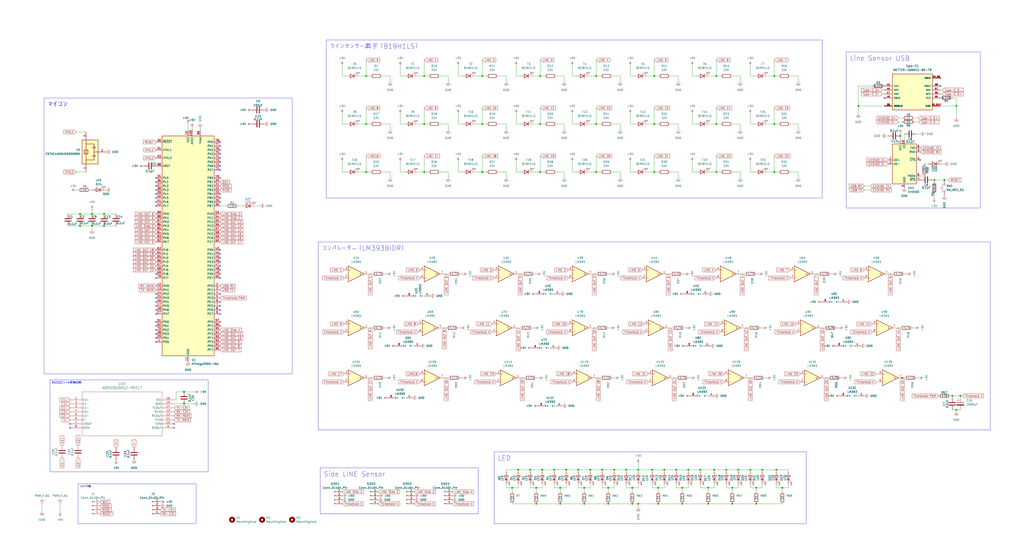
<source format=kicad_sch>
(kicad_sch (version 20250114) (generator "eeschema") (generator_version "9.0")
  (paper "User" 650 350)
  (text_box "LED" (at 313.69 287.02 0) (size 198.12 45.72) (margins 2.25 2.25 2.25 2.25) (effects (font (size 3 3)) (justify left top)))
  (text_box "コネクタ類" (at 49.53 307.34 0) (size 74.93 25.4) (margins 0.9525 0.9525 0.9525 0.9525) (effects (font (size 1.27 1.27)) (justify left top)))
  (text_box "Side LINE Sensor" (at 203.2 297.18 0) (size 100.33 29.21) (margins 2.25 2.25 2.25 2.25) (effects (font (size 3 3)) (justify left top)))
  (text_box "コンパレータ―（LM393BIDR）" (at 201.93 153.67 0) (size 426.72 119.38) (margins 2.25 2.25 2.25 2.25) (effects (font (size 3 3)) (justify left top)))
  (text_box "RS232Cレベル変換回路" (at 31.75 241.3 0) (size 100.33 58.42) (margins 0.9525 0.9525 0.9525 0.9525) (effects (font (size 1.27 1.27)) (justify left top)))
  (text_box "Line Sensor USB" (at 537.21 33.02 0) (size 85.09 99.06) (margins 2.25 2.25 2.25 2.25) (effects (font (size 3 3)) (justify left top)))
  (text_box "マイコン" (at 27.94 62.23 0) (size 157.48 175.26) (margins 2.25 2.25 2.25 2.25) (effects (font (size 3 3) (thickness 0.254) (bold yes)) (justify left top)))
  (text_box "ラインセンサー素子（B19H1LS）" (at 207.01 25.4 0) (size 314.96 100.33) (margins 2.25 2.25 2.25 2.25) (effects (font (size 3 3)) (justify left top)))
  (junction (at 480.06 320.04))
  (junction (at 50.8 135.89))
  (junction (at 454.66 78.74))
  (junction (at 491.49 48.26))
  (junction (at 433.07 320.04))
  (junction (at 66.04 135.89))
  (junction (at 571.5 86.36))
  (junction (at 342.9 78.74))
  (junction (at 50.8 143.51))
  (junction (at 453.39 298.45))
  (junction (at 325.12 309.88))
  (junction (at 464.82 309.88))
  (junction (at 415.29 78.74))
  (junction (at 397.51 298.45))
  (junction (at 336.55 298.45))
  (junction (at 386.08 320.04))
  (junction (at 389.89 298.45))
  (junction (at 593.09 114.3))
  (junction (at 491.49 109.22))
  (junction (at 607.06 260.35))
  (junction (at 269.24 48.26))
  (junction (at 604.52 251.46))
  (junction (at 609.6 251.46))
  (junction (at 480.06 309.88))
  (junction (at 306.07 109.22))
  (junction (at 355.6 320.04))
  (junction (at 116.84 256.54))
  (junction (at 405.13 298.45))
  (junction (at 405.13 320.04))
  (junction (at 367.03 298.45))
  (junction (at 370.84 320.04))
  (junction (at 58.42 143.51))
  (junction (at 351.79 298.45))
  (junction (at 370.84 309.88))
  (junction (at 421.64 298.45))
  (junction (at 461.01 298.45))
  (junction (at 544.83 67.31))
  (junction (at 374.65 298.45))
  (junction (at 415.29 109.22))
  (junction (at 444.5 298.45))
  (junction (at 496.57 309.88))
  (junction (at 342.9 48.26))
  (junction (at 269.24 109.22))
  (junction (at 232.41 78.74))
  (junction (at 468.63 298.45))
  (junction (at 386.08 309.88))
  (junction (at 359.41 298.45))
  (junction (at 464.82 320.04))
  (junction (at 401.32 309.88))
  (junction (at 382.27 298.45))
  (junction (at 572.77 240.03))
  (junction (at 116.84 248.92))
  (junction (at 449.58 309.88))
  (junction (at 483.87 298.45))
  (junction (at 417.83 320.04))
  (junction (at 415.29 48.26))
  (junction (at 344.17 298.45))
  (junction (at 378.46 48.26))
  (junction (at 328.93 298.45))
  (junction (at 414.02 298.45))
  (junction (at 340.36 309.88))
  (junction (at 429.26 298.45))
  (junction (at 491.49 78.74))
  (junction (at 417.83 309.88))
  (junction (at 454.66 109.22))
  (junction (at 306.07 78.74))
  (junction (at 454.66 48.26))
  (junction (at 342.9 109.22))
  (junction (at 449.58 320.04))
  (junction (at 340.36 320.04))
  (junction (at 401.32 320.04))
  (junction (at 232.41 48.26))
  (junction (at 58.42 135.89))
  (junction (at 599.44 114.3))
  (junction (at 355.6 309.88))
  (junction (at 433.07 309.88))
  (junction (at 66.04 143.51))
  (junction (at 378.46 109.22))
  (junction (at 476.25 298.45))
  (junction (at 269.24 78.74))
  (junction (at 492.76 298.45))
  (junction (at 607.06 67.31))
  (junction (at 378.46 78.74))
  (junction (at 306.07 48.26))
  (junction (at 232.41 109.22))
  (junction (at 436.88 298.45))
  (no_connect (at 139.7 168.91))
  (no_connect (at 99.06 199.39))
  (no_connect (at 139.7 194.31))
  (no_connect (at 99.06 128.27))
  (no_connect (at 139.7 207.01))
  (no_connect (at 99.06 217.17))
  (no_connect (at 99.06 130.81))
  (no_connect (at 99.06 176.53))
  (no_connect (at 44.45 271.78))
  (no_connect (at 139.7 100.33))
  (no_connect (at 139.7 128.27))
  (no_connect (at 139.7 196.85))
  (no_connect (at 139.7 173.99))
  (no_connect (at 139.7 191.77))
  (no_connect (at 139.7 163.83))
  (no_connect (at 139.7 105.41))
  (no_connect (at 99.06 123.19))
  (no_connect (at 139.7 176.53))
  (no_connect (at 139.7 158.75))
  (no_connect (at 99.06 118.11))
  (no_connect (at 99.06 209.55))
  (no_connect (at 99.06 189.23))
  (no_connect (at 99.06 207.01))
  (no_connect (at 139.7 125.73))
  (no_connect (at 139.7 171.45))
  (no_connect (at 139.7 186.69))
  (no_connect (at 99.06 212.09))
  (no_connect (at 99.06 204.47))
  (no_connect (at 139.7 107.95))
  (no_connect (at 139.7 90.17))
  (no_connect (at 99.06 113.03))
  (no_connect (at 139.7 166.37))
  (no_connect (at 139.7 123.19))
  (no_connect (at 139.7 113.03))
  (no_connect (at 110.49 271.78))
  (no_connect (at 99.06 115.57))
  (no_connect (at 139.7 199.39))
  (no_connect (at 561.34 62.23))
  (no_connect (at 139.7 97.79))
  (no_connect (at 596.9 54.61))
  (no_connect (at 596.9 49.53))
  (no_connect (at 99.06 125.73))
  (no_connect (at 99.06 191.77))
  (no_connect (at 139.7 102.87))
  (no_connect (at 99.06 186.69))
  (no_connect (at 139.7 204.47))
  (no_connect (at 99.06 173.99))
  (no_connect (at 139.7 161.29))
  (no_connect (at 139.7 95.25))
  (no_connect (at 44.45 269.24))
  (no_connect (at 99.06 120.65))
  (no_connect (at 99.06 194.31))
  (no_connect (at 139.7 92.71))
  (no_connect (at 99.06 196.85))
  (no_connect (at 584.2 101.6))
  (no_connect (at 110.49 269.24))
  (no_connect (at 99.06 214.63))
  (wire (pts (xy 281.94 173.99) (xy 284.48 173.99)))
  (wire (pts (xy 603.25 251.46) (xy 604.52 251.46)))
  (wire (pts (xy 386.08 309.88) (xy 386.08 312.42)))
  (wire (pts (xy 425.45 109.22) (xy 430.53 109.22)))
  (wire (pts (xy 422.91 173.99) (xy 425.45 173.99)))
  (wire (pts (xy 426.72 240.03) (xy 429.26 240.03)))
  (wire (pts (xy 116.84 256.54) (xy 123.19 256.54)))
  (wire (pts (xy 353.06 78.74) (xy 358.14 78.74)))
  (wire (pts (xy 474.98 240.03) (xy 477.52 240.03)))
  (wire (pts (xy 421.64 309.88) (xy 421.64 307.34)))
  (wire (pts (xy 245.11 240.03) (xy 243.84 240.03)))
  (wire (pts (xy 439.42 41.91) (xy 439.42 48.26)))
  (wire (pts (xy 584.2 111.76) (xy 586.74 111.76)))
  (wire (pts (xy 609.6 251.46) (xy 610.87 251.46)))
  (wire (pts (xy 316.23 78.74) (xy 321.31 78.74)))
  (wire (pts (xy 472.44 208.28) (xy 474.98 208.28)))
  (wire (pts (xy 574.04 85.09) (xy 574.04 88.9)))
  (wire (pts (xy 400.05 48.26) (xy 402.59 48.26)))
  (wire (pts (xy 370.84 309.88) (xy 370.84 312.42)))
  (wire (pts (xy 300.99 109.22) (xy 306.07 109.22)))
  (wire (pts (xy 370.84 320.04) (xy 386.08 320.04)))
  (wire (pts (xy 321.31 298.45) (xy 328.93 298.45)))
  (wire (pts (xy 562.61 86.36) (xy 563.88 86.36)))
  (wire (pts (xy 586.74 104.14) (xy 589.28 104.14)))
  (wire (pts (xy 593.09 114.3) (xy 599.44 114.3)))
  (wire (pts (xy 336.55 309.88) (xy 340.36 309.88)))
  (wire (pts (xy 279.4 48.26) (xy 284.48 48.26)))
  (wire (pts (xy 415.29 109.22) (xy 417.83 109.22)))
  (wire (pts (xy 491.49 109.22) (xy 494.03 109.22)))
  (wire (pts (xy 486.41 109.22) (xy 491.49 109.22)))
  (wire (pts (xy 599.44 114.3) (xy 601.98 114.3)))
  (wire (pts (xy 593.09 115.57) (xy 593.09 114.3)))
  (wire (pts (xy 232.41 38.1) (xy 232.41 48.26)))
  (wire (pts (xy 284.48 109.22) (xy 284.48 113.03)))
  (wire (pts (xy 604.52 62.23) (xy 607.06 62.23)))
  (wire (pts (xy 520.7 208.28) (xy 523.24 208.28)))
  (wire (pts (xy 400.05 72.39) (xy 400.05 78.74)))
  (wire (pts (xy 217.17 102.87) (xy 217.17 109.22)))
  (wire (pts (xy 386.08 320.04) (xy 401.32 320.04)))
  (wire (pts (xy 327.66 72.39) (xy 327.66 78.74)))
  (wire (pts (xy 293.37 173.99) (xy 292.1 173.99)))
  (wire (pts (xy 436.88 309.88) (xy 433.07 309.88)))
  (wire (pts (xy 321.31 309.88) (xy 325.12 309.88)))
  (wire (pts (xy 506.73 78.74) (xy 506.73 82.55)))
  (wire (pts (xy 50.8 135.89) (xy 58.42 135.89)))
  (wire (pts (xy 292.1 208.28) (xy 290.83 208.28)))
  (wire (pts (xy 506.73 109.22) (xy 506.73 113.03)))
  (wire (pts (xy 414.02 309.88) (xy 417.83 309.88)))
  (wire (pts (xy 153.67 130.81) (xy 151.13 130.81)))
  (wire (pts (xy 464.82 309.88) (xy 461.01 309.88)))
  (wire (pts (xy 337.82 109.22) (xy 342.9 109.22)))
  (wire (pts (xy 50.8 143.51) (xy 58.42 143.51)))
  (wire (pts (xy 483.87 309.88) (xy 483.87 307.34)))
  (wire (pts (xy 556.26 237.49) (xy 557.53 237.49)))
  (wire (pts (xy 344.17 309.88) (xy 344.17 307.34)))
  (wire (pts (xy 425.45 78.74) (xy 430.53 78.74)))
  (wire (pts (xy 405.13 298.45) (xy 414.02 298.45)))
  (wire (pts (xy 491.49 78.74) (xy 494.03 78.74)))
  (wire (pts (xy 454.66 109.22) (xy 457.2 109.22)))
  (wire (pts (xy 66.04 135.89) (xy 73.66 135.89)))
  (wire (pts (xy 233.68 240.03) (xy 236.22 240.03)))
  (wire (pts (xy 393.7 109.22) (xy 393.7 113.03)))
  (wire (pts (xy 414.02 298.45) (xy 414.02 299.72)))
  (wire (pts (xy 491.49 68.58) (xy 491.49 78.74)))
  (wire (pts (xy 321.31 109.22) (xy 321.31 113.03)))
  (wire (pts (xy 232.41 99.06) (xy 232.41 109.22)))
  (wire (pts (xy 400.05 102.87) (xy 400.05 109.22)))
  (wire (pts (xy 327.66 41.91) (xy 327.66 48.26)))
  (wire (pts (xy 415.29 68.58) (xy 415.29 78.74)))
  (wire (pts (xy 400.05 78.74) (xy 402.59 78.74)))
  (wire (pts (xy 110.49 256.54) (xy 116.84 256.54)))
  (wire (pts (xy 449.58 109.22) (xy 454.66 109.22)))
  (wire (pts (xy 378.46 99.06) (xy 378.46 109.22)))
  (wire (pts (xy 449.58 320.04) (xy 464.82 320.04)))
  (wire (pts (xy 492.76 298.45) (xy 492.76 299.72)))
  (wire (pts (xy 464.82 109.22) (xy 469.9 109.22)))
  (wire (pts (xy 227.33 109.22) (xy 232.41 109.22)))
  (wire (pts (xy 367.03 298.45) (xy 374.65 298.45)))
  (wire (pts (xy 532.13 208.28) (xy 530.86 208.28)))
  (wire (pts (xy 336.55 309.88) (xy 336.55 307.34)))
  (wire (pts (xy 548.64 118.11) (xy 552.45 118.11)))
  (wire (pts (xy 327.66 109.22) (xy 330.2 109.22)))
  (wire (pts (xy 401.32 309.88) (xy 405.13 309.88)))
  (wire (pts (xy 374.65 298.45) (xy 382.27 298.45)))
  (wire (pts (xy 143.51 130.81) (xy 139.7 130.81)))
  (wire (pts (xy 232.41 48.26) (xy 234.95 48.26)))
  (wire (pts (xy 340.36 309.88) (xy 340.36 312.42)))
  (wire (pts (xy 500.38 309.88) (xy 500.38 307.34)))
  (wire (pts (xy 476.25 298.45) (xy 476.25 299.72)))
  (wire (pts (xy 342.9 99.06) (xy 342.9 109.22)))
  (wire (pts (xy 351.79 298.45) (xy 359.41 298.45)))
  (wire (pts (xy 389.89 298.45) (xy 389.89 299.72)))
  (wire (pts (xy 449.58 309.88) (xy 453.39 309.88)))
  (wire (pts (xy 572.77 240.03) (xy 574.04 240.03)))
  (wire (pts (xy 461.01 298.45) (xy 468.63 298.45)))
  (wire (pts (xy 534.67 240.03) (xy 533.4 240.03)))
  (wire (pts (xy 464.82 309.88) (xy 468.63 309.88)))
  (wire (pts (xy 417.83 309.88) (xy 417.83 312.42)))
  (wire (pts (xy 596.9 57.15) (xy 598.17 57.15)))
  (wire (pts (xy 604.52 251.46) (xy 609.6 251.46)))
  (wire (pts (xy 454.66 99.06) (xy 454.66 109.22)))
  (wire (pts (xy 325.12 309.88) (xy 325.12 312.42)))
  (wire (pts (xy 374.65 309.88) (xy 374.65 307.34)))
  (wire (pts (xy 434.34 173.99) (xy 433.07 173.99)))
  (wire (pts (xy 375.92 173.99) (xy 378.46 173.99)))
  (wire (pts (xy 340.36 173.99) (xy 339.09 173.99)))
  (wire (pts (xy 233.68 173.99) (xy 236.22 173.99)))
  (wire (pts (xy 378.46 68.58) (xy 378.46 78.74)))
  (wire (pts (xy 607.06 62.23) (xy 607.06 67.31)))
  (wire (pts (xy 496.57 309.88) (xy 500.38 309.88)))
  (wire (pts (xy 436.88 309.88) (xy 436.88 307.34)))
  (wire (pts (xy 382.27 298.45) (xy 389.89 298.45)))
  (wire (pts (xy 363.22 102.87) (xy 363.22 109.22)))
  (wire (pts (xy 469.9 173.99) (xy 472.44 173.99)))
  (wire (pts (xy 321.31 78.74) (xy 321.31 82.55)))
  (wire (pts (xy 523.24 240.03) (xy 525.78 240.03)))
  (wire (pts (xy 580.39 208.28) (xy 579.12 208.28)))
  (wire (pts (xy 560.07 57.15) (xy 561.34 57.15)))
  (wire (pts (xy 382.27 309.88) (xy 386.08 309.88)))
  (wire (pts (xy 316.23 109.22) (xy 321.31 109.22)))
  (wire (pts (xy 454.66 38.1) (xy 454.66 48.26)))
  (wire (pts (xy 609.6 252.73) (xy 609.6 251.46)))
  (wire (pts (xy 607.06 261.62) (xy 607.06 260.35)))
  (wire (pts (xy 580.39 74.93) (xy 582.93 74.93)))
  (wire (pts (xy 247.65 78.74) (xy 247.65 82.55)))
  (wire (pts (xy 254 72.39) (xy 254 78.74)))
  (wire (pts (xy 306.07 48.26) (xy 308.61 48.26)))
  (wire (pts (xy 439.42 102.87) (xy 439.42 109.22)))
  (wire (pts (xy 279.4 78.74) (xy 284.48 78.74)))
  (wire (pts (xy 596.9 104.14) (xy 599.44 104.14)))
  (wire (pts (xy 476.25 72.39) (xy 476.25 78.74)))
  (wire (pts (xy 48.26 109.22) (xy 54.61 109.22)))
  (wire (pts (xy 370.84 309.88) (xy 374.65 309.88)))
  (wire (pts (xy 325.12 309.88) (xy 328.93 309.88)))
  (wire (pts (xy 378.46 38.1) (xy 378.46 48.26)))
  (wire (pts (xy 26.67 320.04) (xy 26.67 325.12)))
  (wire (pts (xy 491.49 38.1) (xy 491.49 48.26)))
  (wire (pts (xy 328.93 298.45) (xy 328.93 299.72)))
  (wire (pts (xy 341.63 240.03) (xy 340.36 240.03)))
  (wire (pts (xy 486.41 240.03) (xy 485.14 240.03)))
  (wire (pts (xy 439.42 72.39) (xy 439.42 78.74)))
  (wire (pts (xy 382.27 298.45) (xy 382.27 299.72)))
  (wire (pts (xy 336.55 298.45) (xy 336.55 299.72)))
  (wire (pts (xy 358.14 48.26) (xy 358.14 52.07)))
  (wire (pts (xy 327.66 48.26) (xy 330.2 48.26)))
  (wire (pts (xy 483.87 298.45) (xy 483.87 299.72)))
  (wire (pts (xy 568.96 208.28) (xy 571.5 208.28)))
  (wire (pts (xy 378.46 109.22) (xy 381 109.22)))
  (wire (pts (xy 217.17 109.22) (xy 219.71 109.22)))
  (wire (pts (xy 58.42 135.89) (xy 66.04 135.89)))
  (wire (pts (xy 598.17 59.69) (xy 596.9 59.69)))
  (wire (pts (xy 410.21 78.74) (xy 415.29 78.74)))
  (wire (pts (xy 58.42 143.51) (xy 58.42 146.05)))
  (wire (pts (xy 476.25 78.74) (xy 478.79 78.74)))
  (wire (pts (xy 355.6 309.88) (xy 355.6 312.42)))
  (wire (pts (xy 397.51 298.45) (xy 405.13 298.45)))
  (wire (pts (xy 483.87 298.45) (xy 492.76 298.45)))
  (wire (pts (xy 217.17 72.39) (xy 217.17 78.74)))
  (wire (pts (xy 572.77 240.03) (xy 571.5 240.03)))
  (wire (pts (xy 327.66 102.87) (xy 327.66 109.22)))
  (wire (pts (xy 405.13 294.64) (xy 405.13 298.45)))
  (wire (pts (xy 486.41 78.74) (xy 491.49 78.74)))
  (wire (pts (xy 290.83 41.91) (xy 290.83 48.26)))
  (wire (pts (xy 433.07 320.04) (xy 449.58 320.04)))
  (wire (pts (xy 393.7 78.74) (xy 393.7 82.55)))
  (wire (pts (xy 544.83 54.61) (xy 544.83 67.31)))
  (wire (pts (xy 57.15 120.65) (xy 58.42 120.65)))
  (wire (pts (xy 444.5 298.45) (xy 444.5 299.72)))
  (wire (pts (xy 429.26 298.45) (xy 429.26 299.72)))
  (wire (pts (xy 38.1 320.04) (xy 38.1 325.12)))
  (wire (pts (xy 492.76 309.88) (xy 496.57 309.88)))
  (wire (pts (xy 548.64 120.65) (xy 552.45 120.65)))
  (wire (pts (xy 609.6 260.35) (xy 607.06 260.35)))
  (wire (pts (xy 306.07 109.22) (xy 308.61 109.22)))
  (wire (pts (xy 405.13 309.88) (xy 405.13 307.34)))
  (wire (pts (xy 254 48.26) (xy 256.54 48.26)))
  (wire (pts (xy 481.33 173.99) (xy 480.06 173.99)))
  (wire (pts (xy 500.38 298.45) (xy 500.38 299.72)))
  (wire (pts (xy 556.26 242.57) (xy 557.53 242.57)))
  (wire (pts (xy 336.55 298.45) (xy 344.17 298.45)))
  (wire (pts (xy 516.89 173.99) (xy 519.43 173.99)))
  (wire (pts (xy 596.9 67.31) (xy 607.06 67.31)))
  (wire (pts (xy 367.03 298.45) (xy 367.03 299.72)))
  (wire (pts (xy 327.66 208.28) (xy 330.2 208.28)))
  (wire (pts (xy 382.27 309.88) (xy 382.27 307.34)))
  (wire (pts (xy 421.64 298.45) (xy 421.64 299.72)))
  (wire (pts (xy 306.07 99.06) (xy 306.07 109.22)))
  (wire (pts (xy 363.22 72.39) (xy 363.22 78.74)))
  (wire (pts (xy 604.52 252.73) (xy 604.52 251.46)))
  (wire (pts (xy 337.82 78.74) (xy 342.9 78.74)))
  (wire (pts (xy 227.33 78.74) (xy 232.41 78.74)))
  (wire (pts (xy 242.57 78.74) (xy 247.65 78.74)))
  (wire (pts (xy 439.42 48.26) (xy 441.96 48.26)))
  (wire (pts (xy 544.83 54.61) (xy 553.72 54.61)))
  (wire (pts (xy 501.65 109.22) (xy 506.73 109.22)))
  (wire (pts (xy 544.83 67.31) (xy 561.34 67.31)))
  (wire (pts (xy 528.32 173.99) (xy 527.05 173.99)))
  (wire (pts (xy 430.53 48.26) (xy 430.53 52.07)))
  (wire (pts (xy 506.73 48.26) (xy 506.73 52.07)))
  (wire (pts (xy 464.82 78.74) (xy 469.9 78.74)))
  (wire (pts (xy 433.07 309.88) (xy 429.26 309.88)))
  (wire (pts (xy 279.4 109.22) (xy 284.48 109.22)))
  (wire (pts (xy 321.31 309.88) (xy 321.31 307.34)))
  (wire (pts (xy 429.26 309.88) (xy 429.26 307.34)))
  (wire (pts (xy 397.51 309.88) (xy 397.51 307.34)))
  (wire (pts (xy 374.65 298.45) (xy 374.65 299.72)))
  (wire (pts (xy 405.13 298.45) (xy 405.13 299.72)))
  (wire (pts (xy 358.14 78.74) (xy 358.14 82.55)))
  (wire (pts (xy 373.38 48.26) (xy 378.46 48.26)))
  (wire (pts (xy 421.64 298.45) (xy 429.26 298.45)))
  (wire (pts (xy 342.9 68.58) (xy 342.9 78.74)))
  (wire (pts (xy 342.9 48.26) (xy 345.44 48.26)))
  (wire (pts (xy 247.65 48.26) (xy 247.65 52.07)))
  (wire (pts (xy 453.39 298.45) (xy 453.39 299.72)))
  (wire (pts (xy 227.33 48.26) (xy 232.41 48.26)))
  (wire (pts (xy 476.25 41.91) (xy 476.25 48.26)))
  (wire (pts (xy 232.41 68.58) (xy 232.41 78.74)))
  (wire (pts (xy 359.41 309.88) (xy 359.41 307.34)))
  (wire (pts (xy 400.05 41.91) (xy 400.05 48.26)))
  (wire (pts (xy 436.88 298.45) (xy 444.5 298.45)))
  (wire (pts (xy 544.83 67.31) (xy 544.83 72.39)))
  (wire (pts (xy 353.06 48.26) (xy 358.14 48.26)))
  (wire (pts (xy 363.22 41.91) (xy 363.22 48.26)))
  (wire (pts (xy 342.9 109.22) (xy 345.44 109.22)))
  (wire (pts (xy 373.38 78.74) (xy 378.46 78.74)))
  (wire (pts (xy 480.06 309.88) (xy 476.25 309.88)))
  (wire (pts (xy 269.24 109.22) (xy 271.78 109.22)))
  (wire (pts (xy 436.88 298.45) (xy 436.88 299.72)))
  (wire (pts (xy 454.66 68.58) (xy 454.66 78.74)))
  (wire (pts (xy 415.29 99.06) (xy 415.29 109.22)))
  (wire (pts (xy 491.49 99.06) (xy 491.49 109.22)))
  (wire (pts (xy 269.24 99.06) (xy 269.24 109.22)))
  (wire (pts (xy 58.42 133.35) (xy 58.42 135.89)))
  (wire (pts (xy 328.93 298.45) (xy 336.55 298.45)))
  (wire (pts (xy 284.48 78.74) (xy 284.48 82.55)))
  (wire (pts (xy 245.11 173.99) (xy 243.84 173.99)))
  (wire (pts (xy 480.06 320.04) (xy 496.57 320.04)))
  (wire (pts (xy 468.63 309.88) (xy 468.63 307.34)))
  (wire (pts (xy 378.46 48.26) (xy 381 48.26)))
  (wire (pts (xy 355.6 309.88) (xy 359.41 309.88)))
  (wire (pts (xy 233.68 208.28) (xy 236.22 208.28)))
  (wire (pts (xy 127 81.28) (xy 127 82.55)))
  (wire (pts (xy 264.16 78.74) (xy 269.24 78.74)))
  (wire (pts (xy 560.07 59.69) (xy 561.34 59.69)))
  (wire (pts (xy 397.51 309.88) (xy 401.32 309.88)))
  (wire (pts (xy 584.2 85.09) (xy 581.66 85.09)))
  (wire (pts (xy 464.82 320.04) (xy 480.06 320.04)))
  (wire (pts (xy 501.65 48.26) (xy 506.73 48.26)))
  (wire (pts (xy 43.18 135.89) (xy 50.8 135.89)))
  (wire (pts (xy 363.22 48.26) (xy 365.76 48.26)))
  (wire (pts (xy 367.03 309.88) (xy 367.03 307.34)))
  (wire (pts (xy 337.82 48.26) (xy 342.9 48.26)))
  (wire (pts (xy 414.02 309.88) (xy 414.02 307.34)))
  (wire (pts (xy 306.07 78.74) (xy 308.61 78.74)))
  (wire (pts (xy 476.25 309.88) (xy 476.25 307.34)))
  (wire (pts (xy 405.13 320.04) (xy 417.83 320.04)))
  (wire (pts (xy 476.25 298.45) (xy 483.87 298.45)))
  (wire (pts (xy 492.76 309.88) (xy 492.76 307.34)))
  (wire (pts (xy 359.41 298.45) (xy 367.03 298.45)))
  (wire (pts (xy 424.18 208.28) (xy 426.72 208.28)))
  (wire (pts (xy 417.83 320.04) (xy 433.07 320.04)))
  (wire (pts (xy 321.31 48.26) (xy 321.31 52.07)))
  (wire (pts (xy 363.22 78.74) (xy 365.76 78.74)))
  (wire (pts (xy 496.57 312.42) (xy 496.57 309.88)))
  (wire (pts (xy 563.88 173.99) (xy 566.42 173.99)))
  (wire (pts (xy 468.63 298.45) (xy 476.25 298.45)))
  (wire (pts (xy 328.93 309.88) (xy 328.93 307.34)))
  (wire (pts (xy 48.26 83.82) (xy 54.61 83.82)))
  (wire (pts (xy 269.24 38.1) (xy 269.24 48.26)))
  (wire (pts (xy 580.39 77.47) (xy 582.93 77.47)))
  (wire (pts (xy 232.41 109.22) (xy 234.95 109.22)))
  (wire (pts (xy 415.29 78.74) (xy 417.83 78.74)))
  (wire (pts (xy 242.57 48.26) (xy 247.65 48.26)))
  (wire (pts (xy 58.42 143.51) (xy 66.04 143.51)))
  (wire (pts (xy 121.92 81.28) (xy 121.92 82.55)))
  (wire (pts (xy 454.66 78.74) (xy 457.2 78.74)))
  (wire (pts (xy 461.01 298.45) (xy 461.01 299.72)))
  (wire (pts (xy 290.83 72.39) (xy 290.83 78.74)))
  (wire (pts (xy 454.66 48.26) (xy 457.2 48.26)))
  (wire (pts (xy 264.16 109.22) (xy 269.24 109.22)))
  (wire (pts (xy 410.21 48.26) (xy 415.29 48.26)))
  (wire (pts (xy 342.9 38.1) (xy 342.9 48.26)))
  (wire (pts (xy 388.62 48.26) (xy 393.7 48.26)))
  (wire (pts (xy 247.65 109.22) (xy 247.65 113.03)))
  (wire (pts (xy 400.05 109.22) (xy 402.59 109.22)))
  (wire (pts (xy 269.24 68.58) (xy 269.24 78.74)))
  (wire (pts (xy 325.12 320.04) (xy 340.36 320.04)))
  (wire (pts (xy 340.36 309.88) (xy 344.17 309.88)))
  (wire (pts (xy 378.46 78.74) (xy 381 78.74)))
  (wire (pts (xy 444.5 309.88) (xy 444.5 307.34)))
  (wire (pts (xy 387.35 208.28) (xy 386.08 208.28)))
  (wire (pts (xy 254 41.91) (xy 254 48.26)))
  (wire (pts (xy 217.17 41.91) (xy 217.17 48.26)))
  (wire (pts (xy 571.5 85.09) (xy 571.5 86.36)))
  (wire (pts (xy 161.29 130.81) (xy 165.1 130.81)))
  (wire (pts (xy 119.38 78.74) (xy 119.38 82.55)))
  (wire (pts (xy 351.79 309.88) (xy 351.79 307.34)))
  (wire (pts (xy 306.07 68.58) (xy 306.07 78.74)))
  (wire (pts (xy 464.82 309.88) (xy 464.82 312.42)))
  (wire (pts (xy 264.16 48.26) (xy 269.24 48.26)))
  (wire (pts (xy 570.23 74.93) (xy 572.77 74.93)))
  (wire (pts (xy 254 102.87) (xy 254 109.22)))
  (wire (pts (xy 328.93 173.99) (xy 331.47 173.99)))
  (wire (pts (xy 476.25 109.22) (xy 478.79 109.22)))
  (wire (pts (xy 327.66 78.74) (xy 330.2 78.74)))
  (wire (pts (xy 280.67 208.28) (xy 283.21 208.28)))
  (wire (pts (xy 367.03 309.88) (xy 370.84 309.88)))
  (wire (pts (xy 269.24 48.26) (xy 271.78 48.26)))
  (wire (pts (xy 492.76 298.45) (xy 500.38 298.45)))
  (wire (pts (xy 351.79 298.45) (xy 351.79 299.72)))
  (wire (pts (xy 430.53 78.74) (xy 430.53 82.55)))
  (wire (pts (xy 415.29 38.1) (xy 415.29 48.26)))
  (wire (pts (xy 290.83 102.87) (xy 290.83 109.22)))
  (wire (pts (xy 339.09 208.28) (xy 337.82 208.28)))
  (wire (pts (xy 290.83 48.26) (xy 293.37 48.26)))
  (wire (pts (xy 340.36 320.04) (xy 355.6 320.04)))
  (wire (pts (xy 593.09 125.73) (xy 593.09 123.19)))
  (wire (pts (xy 433.07 309.88) (xy 433.07 312.42)))
  (wire (pts (xy 444.5 298.45) (xy 453.39 298.45)))
  (wire (pts (xy 429.26 298.45) (xy 436.88 298.45)))
  (wire (pts (xy 111.76 254) (xy 110.49 254)))
  (wire (pts (xy 300.99 78.74) (xy 306.07 78.74)))
  (wire (pts (xy 401.32 320.04) (xy 405.13 320.04)))
  (wire (pts (xy 449.58 309.88) (xy 449.58 312.42)))
  (wire (pts (xy 449.58 309.88) (xy 444.5 309.88)))
  (wire (pts (xy 284.48 48.26) (xy 284.48 52.07)))
  (wire (pts (xy 363.22 109.22) (xy 365.76 109.22)))
  (wire (pts (xy 116.84 248.92) (xy 123.19 248.92)))
  (wire (pts (xy 388.62 78.74) (xy 393.7 78.74)))
  (wire (pts (xy 476.25 48.26) (xy 478.79 48.26)))
  (wire (pts (xy 111.76 248.92) (xy 116.84 248.92)))
  (wire (pts (xy 491.49 48.26) (xy 494.03 48.26)))
  (wire (pts (xy 330.2 240.03) (xy 332.74 240.03)))
  (wire (pts (xy 281.94 240.03) (xy 284.48 240.03)))
  (wire (pts (xy 344.17 298.45) (xy 351.79 298.45)))
  (wire (pts (xy 469.9 48.26) (xy 469.9 52.07)))
  (wire (pts (xy 269.24 78.74) (xy 271.78 78.74)))
  (wire (pts (xy 358.14 109.22) (xy 358.14 113.03)))
  (wire (pts (xy 393.7 48.26) (xy 393.7 52.07)))
  (wire (pts (xy 245.11 208.28) (xy 243.84 208.28)))
  (wire (pts (xy 386.08 309.88) (xy 389.89 309.88)))
  (wire (pts (xy 483.87 208.28) (xy 482.6 208.28)))
  (wire (pts (xy 290.83 78.74) (xy 293.37 78.74)))
  (wire (pts (xy 607.06 260.35) (xy 604.52 260.35)))
  (wire (pts (xy 430.53 109.22) (xy 430.53 113.03)))
  (wire (pts (xy 464.82 48.26) (xy 469.9 48.26)))
  (wire (pts (xy 254 78.74) (xy 256.54 78.74)))
  (wire (pts (xy 66.04 143.51) (xy 73.66 143.51)))
  (wire (pts (xy 417.83 309.88) (xy 421.64 309.88)))
  (wire (pts (xy 397.51 298.45) (xy 397.51 299.72)))
  (wire (pts (xy 254 109.22) (xy 256.54 109.22)))
  (wire (pts (xy 353.06 109.22) (xy 358.14 109.22)))
  (wire (pts (xy 453.39 298.45) (xy 461.01 298.45)))
  (wire (pts (xy 300.99 48.26) (xy 306.07 48.26)))
  (wire (pts (xy 486.41 48.26) (xy 491.49 48.26)))
  (wire (pts (xy 316.23 48.26) (xy 321.31 48.26)))
  (wire (pts (xy 389.89 309.88) (xy 389.89 307.34)))
  (wire (pts (xy 378.46 240.03) (xy 381 240.03)))
  (wire (pts (xy 453.39 309.88) (xy 453.39 307.34)))
  (wire (pts (xy 401.32 309.88) (xy 401.32 312.42)))
  (wire (pts (xy 375.92 208.28) (xy 378.46 208.28)))
  (wire (pts (xy 359.41 298.45) (xy 359.41 299.72)))
  (wire (pts (xy 582.93 240.03) (xy 581.66 240.03)))
  (wire (pts (xy 591.82 114.3) (xy 593.09 114.3)))
  (wire (pts (xy 232.41 78.74) (xy 234.95 78.74)))
  (wire (pts (xy 476.25 102.87) (xy 476.25 109.22)))
  (wire (pts (xy 388.62 109.22) (xy 393.7 109.22)))
  (wire (pts (xy 449.58 78.74) (xy 454.66 78.74)))
  (wire (pts (xy 483.87 309.88) (xy 480.06 309.88)))
  (wire (pts (xy 461.01 309.88) (xy 461.01 307.34)))
  (wire (pts (xy 321.31 298.45) (xy 321.31 299.72)))
  (wire (pts (xy 410.21 109.22) (xy 415.29 109.22)))
  (wire (pts (xy 290.83 109.22) (xy 293.37 109.22)))
  (wire (pts (xy 570.23 77.47) (xy 572.77 77.47)))
  (wire (pts (xy 435.61 208.28) (xy 434.34 208.28)))
  (wire (pts (xy 344.17 298.45) (xy 344.17 299.72)))
  (wire (pts (xy 468.63 298.45) (xy 468.63 299.72)))
  (wire (pts (xy 449.58 48.26) (xy 454.66 48.26)))
  (wire (pts (xy 480.06 309.88) (xy 480.06 312.42)))
  (wire (pts (xy 293.37 240.03) (xy 292.1 240.03)))
  (wire (pts (xy 217.17 48.26) (xy 219.71 48.26)))
  (wire (pts (xy 469.9 78.74) (xy 469.9 82.55)))
  (wire (pts (xy 66.04 120.65) (xy 67.31 120.65)))
  (wire (pts (xy 575.31 173.99) (xy 574.04 173.99)))
  (wire (pts (xy 48.26 120.65) (xy 49.53 120.65)))
  (wire (pts (xy 306.07 38.1) (xy 306.07 48.26)))
  (wire (pts (xy 439.42 78.74) (xy 441.96 78.74)))
  (wire (pts (xy 373.38 109.22) (xy 378.46 109.22)))
  (wire (pts (xy 607.06 67.31) (xy 607.06 74.93)))
  (wire (pts (xy 342.9 78.74) (xy 345.44 78.74)))
  (wire (pts (xy 414.02 298.45) (xy 421.64 298.45)))
  (wire (pts (xy 355.6 320.04) (xy 370.84 320.04)))
  (wire (pts (xy 389.89 240.03) (xy 388.62 240.03)))
  (wire (pts (xy 438.15 240.03) (xy 436.88 240.03)))
  (wire (pts (xy 351.79 309.88) (xy 355.6 309.88)))
  (wire (pts (xy 43.18 143.51) (xy 50.8 143.51)))
  (wire (pts (xy 387.35 173.99) (xy 386.08 173.99)))
  (wire (pts (xy 217.17 78.74) (xy 219.71 78.74)))
  (wire (pts (xy 111.76 248.92) (xy 111.76 254)))
  (wire (pts (xy 469.9 109.22) (xy 469.9 113.03)))
  (wire (pts (xy 242.57 109.22) (xy 247.65 109.22)))
  (wire (pts (xy 501.65 78.74) (xy 506.73 78.74)))
  (wire (pts (xy 405.13 320.04) (xy 405.13 322.58)))
  (wire (pts (xy 415.29 48.26) (xy 417.83 48.26)))
  (wire (pts (xy 571.5 86.36) (xy 571.5 88.9)))
  (wire (pts (xy 425.45 48.26) (xy 430.53 48.26)))
  (wire (pts (xy 439.42 109.22) (xy 441.96 109.22)))
  (wire (pts (xy 389.89 298.45) (xy 397.51 298.45)))
  (global_label "LINE OUT 11" (shape input) (at 139.7 212.09 0) (property "Intersheetrefs" "${INTERSHEET_REFS}" (effects (hide yes))))
  (global_label "LINE OUT 23" (shape input) (at 99.06 171.45 180) (property "Intersheetrefs" "${INTERSHEET_REFS}" (effects (hide yes))))
  (global_label "Threshold V" (shape input) (at 505.46 210.82 180) (property "Intersheetrefs" "${INTERSHEET_REFS}" (effects (hide yes))))
  (global_label "LINE OUT 20" (shape input) (at 476.25 240.03 270) (property "Intersheetrefs" "${INTERSHEET_REFS}" (effects (hide yes))))
  (global_label "LINE OUT 2" (shape input) (at 99.06 148.59 180) (property "Intersheetrefs" "${INTERSHEET_REFS}" (effects (hide yes))))
  (global_label "LINE 8" (shape input) (at 232.41 68.58 0) (property "Intersheetrefs" "${INTERSHEET_REFS}" (effects (hide yes))))
  (global_label "LINE 17" (shape input) (at 269.24 99.06 0) (property "Intersheetrefs" "${INTERSHEET_REFS}" (effects (hide yes))))
  (global_label "Type-C D-" (shape input) (at 560.07 59.69 180) (property "Intersheetrefs" "${INTERSHEET_REFS}" (effects (hide yes))))
  (global_label "LINE OUT 22" (shape input) (at 99.06 168.91 180) (property "Intersheetrefs" "${INTERSHEET_REFS}" (effects (hide yes))))
  (global_label "TX-MAIN" (shape input) (at 99.06 184.15 180) (property "Intersheetrefs" "${INTERSHEET_REFS}" (effects (hide yes))))
  (global_label "Threshold V" (shape input) (at 287.02 320.04 0) (property "Intersheetrefs" "${INTERSHEET_REFS}" (effects (hide yes))))
  (global_label "CH340E D-" (shape input) (at 570.23 77.47 180) (property "Intersheetrefs" "${INTERSHEET_REFS}" (effects (hide yes))))
  (global_label "Threshold V" (shape input) (at 217.17 320.04 0) (property "Intersheetrefs" "${INTERSHEET_REFS}" (effects (hide yes))))
  (global_label "LINE 7" (shape input) (at 501.65 171.45 180) (property "Intersheetrefs" "${INTERSHEET_REFS}" (effects (hide yes))))
  (global_label "LINE OUT 18" (shape input) (at 99.06 158.75 180) (property "Intersheetrefs" "${INTERSHEET_REFS}" (effects (hide yes))))
  (global_label "CH340E D-" (shape input) (at 563.88 104.14 180) (property "Intersheetrefs" "${INTERSHEET_REFS}" (effects (hide yes))))
  (global_label "LINE OUT 13" (shape input) (at 139.7 143.51 0) (property "Intersheetrefs" "${INTERSHEET_REFS}" (effects (hide yes))))
  (global_label "C2-" (shape input) (at 49.53 290.83 270) (property "Intersheetrefs" "${INTERSHEET_REFS}" (effects (hide yes))))
  (global_label "LINE 19" (shape input) (at 342.9 99.06 0) (property "Intersheetrefs" "${INTERSHEET_REFS}" (effects (hide yes))))
  (global_label "V+" (shape input) (at 73.66 284.48 90) (property "Intersheetrefs" "${INTERSHEET_REFS}" (effects (hide yes))))
  (global_label "Threshold V" (shape input) (at 407.67 176.53 180) (property "Intersheetrefs" "${INTERSHEET_REFS}" (effects (hide yes))))
  (global_label "Type-C D+" (shape input) (at 598.17 59.69 0) (property "Intersheetrefs" "${INTERSHEET_REFS}" (effects (hide yes))))
  (global_label "LINE OUT 17" (shape input) (at 234.95 240.03 270) (property "Intersheetrefs" "${INTERSHEET_REFS}" (effects (hide yes))))
  (global_label "LINE OUT 17" (shape input) (at 139.7 153.67 0) (property "Intersheetrefs" "${INTERSHEET_REFS}" (effects (hide yes))))
  (global_label "LINE OUT 20" (shape input) (at 99.06 163.83 180) (property "Intersheetrefs" "${INTERSHEET_REFS}" (effects (hide yes))))
  (global_label "LINE 13" (shape input) (at 415.29 68.58 0) (property "Intersheetrefs" "${INTERSHEET_REFS}" (effects (hide yes))))
  (global_label "Threshold V" (shape input) (at 459.74 242.57 180) (property "Intersheetrefs" "${INTERSHEET_REFS}" (effects (hide yes))))
  (global_label "C1-" (shape input) (at 39.37 290.83 270) (property "Intersheetrefs" "${INTERSHEET_REFS}" (effects (hide yes))))
  (global_label "LINE Side 3" (shape input) (at 99.06 143.51 180) (property "Intersheetrefs" "${INTERSHEET_REFS}" (effects (hide yes))))
  (global_label "LINE OUT 2" (shape input) (at 377.19 173.99 270) (property "Intersheetrefs" "${INTERSHEET_REFS}" (effects (hide yes))))
  (global_label "LINE OUT 23" (shape input) (at 524.51 240.03 270) (property "Intersheetrefs" "${INTERSHEET_REFS}" (effects (hide yes))))
  (global_label "LINE OUT 19" (shape input) (at 99.06 161.29 180) (property "Intersheetrefs" "${INTERSHEET_REFS}" (effects (hide yes))))
  (global_label "LINE Side 1" (shape input) (at 139.7 138.43 0) (property "Intersheetrefs" "${INTERSHEET_REFS}" (effects (hide yes))))
  (global_label "LINE 1" (shape input) (at 269.24 38.1 0) (property "Intersheetrefs" "${INTERSHEET_REFS}" (effects (hide yes))))
  (global_label "XTAL2" (shape input) (at 99.06 100.33 180) (property "Intersheetrefs" "${INTERSHEET_REFS}" (effects (hide yes))))
  (global_label "LINE 22" (shape input) (at 556.26 237.49 180) (property "Intersheetrefs" "${INTERSHEET_REFS}" (effects (hide yes))))
  (global_label "LINE OUT 14" (shape input) (at 139.7 146.05 0) (property "Intersheetrefs" "${INTERSHEET_REFS}" (effects (hide yes))))
  (global_label "Threshold V" (shape input) (at 314.96 242.57 180) (property "Intersheetrefs" "${INTERSHEET_REFS}" (effects (hide yes))))
  (global_label "Threshold V" (shape input) (at 556.26 242.57 180) (property "Intersheetrefs" "${INTERSHEET_REFS}" (effects (hide yes))))
  (global_label "LINE OUT 6" (shape input) (at 99.06 135.89 180) (property "Intersheetrefs" "${INTERSHEET_REFS}" (effects (hide yes))))
  (global_label "LINE 0" (shape input) (at 232.41 38.1 0) (property "Intersheetrefs" "${INTERSHEET_REFS}" (effects (hide yes))))
  (global_label "LINE OUT 16" (shape input) (at 283.21 240.03 270) (property "Intersheetrefs" "${INTERSHEET_REFS}" (effects (hide yes))))
  (global_label "LINE OUT 13" (shape input) (at 425.45 208.28 270) (property "Intersheetrefs" "${INTERSHEET_REFS}" (effects (hide yes))))
  (global_label "LINE 10" (shape input) (at 306.07 68.58 0) (property "Intersheetrefs" "${INTERSHEET_REFS}" (effects (hide yes))))
  (global_label "LINE 5" (shape input) (at 415.29 38.1 0) (property "Intersheetrefs" "${INTERSHEET_REFS}" (effects (hide yes))))
  (global_label "LINE OUT 18" (shape input) (at 379.73 240.03 270) (property "Intersheetrefs" "${INTERSHEET_REFS}" (effects (hide yes))))
  (global_label "LINE OUT 1" (shape input) (at 99.06 151.13 180) (property "Intersheetrefs" "${INTERSHEET_REFS}" (effects (hide yes))))
  (global_label "RX-12V" (shape input) (at 101.6 326.39 0) (property "Intersheetrefs" "${INTERSHEET_REFS}" (effects (hide yes))))
  (global_label "LINE 4" (shape input) (at 454.66 171.45 180) (property "Intersheetrefs" "${INTERSHEET_REFS}" (effects (hide yes))))
  (global_label "LINE OUT 16" (shape input) (at 139.7 151.13 0) (property "Intersheetrefs" "${INTERSHEET_REFS}" (effects (hide yes))))
  (global_label "CH340E D+" (shape input) (at 570.23 74.93 180) (property "Intersheetrefs" "${INTERSHEET_REFS}" (effects (hide yes))))
  (global_label "Threshold V" (shape input) (at 363.22 242.57 180) (property "Intersheetrefs" "${INTERSHEET_REFS}" (effects (hide yes))))
  (global_label "LINE16" (shape input) (at 266.7 237.49 180) (property "Intersheetrefs" "${INTERSHEET_REFS}" (effects (hide yes))))
  (global_label "LINE OUT 9" (shape input) (at 234.95 208.28 270) (property "Intersheetrefs" "${INTERSHEET_REFS}" (effects (hide yes))))
  (global_label "XTAL1" (shape input) (at 48.26 83.82 180) (property "Intersheetrefs" "${INTERSHEET_REFS}" (effects (hide yes))))
  (global_label "V-" (shape input) (at 85.09 284.48 90) (property "Intersheetrefs" "${INTERSHEET_REFS}" (effects (hide yes))))
  (global_label "C1+" (shape input) (at 39.37 283.21 90) (property "Intersheetrefs" "${INTERSHEET_REFS}" (effects (hide yes))))
  (global_label "CH340E D+" (shape input) (at 563.88 101.6 180) (property "Intersheetrefs" "${INTERSHEET_REFS}" (effects (hide yes))))
  (global_label "LINE 8" (shape input) (at 265.43 205.74 180) (property "Intersheetrefs" "${INTERSHEET_REFS}" (effects (hide yes))))
  (global_label "LINE Side 2" (shape input) (at 139.7 135.89 0) (property "Intersheetrefs" "${INTERSHEET_REFS}" (effects (hide yes))))
  (global_label "LINE 18" (shape input) (at 306.07 99.06 0) (property "Intersheetrefs" "${INTERSHEET_REFS}" (effects (hide yes))))
  (global_label "LINE 13" (shape input) (at 408.94 205.74 180) (property "Intersheetrefs" "${INTERSHEET_REFS}" (effects (hide yes))))
  (global_label "Threshold V" (shape input) (at 266.7 242.57 180) (property "Intersheetrefs" "${INTERSHEET_REFS}" (effects (hide yes))))
  (global_label "MOSI" (shape input) (at 63.5 321.31 0) (property "Intersheetrefs" "${INTERSHEET_REFS}" (effects (hide yes))))
  (global_label "Threshold V" (shape input) (at 266.7 176.53 180) (property "Intersheetrefs" "${INTERSHEET_REFS}" (effects (hide yes))))
  (global_label "LINE OUT 9" (shape input) (at 139.7 217.17 0) (property "Intersheetrefs" "${INTERSHEET_REFS}" (effects (hide yes))))
  (global_label "Threshold V" (shape input) (at 265.43 210.82 180) (property "Intersheetrefs" "${INTERSHEET_REFS}" (effects (hide yes))))
  (global_label "Threshold V" (shape input) (at 508 242.57 180) (property "Intersheetrefs" "${INTERSHEET_REFS}" (effects (hide yes))))
  (global_label "C2-" (shape input) (at 44.45 264.16 180) (property "Intersheetrefs" "${INTERSHEET_REFS}" (effects (hide yes))))
  (global_label "CH340E TX" (shape input) (at 552.45 118.11 0) (property "Intersheetrefs" "${INTERSHEET_REFS}" (effects (hide yes))))
  (global_label "Type-C D-" (shape input) (at 598.17 57.15 0) (property "Intersheetrefs" "${INTERSHEET_REFS}" (effects (hide yes))))
  (global_label "V+" (shape input) (at 44.45 256.54 180) (property "Intersheetrefs" "${INTERSHEET_REFS}" (effects (hide yes))))
  (global_label "Threshold V" (shape input) (at 411.48 242.57 180) (property "Intersheetrefs" "${INTERSHEET_REFS}" (effects (hide yes))))
  (global_label "Threshold V" (shape input) (at 454.66 176.53 180) (property "Intersheetrefs" "${INTERSHEET_REFS}" (effects (hide yes))))
  (global_label "Threshold V" (shape input) (at 610.87 251.46 0) (property "Intersheetrefs" "${INTERSHEET_REFS}" (effects (hide yes))))
  (global_label "LINE 3" (shape input) (at 342.9 38.1 0) (property "Intersheetrefs" "${INTERSHEET_REFS}" (effects (hide yes))))
  (global_label "C1+" (shape input) (at 44.45 254 180) (property "Intersheetrefs" "${INTERSHEET_REFS}" (effects (hide yes))))
  (global_label "LINE 20" (shape input) (at 459.74 237.49 180) (property "Intersheetrefs" "${INTERSHEET_REFS}" (effects (hide yes))))
  (global_label "LINE OUT 1" (shape input) (at 234.95 173.99 270) (property "Intersheetrefs" "${INTERSHEET_REFS}" (effects (hide yes))))
  (global_label "LINE 17" (shape input) (at 218.44 237.49 180) (property "Intersheetrefs" "${INTERSHEET_REFS}" (effects (hide yes))))
  (global_label "LINE 6" (shape input) (at 454.66 38.1 0) (property "Intersheetrefs" "${INTERSHEET_REFS}" (effects (hide yes))))
  (global_label "Threshold V" (shape input) (at 313.69 176.53 180) (property "Intersheetrefs" "${INTERSHEET_REFS}" (effects (hide yes))))
  (global_label "RX-MAIN" (shape input) (at 110.49 264.16 0) (property "Intersheetrefs" "${INTERSHEET_REFS}" (effects (hide yes))))
  (global_label "LINE 20" (shape input) (at 378.46 99.06 0) (property "Intersheetrefs" "${INTERSHEET_REFS}" (effects (hide yes))))
  (global_label "LINE OUT 15" (shape input) (at 139.7 148.59 0) (property "Intersheetrefs" "${INTERSHEET_REFS}" (effects (hide yes))))
  (global_label "TX-12V" (shape input) (at 110.49 259.08 0) (property "Intersheetrefs" "${INTERSHEET_REFS}" (effects (hide yes))))
  (global_label "Threshold V" (shape input) (at 408.94 210.82 180) (property "Intersheetrefs" "${INTERSHEET_REFS}" (effects (hide yes))))
  (global_label "LINE OUT 21" (shape input) (at 427.99 240.03 270) (property "Intersheetrefs" "${INTERSHEET_REFS}" (effects (hide yes))))
  (global_label "LINE OUT 5" (shape input) (at 99.06 138.43 180) (property "Intersheetrefs" "${INTERSHEET_REFS}" (effects (hide yes))))
  (global_label "Threshold V" (shape input) (at 501.65 176.53 180) (property "Intersheetrefs" "${INTERSHEET_REFS}" (effects (hide yes))))
  (global_label "LINE Side 1" (shape input) (at 217.17 312.42 0) (property "Intersheetrefs" "${INTERSHEET_REFS}" (effects (hide yes))))
  (global_label "RX-MAIN" (shape input) (at 99.06 181.61 180) (property "Intersheetrefs" "${INTERSHEET_REFS}" (effects (hide yes))))
  (global_label "RESET" (shape input) (at 63.5 326.39 0) (property "Intersheetrefs" "${INTERSHEET_REFS}" (effects (hide yes))))
  (global_label "LINE 18" (shape input) (at 363.22 237.49 180) (property "Intersheetrefs" "${INTERSHEET_REFS}" (effects (hide yes))))
  (global_label "LINE 7" (shape input) (at 491.49 38.1 0) (property "Intersheetrefs" "${INTERSHEET_REFS}" (effects (hide yes))))
  (global_label "Threshold V" (shape input) (at 218.44 176.53 180) (property "Intersheetrefs" "${INTERSHEET_REFS}" (effects (hide yes))))
  (global_label "LINE 15" (shape input) (at 505.46 205.74 180) (property "Intersheetrefs" "${INTERSHEET_REFS}" (effects (hide yes))))
  (global_label "Threshold V" (shape input) (at 360.68 210.82 180) (property "Intersheetrefs" "${INTERSHEET_REFS}" (effects (hide yes))))
  (global_label "LINE OUT 10" (shape input) (at 139.7 214.63 0) (property "Intersheetrefs" "${INTERSHEET_REFS}" (effects (hide yes))))
  (global_label "USB RX" (shape input) (at 139.7 181.61 0) (property "Intersheetrefs" "${INTERSHEET_REFS}" (effects (hide yes))))
  (global_label "Threshold V" (shape input) (at 548.64 176.53 180) (property "Intersheetrefs" "${INTERSHEET_REFS}" (effects (hide yes))))
  (global_label "C2+" (shape input) (at 44.45 261.62 180) (property "Intersheetrefs" "${INTERSHEET_REFS}" (effects (hide yes))))
  (global_label "LINE OUT 7" (shape input) (at 139.7 222.25 0) (property "Intersheetrefs" "${INTERSHEET_REFS}" (effects (hide yes))))
  (global_label "TX-MAIN" (shape input) (at 110.49 266.7 0) (property "Intersheetrefs" "${INTERSHEET_REFS}" (effects (hide yes))))
  (global_label "LINE OUT 22" (shape input) (at 572.77 240.03 270) (property "Intersheetrefs" "${INTERSHEET_REFS}" (effects (hide yes))))
  (global_label "LINE OUT 5" (shape input) (at 424.18 173.99 270) (property "Intersheetrefs" "${INTERSHEET_REFS}" (effects (hide yes))))
  (global_label "LINE OUT 4" (shape input) (at 99.06 140.97 180) (property "Intersheetrefs" "${INTERSHEET_REFS}" (effects (hide yes))))
  (global_label "LINE OUT 19" (shape input) (at 331.47 240.03 270) (property "Intersheetrefs" "${INTERSHEET_REFS}" (effects (hide yes))))
  (global_label "LINE 1" (shape input) (at 218.44 171.45 180) (property "Intersheetrefs" "${INTERSHEET_REFS}" (effects (hide yes))))
  (global_label "CH340E RX" (shape input) (at 552.45 120.65 0) (property "Intersheetrefs" "${INTERSHEET_REFS}" (effects (hide yes))))
  (global_label "LINE 9" (shape input) (at 218.44 205.74 180) (property "Intersheetrefs" "${INTERSHEET_REFS}" (effects (hide yes))))
  (global_label "LINE 23" (shape input) (at 508 237.49 180) (property "Intersheetrefs" "${INTERSHEET_REFS}" (effects (hide yes))))
  (global_label "Threshold V" (shape input) (at 218.44 242.57 180) (property "Intersheetrefs" "${INTERSHEET_REFS}" (effects (hide yes))))
  (global_label "LINE Side 3" (shape input) (at 262.89 312.42 0) (property "Intersheetrefs" "${INTERSHEET_REFS}" (effects (hide yes))))
  (global_label "LINE 23" (shape input) (at 491.49 99.06 0) (property "Intersheetrefs" "${INTERSHEET_REFS}" (effects (hide yes))))
  (global_label "LINE 14" (shape input) (at 553.72 205.74 180) (property "Intersheetrefs" "${INTERSHEET_REFS}" (effects (hide yes))))
  (global_label "LINE OUT 3" (shape input) (at 330.2 173.99 270) (property "Intersheetrefs" "${INTERSHEET_REFS}" (effects (hide yes))))
  (global_label "LINE OUT 7" (shape input) (at 518.16 173.99 270) (property "Intersheetrefs" "${INTERSHEET_REFS}" (effects (hide yes))))
  (global_label "LINE 12" (shape input) (at 378.46 68.58 0) (property "Intersheetrefs" "${INTERSHEET_REFS}" (effects (hide yes))))
  (global_label "Threshold V" (shape input) (at 360.68 176.53 180) (property "Intersheetrefs" "${INTERSHEET_REFS}" (effects (hide yes))))
  (global_label "LINE 22" (shape input) (at 454.66 99.06 0) (property "Intersheetrefs" "${INTERSHEET_REFS}" (effects (hide yes))))
  (global_label "LINE 15" (shape input) (at 491.49 68.58 0) (property "Intersheetrefs" "${INTERSHEET_REFS}" (effects (hide yes))))
  (global_label "LINE 9" (shape input) (at 269.24 68.58 0) (property "Intersheetrefs" "${INTERSHEET_REFS}" (effects (hide yes))))
  (global_label "TX-12V" (shape input) (at 101.6 323.85 0) (property "Intersheetrefs" "${INTERSHEET_REFS}" (effects (hide yes))))
  (global_label "LINE OUT 14" (shape input) (at 570.23 208.28 270) (property "Intersheetrefs" "${INTERSHEET_REFS}" (effects (hide yes))))
  (global_label "LINE 2" (shape input) (at 306.07 38.1 0) (property "Intersheetrefs" "${INTERSHEET_REFS}" (effects (hide yes))))
  (global_label "LINE 2" (shape input) (at 360.68 171.45 180) (property "Intersheetrefs" "${INTERSHEET_REFS}" (effects (hide yes))))
  (global_label "LINE OUT 4" (shape input) (at 471.17 173.99 270) (property "Intersheetrefs" "${INTERSHEET_REFS}" (effects (hide yes))))
  (global_label "LINE Side 2" (shape input) (at 240.03 312.42 0) (property "Intersheetrefs" "${INTERSHEET_REFS}" (effects (hide yes))))
  (global_label "LINE 12" (shape input) (at 457.2 205.74 180) (property "Intersheetrefs" "${INTERSHEET_REFS}" (effects (hide yes))))
  (global_label "LINE 4" (shape input) (at 378.46 38.1 0) (property "Intersheetrefs" "${INTERSHEET_REFS}" (effects (hide yes))))
  (global_label "LINE OUT 12" (shape input) (at 139.7 140.97 0) (property "Intersheetrefs" "${INTERSHEET_REFS}" (effects (hide yes))))
  (global_label "C1-" (shape input) (at 44.45 259.08 180) (property "Intersheetrefs" "${INTERSHEET_REFS}" (effects (hide yes))))
  (global_label "LINE OUT 0" (shape input) (at 99.06 153.67 180) (property "Intersheetrefs" "${INTERSHEET_REFS}" (effects (hide yes))))
  (global_label "LINE Side 4" (shape input) (at 139.7 209.55 0) (property "Intersheetrefs" "${INTERSHEET_REFS}" (effects (hide yes))))
  (global_label "SCK" (shape input) (at 139.7 115.57 0) (property "Intersheetrefs" "${INTERSHEET_REFS}" (effects (hide yes))))
  (global_label "USB TX" (shape input) (at 548.64 120.65 180) (property "Intersheetrefs" "${INTERSHEET_REFS}" (effects (hide yes))))
  (global_label "MISO" (shape input) (at 63.5 323.85 0) (property "Intersheetrefs" "${INTERSHEET_REFS}" (effects (hide yes))))
  (global_label "LINE OUT 21" (shape input) (at 99.06 166.37 180) (property "Intersheetrefs" "${INTERSHEET_REFS}" (effects (hide yes))))
  (global_label "Threshold V" (shape input) (at 457.2 210.82 180) (property "Intersheetrefs" "${INTERSHEET_REFS}" (effects (hide yes))))
  (global_label "MOSI" (shape input) (at 139.7 118.11 0) (property "Intersheetrefs" "${INTERSHEET_REFS}" (effects (hide yes))))
  (global_label "Type-C D-" (shape input) (at 582.93 77.47 0) (property "Intersheetrefs" "${INTERSHEET_REFS}" (effects (hide yes))))
  (global_label "LINE 0" (shape input) (at 266.7 171.45 180) (property "Intersheetrefs" "${INTERSHEET_REFS}" (effects (hide yes))))
  (global_label "CH340E TX" (shape input) (at 584.2 93.98 0) (property "Intersheetrefs" "${INTERSHEET_REFS}" (effects (hide yes))))
  (global_label "LINE 14" (shape input) (at 454.66 68.58 0) (property "Intersheetrefs" "${INTERSHEET_REFS}" (effects (hide yes))))
  (global_label "SCK" (shape input) (at 63.5 318.77 0) (property "Intersheetrefs" "${INTERSHEET_REFS}" (effects (hide yes))))
  (global_label "Threshold V" (shape input) (at 240.03 320.04 0) (property "Intersheetrefs" "${INTERSHEET_REFS}" (effects (hide yes))))
  (global_label "Threshold PWM" (shape input) (at 595.63 251.46 180) (property "Intersheetrefs" "${INTERSHEET_REFS}" (effects (hide yes))))
  (global_label "LINE OUT 10" (shape input) (at 377.19 208.28 270) (property "Intersheetrefs" "${INTERSHEET_REFS}" (effects (hide yes))))
  (global_label "LINE Side 4" (shape input) (at 287.02 312.42 0) (property "Intersheetrefs" "${INTERSHEET_REFS}" (effects (hide yes))))
  (global_label "LINE OUT 8" (shape input) (at 281.94 208.28 270) (property "Intersheetrefs" "${INTERSHEET_REFS}" (effects (hide yes))))
  (global_label "LINE OUT 12" (shape input) (at 473.71 208.28 270) (property "Intersheetrefs" "${INTERSHEET_REFS}" (effects (hide yes))))
  (global_label "LINE 3" (shape input) (at 313.69 171.45 180) (property "Intersheetrefs" "${INTERSHEET_REFS}" (effects (hide yes))))
  (global_label "RESET" (shape input) (at 99.06 90.17 180) (property "Intersheetrefs" "${INTERSHEET_REFS}" (effects (hide yes))))
  (global_label "MISO" (shape input) (at 139.7 120.65 0) (property "Intersheetrefs" "${INTERSHEET_REFS}" (effects (hide yes))))
  (global_label "LINE 10" (shape input) (at 360.68 205.74 180) (property "Intersheetrefs" "${INTERSHEET_REFS}" (effects (hide yes))))
  (global_label "LINE 5" (shape input) (at 407.67 171.45 180) (property "Intersheetrefs" "${INTERSHEET_REFS}" (effects (hide yes))))
  (global_label "LINE OUT 0" (shape input) (at 283.21 173.99 270) (property "Intersheetrefs" "${INTERSHEET_REFS}" (effects (hide yes))))
  (global_label "LINE OUT 11" (shape input) (at 328.93 208.28 270) (property "Intersheetrefs" "${INTERSHEET_REFS}" (effects (hide yes))))
  (global_label "USB RX" (shape input) (at 548.64 118.11 180) (property "Intersheetrefs" "${INTERSHEET_REFS}" (effects (hide yes))))
  (global_label "LINE OUT 8" (shape input) (at 139.7 219.71 0) (property "Intersheetrefs" "${INTERSHEET_REFS}" (effects (hide yes))))
  (global_label "USB TX" (shape input) (at 139.7 184.15 0) (property "Intersheetrefs" "${INTERSHEET_REFS}" (effects (hide yes))))
  (global_label "Threshold PWM" (shape input) (at 139.7 189.23 0) (property "Intersheetrefs" "${INTERSHEET_REFS}" (effects (hide yes))))
  (global_label "Type-C D+" (shape input) (at 582.93 74.93 0) (property "Intersheetrefs" "${INTERSHEET_REFS}" (effects (hide yes))))
  (global_label "Type-C D+" (shape input) (at 560.07 57.15 180) (property "Intersheetrefs" "${INTERSHEET_REFS}" (effects (hide yes))))
  (global_label "C2+" (shape input) (at 49.53 283.21 90) (property "Intersheetrefs" "${INTERSHEET_REFS}" (effects (hide yes))))
  (global_label "LINE OUT 6" (shape input) (at 565.15 173.99 270) (property "Intersheetrefs" "${INTERSHEET_REFS}" (effects (hide yes))))
  (global_label "LINE 6" (shape input) (at 548.64 171.45 180) (property "Intersheetrefs" "${INTERSHEET_REFS}" (effects (hide yes))))
  (global_label "XTAL2" (shape input) (at 48.26 109.22 180) (property "Intersheetrefs" "${INTERSHEET_REFS}" (effects (hide yes))))
  (global_label "RESET" (shape input) (at 601.98 114.3 0) (property "Intersheetrefs" "${INTERSHEET_REFS}" (effects (hide yes))))
  (global_label "LINE 21" (shape input) (at 415.29 99.06 0) (property "Intersheetrefs" "${INTERSHEET_REFS}" (effects (hide yes))))
  (global_label "LINE 19" (shape input) (at 314.96 237.49 180) (property "Intersheetrefs" "${INTERSHEET_REFS}" (effects (hide yes))))
  (global_label "RX-12V" (shape input) (at 110.49 261.62 0) (property "Intersheetrefs" "${INTERSHEET_REFS}" (effects (hide yes))))
  (global_label "CH340E RX" (shape input) (at 584.2 96.52 0) (property "Intersheetrefs" "${INTERSHEET_REFS}" (effects (hide yes))))
  (global_label "LINE 11" (shape input) (at 312.42 205.74 180) (property "Intersheetrefs" "${INTERSHEET_REFS}" (effects (hide yes))))
  (global_label "LINE16" (shape input) (at 232.41 99.06 0) (property "Intersheetrefs" "${INTERSHEET_REFS}" (effects (hide yes))))
  (global_label "LINE OUT 15" (shape input) (at 521.97 208.28 270) (property "Intersheetrefs" "${INTERSHEET_REFS}" (effects (hide yes))))
  (global_label "XTAL1" (shape input) (at 99.06 95.25 180) (property "Intersheetrefs" "${INTERSHEET_REFS}" (effects (hide yes))))
  (global_label "LINE 21" (shape input) (at 411.48 237.49 180) (property "Intersheetrefs" "${INTERSHEET_REFS}" (effects (hide yes))))
  (global_label "Threshold V" (shape input) (at 553.72 210.82 180) (property "Intersheetrefs" "${INTERSHEET_REFS}" (effects (hide yes))))
  (global_label "Threshold V" (shape input) (at 312.42 210.82 180) (property "Intersheetrefs" "${INTERSHEET_REFS}" (effects (hide yes))))
  (global_label "LINE 11" (shape input) (at 342.9 68.58 0) (property "Intersheetrefs" "${INTERSHEET_REFS}" (effects (hide yes))))
  (global_label "Threshold V" (shape input) (at 262.89 320.04 0) (property "Intersheetrefs" "${INTERSHEET_REFS}" (effects (hide yes))))
  (global_label "Threshold V" (shape input) (at 218.44 210.82 180) (property "Intersheetrefs" "${INTERSHEET_REFS}" (effects (hide yes))))
  (global_label "V-" (shape input) (at 44.45 266.7 180) (property "Intersheetrefs" "${INTERSHEET_REFS}" (effects (hide yes))))
  (global_label "LINE OUT 3" (shape input) (at 99.06 146.05 180) (property "Intersheetrefs" "${INTERSHEET_REFS}" (effects (hide yes))))
  (symbol (lib_id "power:GND") (at 321.31 113.03 0) (unit 1)
    (property "Reference" "#PWR064" (effects (hide yes)))
    (property "Value" "GND" (at 321.31 118.11 0))
    (property "Description" "Power symbol creates a global label with name \"GND\" , ground" (effects (hide yes)))
  )
  (symbol (lib_id "Device:LED") (at 445.77 48.26 180) (unit 1)
    (property "Reference" "T6" (at 447.3575 40.64 0))
    (property "Value" "B19H1LS" (at 447.3575 43.18 0))
    (property "Footprint" "LED_SMD:LED_0603_1608Metric" (effects (hide yes)))
    (property "Description" "Light emitting diode" (effects (hide yes)))
  )
  (symbol (lib_id "Device:R") (at 335.28 173.99 270) (unit 1)
    (property "Reference" "R35" (at 336.5501 176.53 0) (effects (justify left)))
    (property "Value" "4.7k" (at 333.248 173.99 90) (effects (justify left)))
    (property "Footprint" "Resistor_SMD:R_0603_1608Metric" (effects (hide yes)))
    (property "Description" "Resistor" (effects (hide yes)))
  )
  (symbol (lib_id "Device:LED") (at 482.6 109.22 180) (unit 1)
    (property "Reference" "T23" (at 484.1875 101.6 0))
    (property "Value" "B19H1LS" (at 484.1875 104.14 0))
    (property "Footprint" "LED_SMD:LED_0603_1608Metric" (effects (hide yes)))
    (property "Description" "Light emitting diode" (effects (hide yes)))
  )
  (symbol (lib_id "Device:LED") (at 382.27 303.53 90) (unit 1)
    (property "Reference" "D8" (at 377.952 303.784 0))
    (property "Value" "LED" (at 379.73 303.784 0))
    (property "Footprint" "LED_SMD:LED_0603_1608Metric" (effects (hide yes)))
    (property "Description" "Light emitting diode" (effects (hide yes)))
  )
  (symbol (lib_id "Comparator:LM393") (at 226.06 240.03 0) (unit 1)
    (property "Reference" "U10" (at 226.06 229.87 0))
    (property "Value" "LM393" (at 226.06 232.41 0))
    (property "Footprint" "LM393BIDR:D0008A-IPC_A" (effects (hide yes)))
    (property "Datasheet" "http://www.ti.com/lit/ds/symlink/lm393.pdf" (effects (hide yes)))
    (property "Description" "Low-Power, Low-Offset Voltage, Dual Comparators, DIP-8/SOIC-8/TO-99-8" (effects (hide yes)))
  )
  (symbol (lib_id "Device:LED") (at 476.25 303.53 90) (unit 1)
    (property "Reference" "D20" (at 471.424 303.53 0))
    (property "Value" "LED" (at 473.456 303.784 0))
    (property "Footprint" "LED_SMD:LED_0603_1608Metric" (effects (hide yes)))
    (property "Description" "Light emitting diode" (effects (hide yes)))
  )
  (symbol (lib_id "Device:R") (at 147.32 130.81 90) (unit 1)
    (property "Reference" "R2" (at 147.32 128.778 90))
    (property "Value" "150" (at 147.32 130.81 90))
    (property "Footprint" "Resistor_SMD:R_0402_1005Metric" (effects (hide yes)))
    (property "Description" "Resistor" (effects (hide yes)))
  )
  (symbol (lib_id "Device:LED") (at 483.87 303.53 90) (unit 1)
    (property "Reference" "D21" (at 478.79 303.53 0))
    (property "Value" "LED" (at 481.076 303.53 0))
    (property "Footprint" "LED_SMD:LED_0603_1608Metric" (effects (hide yes)))
    (property "Description" "Light emitting diode" (effects (hide yes)))
  )
  (symbol (lib_id "power:+5V") (at 121.92 81.28 0) (unit 1)
    (property "Reference" "#PWR026" (effects (hide yes)))
    (property "Value" "+5V" (at 121.92 76.2 0))
    (property "Description" "Power symbol creates a global label with name \"+5V\"" (effects (hide yes)))
  )
  (symbol (lib_id "Device:R") (at 417.83 316.23 0) (unit 1)
    (property "Reference" "R64" (at 420.37 314.9599 0) (effects (justify left)))
    (property "Value" "50" (at 417.83 317.5 90) (effects (justify left)))
    (property "Footprint" "Resistor_SMD:R_0603_1608Metric" (effects (hide yes)))
    (property "Description" "Resistor" (effects (hide yes)))
  )
  (symbol (lib_id "Device:R") (at 600.71 62.23 90) (unit 1)
    (property "Reference" "R4" (at 600.71 64.262 90))
    (property "Value" "5.1kΩ" (at 600.71 62.23 90))
    (property "Footprint" "Resistor_SMD:R_0603_1608Metric_Pad0.98x0.95mm_HandSolder" (effects (hide yes)))
    (property "Description" "Resistor" (effects (hide yes)))
  )
  (symbol (lib_id "Device:LED") (at 445.77 78.74 180) (unit 1)
    (property "Reference" "T14" (at 447.3575 71.12 0))
    (property "Value" "B19H1LS" (at 447.3575 73.66 0))
    (property "Footprint" "LED_SMD:LED_0603_1608Metric" (effects (hide yes)))
    (property "Description" "Light emitting diode" (effects (hide yes)))
  )
  (symbol (lib_id "power:GND") (at 544.83 72.39 0) (unit 1)
    (property "Reference" "#PWR0121" (effects (hide yes)))
    (property "Value" "GND" (at 544.83 77.47 0))
    (property "Description" "Power symbol creates a global label with name \"GND\" , ground" (effects (hide yes)))
  )
  (symbol (lib_id "Device:R") (at 496.57 316.23 0) (unit 1)
    (property "Reference" "R69" (at 499.11 314.9599 0) (effects (justify left)))
    (property "Value" "50" (at 496.57 317.5 90) (effects (justify left)))
    (property "Footprint" "Resistor_SMD:R_0603_1608Metric" (effects (hide yes)))
    (property "Description" "Resistor" (effects (hide yes)))
  )
  (symbol (lib_id "Connector:Conn_01x04_Pin") (at 234.95 314.96 0) (unit 1)
    (property "Reference" "SIDE2" (at 235.585 307.34 0))
    (property "Value" "Conn_01x04_Pin" (at 235.585 309.88 0))
    (property "Footprint" "Connector_PinSocket_2.54mm:PinSocket_1x04_P2.54mm_Vertical" (effects (hide yes)))
    (property "Description" "Generic connector, single row, 01x04, script generated" (effects (hide yes)))
  )
  (symbol (lib_id "Connector:Conn_01x04_Pin") (at 58.42 321.31 0) (unit 1)
    (property "Reference" "J1" (at 59.055 313.69 0))
    (property "Value" "Conn_01x04_Pin" (at 59.055 316.23 0))
    (property "Footprint" "Connector_PinSocket_2.54mm:PinSocket_1x04_P2.54mm_Vertical" (effects (hide yes)))
    (property "Description" "Generic connector, single row, 01x04, script generated" (effects (hide yes)))
  )
  (symbol (lib_id "power:+5V") (at 292.1 208.28 270) (unit 1)
    (property "Reference" "#PWR0106" (effects (hide yes)))
    (property "Value" "+5V" (at 297.18 208.28 0))
    (property "Description" "Power symbol creates a global label with name \"+5V\"" (effects (hide yes)))
  )
  (symbol (lib_id "Comparator:LM393") (at 321.31 173.99 0) (unit 1)
    (property "Reference" "U3" (at 321.31 163.83 0))
    (property "Value" "LM393" (at 321.31 166.37 0))
    (property "Footprint" "LM393BIDR:D0008A-IPC_A" (effects (hide yes)))
    (property "Datasheet" "http://www.ti.com/lit/ds/symlink/lm393.pdf" (effects (hide yes)))
    (property "Description" "Low-Power, Low-Offset Voltage, Dual Comparators, DIP-8/SOIC-8/TO-99-8" (effects (hide yes)))
  )
  (symbol (lib_id "power:GND") (at 266.7 219.71 90) (unit 1)
    (property "Reference" "#PWR082" (effects (hide yes)))
    (property "Value" "GND" (at 270.51 219.7101 90) (effects (justify right)))
    (property "Description" "Power symbol creates a global label with name \"GND\" , ground" (effects (hide yes)))
  )
  (symbol (lib_id "Device:R") (at 340.36 316.23 0) (unit 1)
    (property "Reference" "R59" (at 342.9 314.9599 0) (effects (justify left)))
    (property "Value" "50" (at 340.36 317.5 90) (effects (justify left)))
    (property "Footprint" "Resistor_SMD:R_0603_1608Metric" (effects (hide yes)))
    (property "Description" "Resistor" (effects (hide yes)))
  )
  (symbol (lib_id "power:+5V") (at 533.4 251.46 90) (unit 1)
    (property "Reference" "#PWR097" (effects (hide yes)))
    (property "Value" "+5V" (at 529.59 251.4601 90) (effects (justify left)))
    (property "Description" "Power symbol creates a global label with name \"+5V\"" (effects (hide yes)))
  )
  (symbol (lib_id "power:+5V") (at 293.37 240.03 270) (unit 1)
    (property "Reference" "#PWR0114" (effects (hide yes)))
    (property "Value" "+5V" (at 298.45 240.03 0))
    (property "Description" "Power symbol creates a global label with name \"+5V\"" (effects (hide yes)))
  )
  (symbol (lib_id "Connector:Conn_01x04_Pin") (at 257.81 314.96 0) (unit 1)
    (property "Reference" "SIDE3" (at 258.445 307.34 0))
    (property "Value" "Conn_01x04_Pin" (at 258.445 309.88 0))
    (property "Footprint" "Connector_PinSocket_2.54mm:PinSocket_1x04_P2.54mm_Vertical" (effects (hide yes)))
    (property "Description" "Generic connector, single row, 01x04, script generated" (effects (hide yes)))
  )
  (symbol (lib_id "power:GND") (at 469.9 52.07 0) (unit 1)
    (property "Reference" "#PWR040" (effects (hide yes)))
    (property "Value" "GND" (at 469.9 57.15 0))
    (property "Description" "Power symbol creates a global label with name \"GND\" , ground" (effects (hide yes)))
  )
  (symbol (lib_id "power:+5V") (at 438.15 240.03 270) (unit 1)
    (property "Reference" "#PWR0117" (effects (hide yes)))
    (property "Value" "+5V" (at 443.23 240.03 0))
    (property "Description" "Power symbol creates a global label with name \"+5V\"" (effects (hide yes)))
  )
  (symbol (lib_id "Device:R") (at 238.76 78.74 90) (unit 1)
    (property "Reference" "R17" (at 238.76 72.39 90))
    (property "Value" "22k" (at 238.76 74.93 90))
    (property "Footprint" "Resistor_SMD:R_0603_1608Metric" (effects (hide yes)))
    (property "Description" "Resistor" (effects (hide yes)))
  )
  (symbol (lib_id "Device:LED") (at 406.4 78.74 180) (unit 1)
    (property "Reference" "T13" (at 407.9875 71.12 0))
    (property "Value" "B19H1LS" (at 407.9875 73.66 0))
    (property "Footprint" "LED_SMD:LED_0603_1608Metric" (effects (hide yes)))
    (property "Description" "Light emitting diode" (effects (hide yes)))
  )
  (symbol (lib_id "power:GND") (at 165.1 130.81 90) (unit 1)
    (property "Reference" "#PWR027" (effects (hide yes)))
    (property "Value" "GND" (at 168.91 130.8099 90) (effects (justify right)))
    (property "Description" "Power symbol creates a global label with name \"GND\" , ground" (effects (hide yes)))
  )
  (symbol (lib_id "power:+5V") (at 341.63 257.81 90) (unit 1)
    (property "Reference" "#PWR091" (effects (hide yes)))
    (property "Value" "+5V" (at 337.82 257.8101 90) (effects (justify left)))
    (property "Description" "Power symbol creates a global label with name \"+5V\"" (effects (hide yes)))
  )
  (symbol (lib_id "power:GND") (at 123.19 256.54 90) (unit 1)
    (property "Reference" "#PWR0145" (effects (hide yes)))
    (property "Value" "GND" (at 127 256.5399 90) (effects (justify right)))
    (property "Description" "Power symbol creates a global label with name \"GND\" , ground" (effects (hide yes)))
  )
  (symbol (lib_id "Device:R") (at 497.84 48.26 90) (unit 1)
    (property "Reference" "R16" (at 497.84 41.91 90))
    (property "Value" "22k" (at 497.84 44.45 90))
    (property "Footprint" "Resistor_SMD:R_0603_1608Metric" (effects (hide yes)))
    (property "Description" "Resistor" (effects (hide yes)))
  )
  (symbol (lib_id "power:+5V") (at 363.22 41.91 0) (unit 1)
    (property "Reference" "#PWR035" (effects (hide yes)))
    (property "Value" "+5V" (at 363.22 36.83 0))
    (property "Description" "Power symbol creates a global label with name \"+5V\"" (effects (hide yes)))
  )
  (symbol (lib_id "Device:R") (at 370.84 316.23 0) (unit 1)
    (property "Reference" "R61" (at 373.38 314.9599 0) (effects (justify left)))
    (property "Value" "50" (at 370.84 317.5 90) (effects (justify left)))
    (property "Footprint" "Resistor_SMD:R_0603_1608Metric" (effects (hide yes)))
    (property "Description" "Resistor" (effects (hide yes)))
  )
  (symbol (lib_id "Device:C") (at 577.85 85.09 90) (unit 1)
    (property "Reference" "C8" (at 577.85 88.392 90))
    (property "Value" "0.1μF" (at 577.85 89.916 90))
    (property "Footprint" "Capacitor_SMD:C_0402_1005Metric" (effects (hide yes)))
    (property "Description" "Unpolarized capacitor" (effects (hide yes)))
  )
  (symbol (lib_id "Device:R") (at 288.29 173.99 270) (unit 1)
    (property "Reference" "R34" (at 289.5601 176.53 0) (effects (justify left)))
    (property "Value" "4.7k" (at 286.512 173.99 90) (effects (justify left)))
    (property "Footprint" "Resistor_SMD:R_0603_1608Metric" (effects (hide yes)))
    (property "Description" "Resistor" (effects (hide yes)))
  )
  (symbol (lib_id "power:+5V") (at 476.25 102.87 0) (unit 1)
    (property "Reference" "#PWR073" (effects (hide yes)))
    (property "Value" "+5V" (at 476.25 97.79 0))
    (property "Description" "Power symbol creates a global label with name \"+5V\"" (effects (hide yes)))
  )
  (symbol (lib_id "Comparator:LM393") (at 368.3 208.28 0) (unit 2)
    (property "Reference" "U7" (at 368.3 198.12 0))
    (property "Value" "LM393" (at 368.3 200.66 0))
    (property "Footprint" "LM393BIDR:D0008A-IPC_A" (effects (hide yes)))
    (property "Datasheet" "http://www.ti.com/lit/ds/symlink/lm393.pdf" (effects (hide yes)))
    (property "Description" "Low-Power, Low-Offset Voltage, Dual Comparators, DIP-8/SOIC-8/TO-99-8" (effects (hide yes)))
  )
  (symbol (lib_id "Device:C") (at 588.01 114.3 90) (unit 1)
    (property "Reference" "C6" (at 588.01 117.602 90))
    (property "Value" "0.1μF" (at 588.01 119.126 90))
    (property "Footprint" "Capacitor_SMD:C_0603_1608Metric" (effects (hide yes)))
    (property "Description" "Unpolarized capacitor" (effects (hide yes)))
  )
  (symbol (lib_id "Device:LED") (at 334.01 48.26 180) (unit 1)
    (property "Reference" "T3" (at 335.5975 40.64 0))
    (property "Value" "B19H1LS" (at 335.534 43.18 0))
    (property "Footprint" "LED_SMD:LED_0603_1608Metric" (effects (hide yes)))
    (property "Description" "Light emitting diode" (effects (hide yes)))
  )
  (symbol (lib_id "power:+5V") (at 439.42 41.91 0) (unit 1)
    (property "Reference" "#PWR039" (effects (hide yes)))
    (property "Value" "+5V" (at 439.42 36.83 0))
    (property "Description" "Power symbol creates a global label with name \"+5V\"" (effects (hide yes)))
  )
  (symbol (lib_id "Device:LED") (at 436.88 303.53 90) (unit 1)
    (property "Reference" "D15" (at 432.054 303.53 0))
    (property "Value" "LED" (at 434.086 303.784 0))
    (property "Footprint" "LED_SMD:LED_0603_1608Metric" (effects (hide yes)))
    (property "Description" "Light emitting diode" (effects (hide yes)))
  )
  (symbol (lib_id "Comparator:LM393") (at 259.08 217.17 90) (unit 3)
    (property "Reference" "U6" (at 259.08 214.63 90))
    (property "Value" "LM393" (at 259.08 217.17 90))
    (property "Footprint" "LM393BIDR:D0008A-IPC_A" (effects (hide yes)))
    (property "Datasheet" "http://www.ti.com/lit/ds/symlink/lm393.pdf" (effects (hide yes)))
    (property "Description" "Low-Power, Low-Offset Voltage, Dual Comparators, DIP-8/SOIC-8/TO-99-8" (effects (hide yes)))
  )
  (symbol (lib_id "16MHz crystal:CSTCE16M0V53-R0") (at 57.15 96.52 90) (unit 1)
    (property "Reference" "Y2" (at 50.8 95.2499 90) (effects (justify left)))
    (property "Value" "CSTNE16M0V530000R0" (at 50.8 97.7899 90) (effects (justify left)))
    (property "Footprint" "16MHz crystal:OSC_CSTCE16M0V53-R0" (effects (hide yes)))
    (property "PARTREV" "10/24/2022" (effects (hide yes)))
    (property "STANDARD" "Manufacturer Recommendations" (effects (hide yes)))
    (property "SNAPEDA_PN" "CSTCE16M0V53-R0" (effects (hide yes)))
    (property "MAXIMUM_PACKGE_HEIGHT" "1 mm" (effects (hide yes)))
    (property "MANUFACTURER" "Murata" (effects (hide yes)))
  )
  (symbol (lib_id "power:GND") (at 537.21 191.77 90) (unit 1)
    (property "Reference" "#PWR0136" (effects (hide yes)))
    (property "Value" "GND" (at 541.02 191.7701 90) (effects (justify right)))
    (property "Description" "Power symbol creates a global label with name \"GND\" , ground" (effects (hide yes)))
  )
  (symbol (lib_id "power:GND") (at 127 81.28 180) (unit 1)
    (property "Reference" "#PWR0135" (effects (hide yes)))
    (property "Value" "GND" (at 126.9999 77.47 90) (effects (justify right)))
    (property "Description" "Power symbol creates a global label with name \"GND\" , ground" (effects (hide yes)))
  )
  (symbol (lib_id "power:PWR_FLAG") (at 26.67 320.04 0) (unit 1)
    (property "Reference" "#FLG01" (effects (hide yes)))
    (property "Value" "PWR_FLAG" (at 26.67 314.96 0))
    (property "Description" "Special symbol for telling ERC where power comes from" (effects (hide yes)))
  )
  (symbol (lib_id "Connector:Conn_01x04_Pin") (at 96.52 321.31 0) (unit 1)
    (property "Reference" "J2" (at 97.155 313.69 0))
    (property "Value" "Conn_01x04_Pin" (at 96.52 316.23 0))
    (property "Footprint" "Connector_JST:JST_XH_S4B-XH-A_1x04_P2.50mm_Horizontal" (effects (hide yes)))
    (property "Description" "Generic connector, single row, 01x04, script generated" (effects (hide yes)))
  )
  (symbol (lib_id "Device:R") (at 238.76 48.26 90) (unit 1)
    (property "Reference" "R1" (at 238.76 41.91 90))
    (property "Value" "22k" (at 238.76 44.45 90))
    (property "Footprint" "Resistor_SMD:R_0603_1608Metric" (effects (hide yes)))
    (property "Description" "Resistor" (effects (hide yes)))
  )
  (symbol (lib_id "Device:LED") (at 374.65 303.53 90) (unit 1)
    (property "Reference" "D7" (at 370.332 303.784 0))
    (property "Value" "LED" (at 372.11 303.784 0))
    (property "Footprint" "LED_SMD:LED_0603_1608Metric" (effects (hide yes)))
    (property "Description" "Light emitting diode" (effects (hide yes)))
  )
  (symbol (lib_id "power:+5V") (at 91.44 105.41 90) (unit 1)
    (property "Reference" "#PWR024" (effects (hide yes)))
    (property "Value" "+5V" (at 87.63 105.4099 90) (effects (justify left)))
    (property "Description" "Power symbol creates a global label with name \"+5V\"" (effects (hide yes)))
  )
  (symbol (lib_id "power:GND") (at 284.48 113.03 0) (unit 1)
    (property "Reference" "#PWR062" (effects (hide yes)))
    (property "Value" "GND" (at 284.48 118.11 0))
    (property "Description" "Power symbol creates a global label with name \"GND\" , ground" (effects (hide yes)))
  )
  (symbol (lib_id "Comparator:LM393") (at 322.58 240.03 0) (unit 1)
    (property "Reference" "U11" (at 322.58 229.87 0))
    (property "Value" "LM393" (at 322.58 232.41 0))
    (property "Footprint" "LM393BIDR:D0008A-IPC_A" (effects (hide yes)))
    (property "Datasheet" "http://www.ti.com/lit/ds/symlink/lm393.pdf" (effects (hide yes)))
    (property "Description" "Low-Power, Low-Offset Voltage, Dual Comparators, DIP-8/SOIC-8/TO-99-8" (effects (hide yes)))
  )
  (symbol (lib_id "Device:C_Polarized") (at 609.6 256.54 0) (unit 1)
    (property "Reference" "C10" (at 613.41 254.3809 0) (effects (justify left)))
    (property "Value" "1000uF" (at 613.41 256.9209 0) (effects (justify left)))
    (property "Footprint" "Capacitor DOWNROAD:CAP_J-V_10X10P5_RUB" (effects (hide yes)))
    (property "Description" "Polarized capacitor" (effects (hide yes)))
  )
  (symbol (lib_id "power:+5V") (at 160.02 69.85 90) (unit 1)
    (property "Reference" "#PWR04" (effects (hide yes)))
    (property "Value" "+5V" (at 156.21 69.8499 90) (effects (justify left)))
    (property "Description" "Power symbol creates a global label with name \"+5V\"" (effects (hide yes)))
  )
  (symbol (lib_id "Device:LED") (at 260.35 48.26 180) (unit 1)
    (property "Reference" "T1" (at 261.9375 40.64 0))
    (property "Value" "B19H1LS" (at 261.9375 43.18 0))
    (property "Footprint" "LED_SMD:LED_0603_1608Metric" (effects (hide yes)))
    (property "Description" "Light emitting diode" (effects (hide yes)))
  )
  (symbol (lib_id "power:+5V") (at 400.05 72.39 0) (unit 1)
    (property "Reference" "#PWR053" (effects (hide yes)))
    (property "Value" "+5V" (at 400.05 67.31 0))
    (property "Description" "Power symbol creates a global label with name \"+5V\"" (effects (hide yes)))
  )
  (symbol (lib_id "Device:LED") (at 334.01 109.22 180) (unit 1)
    (property "Reference" "T19" (at 335.5975 101.6 0))
    (property "Value" "B19H1LS" (at 335.5975 104.14 0))
    (property "Footprint" "LED_SMD:LED_0603_1608Metric" (effects (hide yes)))
    (property "Description" "Light emitting diode" (effects (hide yes)))
  )
  (symbol (lib_id "power:+5V") (at 290.83 72.39 0) (unit 1)
    (property "Reference" "#PWR047" (effects (hide yes)))
    (property "Value" "+5V" (at 290.83 67.31 0))
    (property "Description" "Power symbol creates a global label with name \"+5V\"" (effects (hide yes)))
  )
  (symbol (lib_id "power:PWR_FLAG") (at 38.1 320.04 0) (unit 1)
    (property "Reference" "#FLG02" (effects (hide yes)))
    (property "Value" "PWR_FLAG" (at 38.1 314.96 0))
    (property "Description" "Special symbol for telling ERC where power comes from" (effects (hide yes)))
  )
  (symbol (lib_id "Device:LED") (at 445.77 109.22 180) (unit 1)
    (property "Reference" "T22" (at 447.3575 101.6 0))
    (property "Value" "B19H1LS" (at 447.3575 104.14 0))
    (property "Footprint" "LED_SMD:LED_0603_1608Metric" (effects (hide yes)))
    (property "Description" "Light emitting diode" (effects (hide yes)))
  )
  (symbol (lib_id "Device:R") (at 355.6 316.23 0) (unit 1)
    (property "Reference" "R60" (at 358.14 314.9599 0) (effects (justify left)))
    (property "Value" "50" (at 355.6 317.5 90) (effects (justify left)))
    (property "Footprint" "Resistor_SMD:R_0603_1608Metric" (effects (hide yes)))
    (property "Description" "Resistor" (effects (hide yes)))
  )
  (symbol (lib_id "power:+5V") (at 483.87 208.28 270) (unit 1)
    (property "Reference" "#PWR0110" (effects (hide yes)))
    (property "Value" "+5V" (at 488.95 208.28 0))
    (property "Description" "Power symbol creates a global label with name \"+5V\"" (effects (hide yes)))
  )
  (symbol (lib_id "power:+5V") (at 257.81 187.96 90) (unit 1)
    (property "Reference" "#PWR013" (effects (hide yes)))
    (property "Value" "+5V" (at 254 187.9601 90) (effects (justify left)))
    (property "Description" "Power symbol creates a global label with name \"+5V\"" (effects (hide yes)))
  )
  (symbol (lib_id "Device:C") (at 39.37 287.02 180) (unit 1)
    (property "Reference" "C30" (at 33.782 287.02 90))
    (property "Value" "0.1uF" (at 35.814 287.02 90))
    (property "Footprint" "Capacitor_SMD:C_0402_1005Metric" (effects (hide yes)))
    (property "Description" "Unpolarized capacitor" (effects (hide yes)))
  )
  (symbol (lib_id "Device:LED") (at 297.18 109.22 180) (unit 1)
    (property "Reference" "T18" (at 298.7675 101.6 0))
    (property "Value" "B19H1LS" (at 298.7675 104.14 0))
    (property "Footprint" "LED_SMD:LED_0603_1608Metric" (effects (hide yes)))
    (property "Description" "Light emitting diode" (effects (hide yes)))
  )
  (symbol (lib_id "Comparator:LM393") (at 556.26 173.99 0) (unit 2)
    (property "Reference" "U5" (at 556.26 163.83 0))
    (property "Value" "LM393" (at 556.26 166.37 0))
    (property "Footprint" "LM393BIDR:D0008A-IPC_A" (effects (hide yes)))
    (property "Datasheet" "http://www.ti.com/lit/ds/symlink/lm393.pdf" (effects (hide yes)))
    (property "Description" "Low-Power, Low-Offset Voltage, Dual Comparators, DIP-8/SOIC-8/TO-99-8" (effects (hide yes)))
  )
  (symbol (lib_id "Type-C:5077CR-16SMC2-BK-TR") (at 579.12 57.15 0) (unit 1)
    (property "Reference" "Type-C1" (at 579.12 41.91 0))
    (property "Value" "5077CR-16SMC2-BK-TR" (at 579.12 44.45 0))
    (property "Footprint" "Type-C:NELTRON_5077CR-16SMC2-BK-TR" (effects (hide yes)))
    (property "MF" "Neltron" (effects (hide yes)))
    (property "MAXIMUM_PACKAGE_HEIGHT" "3.26mm" (effects (hide yes)))
    (property "Package" "Package" (effects (hide yes)))
    (property "Price" "None" (effects (hide yes)))
    (property "Check_prices" "https://www.snapeda.com/parts/5077CR-16SMC2-BK-TR/Neltron/view-part/?ref=eda" (effects (hide yes)))
    (property "STANDARD" "Manufacturer Recommendations" (effects (hide yes)))
    (property "PARTREV" "B" (effects (hide yes)))
    (property "SnapEDA_Link" "https://www.snapeda.com/parts/5077CR-16SMC2-BK-TR/Neltron/view-part/?ref=snap" (effects (hide yes)))
    (property "MP" "5077CR-16SMC2-BK-TR" (effects (hide yes)))
    (property "Description_1" "\n                        \n                            USB 3.1 C Type Female with Peg\n                        \n" (effects (hide yes)))
    (property "MANUFACTURER" "Neltron" (effects (hide yes)))
    (property "Availability" "Not in stock" (effects (hide yes)))
    (property "SNAPEDA_PN" "5077CR-16SMC2-BK-TR" (effects (hide yes)))
  )
  (symbol (lib_id "power:+5V") (at 245.11 240.03 270) (unit 1)
    (property "Reference" "#PWR0113" (effects (hide yes)))
    (property "Value" "+5V" (at 250.19 240.03 0))
    (property "Description" "Power symbol creates a global label with name \"+5V\"" (effects (hide yes)))
  )
  (symbol (lib_id "power:GND") (at 358.14 113.03 0) (unit 1)
    (property "Reference" "#PWR066" (effects (hide yes)))
    (property "Value" "GND" (at 358.14 118.11 0))
    (property "Description" "Power symbol creates a global label with name \"GND\" , ground" (effects (hide yes)))
  )
  (symbol (lib_id "Comparator:LM393") (at 565.15 240.03 0) (unit 2)
    (property "Reference" "U13" (at 563.88 229.87 0))
    (property "Value" "LM393" (at 563.88 232.41 0))
    (property "Footprint" "LM393BIDR:D0008A-IPC_A" (effects (hide yes)))
    (property "Datasheet" "http://www.ti.com/lit/ds/symlink/lm393.pdf" (effects (hide yes)))
    (property "Description" "Low-Power, Low-Offset Voltage, Dual Comparators, DIP-8/SOIC-8/TO-99-8" (effects (hide yes)))
  )
  (symbol (lib_id "power:GND") (at 240.03 317.5 90) (unit 1)
    (property "Reference" "#PWR0132" (effects (hide yes)))
    (property "Value" "GND" (at 243.84 317.4999 90) (effects (justify right)))
    (property "Description" "Power symbol creates a global label with name \"GND\" , ground" (effects (hide yes)))
  )
  (symbol (lib_id "Device:R") (at 334.01 208.28 270) (unit 1)
    (property "Reference" "R43" (at 335.2801 210.82 0) (effects (justify left)))
    (property "Value" "4.7k" (at 332.232 208.28 90) (effects (justify left)))
    (property "Footprint" "Resistor_SMD:R_0603_1608Metric" (effects (hide yes)))
    (property "Description" "Resistor" (effects (hide yes)))
  )
  (symbol (lib_id "power:GND") (at 453.39 251.46 90) (unit 1)
    (property "Reference" "#PWR096" (effects (hide yes)))
    (property "Value" "GND" (at 457.2 251.4601 90) (effects (justify right)))
    (property "Description" "Power symbol creates a global label with name \"GND\" , ground" (effects (hide yes)))
  )
  (symbol (lib_id "power:GND") (at 393.7 52.07 0) (unit 1)
    (property "Reference" "#PWR036" (effects (hide yes)))
    (property "Value" "GND" (at 393.7 57.15 0))
    (property "Description" "Power symbol creates a global label with name \"GND\" , ground" (effects (hide yes)))
  )
  (symbol (lib_id "Device:C") (at 50.8 139.7 180) (unit 1)
    (property "Reference" "C2" (at 51.054 137.668 0) (effects (justify right)))
    (property "Value" "0.1uF" (at 51.054 141.732 0) (effects (justify right)))
    (property "Footprint" "Capacitor_SMD:C_0603_1608Metric" (effects (hide yes)))
    (property "Description" "Unpolarized capacitor" (effects (hide yes)))
  )
  (symbol (lib_id "Device:R") (at 476.25 173.99 270) (unit 1)
    (property "Reference" "R38" (at 477.5201 176.53 0) (effects (justify left)))
    (property "Value" "4.7k" (at 474.472 173.99 90) (effects (justify left)))
    (property "Footprint" "Resistor_SMD:R_0603_1608Metric" (effects (hide yes)))
    (property "Description" "Resistor" (effects (hide yes)))
  )
  (symbol (lib_id "Comparator:LM393") (at 538.48 217.17 90) (unit 3)
    (property "Reference" "U9" (at 538.48 214.63 90))
    (property "Value" "LM393" (at 538.48 217.17 90))
    (property "Footprint" "LM393BIDR:D0008A-IPC_A" (effects (hide yes)))
    (property "Datasheet" "http://www.ti.com/lit/ds/symlink/lm393.pdf" (effects (hide yes)))
    (property "Description" "Low-Power, Low-Offset Voltage, Dual Comparators, DIP-8/SOIC-8/TO-99-8" (effects (hide yes)))
  )
  (symbol (lib_id "power:+5V") (at 476.25 72.39 0) (unit 1)
    (property "Reference" "#PWR057" (effects (hide yes)))
    (property "Value" "+5V" (at 476.25 67.31 0))
    (property "Description" "Power symbol creates a global label with name \"+5V\"" (effects (hide yes)))
  )
  (symbol (lib_id "power:GND") (at 506.73 113.03 0) (unit 1)
    (property "Reference" "#PWR074" (effects (hide yes)))
    (property "Value" "GND" (at 506.73 118.11 0))
    (property "Description" "Power symbol creates a global label with name \"GND\" , ground" (effects (hide yes)))
  )
  (symbol (lib_id "power:+5V") (at 245.11 173.99 270) (unit 1)
    (property "Reference" "#PWR093" (effects (hide yes)))
    (property "Value" "+5V" (at 250.19 173.99 0))
    (property "Description" "Power symbol creates a global label with name \"+5V\"" (effects (hide yes)))
  )
  (symbol (lib_id "Comparator:LM393") (at 515.62 240.03 0) (unit 1)
    (property "Reference" "U13" (at 515.62 229.87 0))
    (property "Value" "LM393" (at 515.62 232.41 0))
    (property "Footprint" "LM393BIDR:D0008A-IPC_A" (effects (hide yes)))
    (property "Datasheet" "http://www.ti.com/lit/ds/symlink/lm393.pdf" (effects (hide yes)))
    (property "Description" "Low-Power, Low-Offset Voltage, Dual Comparators, DIP-8/SOIC-8/TO-99-8" (effects (hide yes)))
  )
  (symbol (lib_id "Mechanical:MountingHole") (at 185.42 330.2 0) (unit 1) (exclude_from_sim yes) (in_bom no)
    (property "Reference" "H3" (at 187.96 328.9299 0) (effects (justify left)))
    (property "Value" "MountingHole" (at 187.96 331.4699 0) (effects (justify left)))
    (property "Footprint" "MountingHole:MountingHole_3.2mm_M3" (effects (hide yes)))
    (property "Description" "Mounting Hole without connection" (effects (hide yes)))
  )
  (symbol (lib_id "Comparator:LM393") (at 345.44 218.44 90) (unit 3)
    (property "Reference" "U7" (at 345.44 215.9 90))
    (property "Value" "LM393" (at 345.44 218.44 90))
    (property "Footprint" "LM393BIDR:D0008A-IPC_A" (effects (hide yes)))
    (property "Datasheet" "http://www.ti.com/lit/ds/symlink/lm393.pdf" (effects (hide yes)))
    (property "Description" "Low-Power, Low-Offset Voltage, Dual Comparators, DIP-8/SOIC-8/TO-99-8" (effects (hide yes)))
  )
  (symbol (lib_id "Device:LED") (at 223.52 78.74 180) (unit 1)
    (property "Reference" "T8" (at 225.1075 71.12 0))
    (property "Value" "B19H1LS" (at 225.1075 73.66 0))
    (property "Footprint" "LED_SMD:LED_0603_1608Metric" (effects (hide yes)))
    (property "Description" "Light emitting diode" (effects (hide yes)))
  )
  (symbol (lib_id "Comparator:LM393") (at 274.32 240.03 0) (unit 2)
    (property "Reference" "U10" (at 274.32 229.87 0))
    (property "Value" "LM393" (at 274.32 232.41 0))
    (property "Footprint" "LM393BIDR:D0008A-IPC_A" (effects (hide yes)))
    (property "Datasheet" "http://www.ti.com/lit/ds/symlink/lm393.pdf" (effects (hide yes)))
    (property "Description" "Low-Power, Low-Offset Voltage, Dual Comparators, DIP-8/SOIC-8/TO-99-8" (effects (hide yes)))
  )
  (symbol (lib_id "Device:LED") (at 482.6 48.26 180) (unit 1)
    (property "Reference" "T7" (at 484.1875 40.64 0))
    (property "Value" "B19H1LS" (at 484.1875 43.18 0))
    (property "Footprint" "LED_SMD:LED_0603_1608Metric" (effects (hide yes)))
    (property "Description" "Light emitting diode" (effects (hide yes)))
  )
  (symbol (lib_id "power:GND") (at 607.06 74.93 0) (unit 1)
    (property "Reference" "#PWR012" (effects (hide yes)))
    (property "Value" "GND" (at 607.06 80.01 0))
    (property "Description" "Power symbol creates a global label with name \"GND\" , ground" (effects (hide yes)))
  )
  (symbol (lib_id "power:+5V") (at 534.67 240.03 270) (unit 1)
    (property "Reference" "#PWR0119" (effects (hide yes)))
    (property "Value" "+5V" (at 539.75 240.03 0))
    (property "Description" "Power symbol creates a global label with name \"+5V\"" (effects (hide yes)))
  )
  (symbol (lib_id "power:+5V") (at 254 102.87 0) (unit 1)
    (property "Reference" "#PWR061" (effects (hide yes)))
    (property "Value" "+5V" (at 254 97.79 0))
    (property "Description" "Power symbol creates a global label with name \"+5V\"" (effects (hide yes)))
  )
  (symbol (lib_id "power:+5V") (at 254 72.39 0) (unit 1)
    (property "Reference" "#PWR045" (effects (hide yes)))
    (property "Value" "+5V" (at 254 67.31 0))
    (property "Description" "Power symbol creates a global label with name \"+5V\"" (effects (hide yes)))
  )
  (symbol (lib_id "power:GND") (at 358.14 52.07 0) (unit 1)
    (property "Reference" "#PWR034" (effects (hide yes)))
    (property "Value" "GND" (at 358.14 57.15 0))
    (property "Description" "Power symbol creates a global label with name \"GND\" , ground" (effects (hide yes)))
  )
  (symbol (lib_id "Device:R") (at 287.02 208.28 270) (unit 1)
    (property "Reference" "R42" (at 288.2901 210.82 0) (effects (justify left)))
    (property "Value" "4.7k" (at 285.242 208.28 90) (effects (justify left)))
    (property "Footprint" "Resistor_SMD:R_0603_1608Metric" (effects (hide yes)))
    (property "Description" "Resistor" (effects (hide yes)))
  )
  (symbol (lib_id "power:GND") (at 321.31 52.07 0) (unit 1)
    (property "Reference" "#PWR032" (effects (hide yes)))
    (property "Value" "GND" (at 321.31 57.15 0))
    (property "Description" "Power symbol creates a global label with name \"GND\" , ground" (effects (hide yes)))
  )
  (symbol (lib_id "power:+5V") (at 434.34 173.99 270) (unit 1)
    (property "Reference" "#PWR0101" (effects (hide yes)))
    (property "Value" "+5V" (at 439.42 173.99 0))
    (property "Description" "Power symbol creates a global label with name \"+5V\"" (effects (hide yes)))
  )
  (symbol (lib_id "Comparator:LM393") (at 462.28 173.99 0) (unit 2)
    (property "Reference" "U4" (at 462.28 163.83 0))
    (property "Value" "LM393" (at 462.28 166.37 0))
    (property "Footprint" "LM393BIDR:D0008A-IPC_A" (effects (hide yes)))
    (property "Datasheet" "http://www.ti.com/lit/ds/symlink/lm393.pdf" (effects (hide yes)))
    (property "Description" "Low-Power, Low-Offset Voltage, Dual Comparators, DIP-8/SOIC-8/TO-99-8" (effects (hide yes)))
  )
  (symbol (lib_id "Device:LED") (at 334.01 78.74 180) (unit 1)
    (property "Reference" "T11" (at 335.5975 71.12 0))
    (property "Value" "B19H1LS" (at 335.5975 73.66 0))
    (property "Footprint" "LED_SMD:LED_0603_1608Metric" (effects (hide yes)))
    (property "Description" "Light emitting diode" (effects (hide yes)))
  )
  (symbol (lib_id "Device:LED") (at 336.55 303.53 90) (unit 1)
    (property "Reference" "D2" (at 332.232 303.784 0))
    (property "Value" "LED" (at 334.01 303.784 0))
    (property "Footprint" "LED_SMD:LED_0603_1608Metric" (effects (hide yes)))
    (property "Description" "Light emitting diode" (effects (hide yes)))
  )
  (symbol (lib_id "Device:LED") (at 444.5 303.53 90) (unit 1)
    (property "Reference" "D16" (at 439.42 303.53 0))
    (property "Value" "LED" (at 441.706 303.53 0))
    (property "Footprint" "LED_SMD:LED_0603_1608Metric" (effects (hide yes)))
    (property "Description" "Light emitting diode" (effects (hide yes)))
  )
  (symbol (lib_id "power:GND") (at 247.65 52.07 0) (unit 1)
    (property "Reference" "#PWR07" (effects (hide yes)))
    (property "Value" "GND" (at 247.65 57.15 0))
    (property "Description" "Power symbol creates a global label with name \"GND\" , ground" (effects (hide yes)))
  )
  (symbol (lib_id "power:+5V") (at 290.83 41.91 0) (unit 1)
    (property "Reference" "#PWR031" (effects (hide yes)))
    (property "Value" "+5V" (at 290.83 36.83 0))
    (property "Description" "Power symbol creates a global label with name \"+5V\"" (effects (hide yes)))
  )
  (symbol (lib_id "power:GND") (at 167.64 69.85 90) (unit 1)
    (property "Reference" "#PWR05" (effects (hide yes)))
    (property "Value" "GND" (at 171.45 69.8499 90) (effects (justify right)))
    (property "Description" "Power symbol creates a global label with name \"GND\" , ground" (effects (hide yes)))
  )
  (symbol (lib_id "power:+5V") (at 287.02 314.96 270) (unit 1)
    (property "Reference" "#PWR0137" (effects (hide yes)))
    (property "Value" "+5V" (at 290.83 314.9599 90) (effects (justify left)))
    (property "Description" "Power symbol creates a global label with name \"+5V\"" (effects (hide yes)))
  )
  (symbol (lib_id "Comparator:LM393") (at 513.08 208.28 0) (unit 1)
    (property "Reference" "U9" (at 513.08 198.12 0))
    (property "Value" "LM393" (at 513.08 200.66 0))
    (property "Footprint" "LM393BIDR:D0008A-IPC_A" (effects (hide yes)))
    (property "Datasheet" "http://www.ti.com/lit/ds/symlink/lm393.pdf" (effects (hide yes)))
    (property "Description" "Low-Power, Low-Offset Voltage, Dual Comparators, DIP-8/SOIC-8/TO-99-8" (effects (hide yes)))
  )
  (symbol (lib_id "power:+5V") (at 254 41.91 0) (unit 1)
    (property "Reference" "#PWR029" (effects (hide yes)))
    (property "Value" "+5V" (at 254 36.83 0))
    (property "Description" "Power symbol creates a global label with name \"+5V\"" (effects (hide yes)))
  )
  (symbol (lib_id "power:+5V") (at 476.25 41.91 0) (unit 1)
    (property "Reference" "#PWR041" (effects (hide yes)))
    (property "Value" "+5V" (at 476.25 36.83 0))
    (property "Description" "Power symbol creates a global label with name \"+5V\"" (effects (hide yes)))
  )
  (symbol (lib_id "power:+5V") (at 38.1 325.12 180) (unit 1)
    (property "Reference" "#PWR016" (effects (hide yes)))
    (property "Value" "+5V" (at 38.1 330.2 0))
    (property "Description" "Power symbol creates a global label with name \"+5V\"" (effects (hide yes)))
  )
  (symbol (lib_id "power:+5V") (at 438.15 251.46 90) (unit 1)
    (property "Reference" "#PWR095" (effects (hide yes)))
    (property "Value" "+5V" (at 434.34 251.4601 90) (effects (justify left)))
    (property "Description" "Power symbol creates a global label with name \"+5V\"" (effects (hide yes)))
  )
  (symbol (lib_id "power:+5V") (at 340.36 173.99 270) (unit 1)
    (property "Reference" "#PWR099" (effects (hide yes)))
    (property "Value" "+5V" (at 345.44 173.99 0))
    (property "Description" "Power symbol creates a global label with name \"+5V\"" (effects (hide yes)))
  )
  (symbol (lib_id "Device:LED") (at 369.57 48.26 180) (unit 1)
    (property "Reference" "T4" (at 371.1575 40.64 0))
    (property "Value" "B19H1LS" (at 371.1575 43.18 0))
    (property "Footprint" "LED_SMD:LED_0603_1608Metric" (effects (hide yes)))
    (property "Description" "Light emitting diode" (effects (hide yes)))
  )
  (symbol (lib_id "Device:LED") (at 260.35 78.74 180) (unit 1)
    (property "Reference" "T9" (at 261.9375 71.12 0))
    (property "Value" "B19H1LS" (at 261.9375 73.66 0))
    (property "Footprint" "LED_SMD:LED_0603_1608Metric" (effects (hide yes)))
    (property "Description" "Light emitting diode" (effects (hide yes)))
  )
  (symbol (lib_id "Device:R") (at 527.05 208.28 270) (unit 1)
    (property "Reference" "R47" (at 528.3201 210.82 0) (effects (justify left)))
    (property "Value" "4.7k" (at 525.272 208.28 90) (effects (justify left)))
    (property "Footprint" "Resistor_SMD:R_0603_1608Metric" (effects (hide yes)))
    (property "Description" "Resistor" (effects (hide yes)))
  )
  (symbol (lib_id "Device:R") (at 349.25 78.74 90) (unit 1)
    (property "Reference" "R20" (at 349.25 72.39 90))
    (property "Value" "22k" (at 349.25 74.93 90))
    (property "Footprint" "Resistor_SMD:R_0603_1608Metric" (effects (hide yes)))
    (property "Description" "Resistor" (effects (hide yes)))
  )
  (symbol (lib_id "Device:R") (at 575.31 208.28 270) (unit 1)
    (property "Reference" "R48" (at 576.5801 210.82 0) (effects (justify left)))
    (property "Value" "4.7k" (at 573.532 208.28 90) (effects (justify left)))
    (property "Footprint" "Resistor_SMD:R_0603_1608Metric" (effects (hide yes)))
    (property "Description" "Resistor" (effects (hide yes)))
  )
  (symbol (lib_id "power:+5V") (at 327.66 102.87 0) (unit 1)
    (property "Reference" "#PWR065" (effects (hide yes)))
    (property "Value" "+5V" (at 327.66 97.79 0))
    (property "Description" "Power symbol creates a global label with name \"+5V\"" (effects (hide yes)))
  )
  (symbol (lib_id "Device:C") (at 163.83 78.74 90) (unit 1)
    (property "Reference" "C15" (at 163.83 73.914 90))
    (property "Value" "0.1uF" (at 163.83 75.692 90))
    (property "Footprint" "Capacitor_SMD:C_0603_1608Metric" (effects (hide yes)))
    (property "Description" "Unpolarized capacitor" (effects (hide yes)))
  )
  (symbol (lib_id "power:+5V") (at 580.39 208.28 270) (unit 1)
    (property "Reference" "#PWR0112" (effects (hide yes)))
    (property "Value" "+5V" (at 585.47 208.28 0))
    (property "Description" "Power symbol creates a global label with name \"+5V\"" (effects (hide yes)))
  )
  (symbol (lib_id "power:GND") (at 358.14 82.55 0) (unit 1)
    (property "Reference" "#PWR050" (effects (hide yes)))
    (property "Value" "GND" (at 358.14 87.63 0))
    (property "Description" "Power symbol creates a global label with name \"GND\" , ground" (effects (hide yes)))
  )
  (symbol (lib_id "power:+5V") (at 486.41 240.03 270) (unit 1)
    (property "Reference" "#PWR0118" (effects (hide yes)))
    (property "Value" "+5V" (at 491.49 240.03 0))
    (property "Description" "Power symbol creates a global label with name \"+5V\"" (effects (hide yes)))
  )
  (symbol (lib_id "power:GND") (at 469.9 82.55 0) (unit 1)
    (property "Reference" "#PWR056" (effects (hide yes)))
    (property "Value" "GND" (at 469.9 87.63 0))
    (property "Description" "Power symbol creates a global label with name \"GND\" , ground" (effects (hide yes)))
  )
  (symbol (lib_id "Device:LED") (at 297.18 78.74 180) (unit 1)
    (property "Reference" "T10" (at 298.7675 71.12 0))
    (property "Value" "B19H1LS" (at 298.7675 73.66 0))
    (property "Footprint" "LED_SMD:LED_0603_1608Metric" (effects (hide yes)))
    (property "Description" "Light emitting diode" (effects (hide yes)))
  )
  (symbol (lib_id "Device:R") (at 464.82 316.23 0) (unit 1)
    (property "Reference" "R67" (at 467.36 314.9599 0) (effects (justify left)))
    (property "Value" "50" (at 464.82 317.5 90) (effects (justify left)))
    (property "Footprint" "Resistor_SMD:R_0603_1608Metric" (effects (hide yes)))
    (property "Description" "Resistor" (effects (hide yes)))
  )
  (symbol (lib_id "power:GND") (at 284.48 52.07 0) (unit 1)
    (property "Reference" "#PWR030" (effects (hide yes)))
    (property "Value" "GND" (at 284.48 57.15 0))
    (property "Description" "Power symbol creates a global label with name \"GND\" , ground" (effects (hide yes)))
  )
  (symbol (lib_id "power:+5V") (at 217.17 41.91 0) (unit 1)
    (property "Reference" "#PWR06" (effects (hide yes)))
    (property "Value" "+5V" (at 217.17 36.83 0))
    (property "Description" "Power symbol creates a global label with name \"+5V\"" (effects (hide yes)))
  )
  (symbol (lib_id "power:GND") (at 167.64 78.74 90) (unit 1)
    (property "Reference" "#PWR019" (effects (hide yes)))
    (property "Value" "GND" (at 171.45 78.7399 90) (effects (justify right)))
    (property "Description" "Power symbol creates a global label with name \"GND\" , ground" (effects (hide yes)))
  )
  (symbol (lib_id "Device:LED") (at 344.17 303.53 90) (unit 1)
    (property "Reference" "D3" (at 339.852 303.784 0))
    (property "Value" "LED" (at 341.63 303.784 0))
    (property "Footprint" "LED_SMD:LED_0603_1608Metric" (effects (hide yes)))
    (property "Description" "Light emitting diode" (effects (hide yes)))
  )
  (symbol (lib_id "Device:R") (at 275.59 109.22 90) (unit 1)
    (property "Reference" "R26" (at 275.59 102.87 90))
    (property "Value" "22k" (at 275.59 105.41 90))
    (property "Footprint" "Resistor_SMD:R_0603_1608Metric" (effects (hide yes)))
    (property "Description" "Resistor" (effects (hide yes)))
  )
  (symbol (lib_id "power:GND") (at 67.31 120.65 90) (unit 1)
    (property "Reference" "#PWR023" (effects (hide yes)))
    (property "Value" "GND" (at 67.31 123.19 90))
    (property "Description" "Power symbol creates a global label with name \"GND\" , ground" (effects (hide yes)))
  )
  (symbol (lib_id "Comparator:LM393") (at 441.96 184.15 90) (unit 3)
    (property "Reference" "U4" (at 441.96 181.61 90))
    (property "Value" "LM393" (at 441.96 184.15 90))
    (property "Footprint" "LM393BIDR:D0008A-IPC_A" (effects (hide yes)))
    (property "Datasheet" "http://www.ti.com/lit/ds/symlink/lm393.pdf" (effects (hide yes)))
    (property "Description" "Low-Power, Low-Offset Voltage, Dual Comparators, DIP-8/SOIC-8/TO-99-8" (effects (hide yes)))
  )
  (symbol (lib_id "Comparator:LM393") (at 561.34 208.28 0) (unit 2)
    (property "Reference" "U9" (at 561.34 198.12 0))
    (property "Value" "LM393" (at 561.34 200.66 0))
    (property "Footprint" "LM393BIDR:D0008A-IPC_A" (effects (hide yes)))
    (property "Datasheet" "http://www.ti.com/lit/ds/symlink/lm393.pdf" (effects (hide yes)))
    (property "Description" "Low-Power, Low-Offset Voltage, Dual Comparators, DIP-8/SOIC-8/TO-99-8" (effects (hide yes)))
  )
  (symbol (lib_id "Device:LED") (at 406.4 109.22 180) (unit 1)
    (property "Reference" "T21" (at 407.9875 101.6 0))
    (property "Value" "B19H1LS" (at 407.9875 104.14 0))
    (property "Footprint" "LED_SMD:LED_0603_1608Metric" (effects (hide yes)))
    (property "Description" "Light emitting diode" (effects (hide yes)))
  )
  (symbol (lib_id "power:GND") (at 262.89 317.5 90) (unit 1)
    (property "Reference" "#PWR0133" (effects (hide yes)))
    (property "Value" "GND" (at 266.7 317.4999 90) (effects (justify right)))
    (property "Description" "Power symbol creates a global label with name \"GND\" , ground" (effects (hide yes)))
  )
  (symbol (lib_id "Device:R") (at 275.59 78.74 90) (unit 1)
    (property "Reference" "R18" (at 275.59 72.39 90))
    (property "Value" "22k" (at 275.59 74.93 90))
    (property "Footprint" "Resistor_SMD:R_0603_1608Metric" (effects (hide yes)))
    (property "Description" "Resistor" (effects (hide yes)))
  )
  (symbol (lib_id "power:+5V") (at 575.31 173.99 270) (unit 1)
    (property "Reference" "#PWR0104" (effects (hide yes)))
    (property "Value" "+5V" (at 580.39 173.99 0))
    (property "Description" "Power symbol creates a global label with name \"+5V\"" (effects (hide yes)))
  )
  (symbol (lib_id "power:+5V") (at 439.42 72.39 0) (unit 1)
    (property "Reference" "#PWR055" (effects (hide yes)))
    (property "Value" "+5V" (at 439.42 67.31 0))
    (property "Description" "Power symbol creates a global label with name \"+5V\"" (effects (hide yes)))
  )
  (symbol (lib_id "Comparator:LM393") (at 274.32 173.99 0) (unit 2)
    (property "Reference" "U2" (at 274.32 163.83 0))
    (property "Value" "LM393" (at 274.32 166.37 0))
    (property "Footprint" "LM393BIDR:D0008A-IPC_A" (effects (hide yes)))
    (property "Datasheet" "http://www.ti.com/lit/ds/symlink/lm393.pdf" (effects (hide yes)))
    (property "Description" "Low-Power, Low-Offset Voltage, Dual Comparators, DIP-8/SOIC-8/TO-99-8" (effects (hide yes)))
  )
  (symbol (lib_id "power:GND") (at 450.85 219.71 90) (unit 1)
    (property "Reference" "#PWR086" (effects (hide yes)))
    (property "Value" "GND" (at 454.66 219.7101 90) (effects (justify right)))
    (property "Description" "Power symbol creates a global label with name \"GND\" , ground" (effects (hide yes)))
  )
  (symbol (lib_id "power:+5V") (at 339.09 208.28 270) (unit 1)
    (property "Reference" "#PWR0107" (effects (hide yes)))
    (property "Value" "+5V" (at 344.17 208.28 0))
    (property "Description" "Power symbol creates a global label with name \"+5V\"" (effects (hide yes)))
  )
  (symbol (lib_id "Device:R") (at 384.81 78.74 90) (unit 1)
    (property "Reference" "R21" (at 384.81 72.39 90))
    (property "Value" "22k" (at 384.81 74.93 90))
    (property "Footprint" "Resistor_SMD:R_0603_1608Metric" (effects (hide yes)))
    (property "Description" "Resistor" (effects (hide yes)))
  )
  (symbol (lib_id "Device:LED") (at 397.51 303.53 90) (unit 1)
    (property "Reference" "D10" (at 392.684 303.53 0))
    (property "Value" "LED" (at 394.716 303.784 0))
    (property "Footprint" "LED_SMD:LED_0603_1608Metric" (effects (hide yes)))
    (property "Description" "Light emitting diode" (effects (hide yes)))
  )
  (symbol (lib_id "Device:R") (at 529.59 240.03 270) (unit 1)
    (property "Reference" "R55" (at 530.8601 242.57 0) (effects (justify left)))
    (property "Value" "4.7k" (at 527.812 240.03 90) (effects (justify left)))
    (property "Footprint" "Resistor_SMD:R_0603_1608Metric" (effects (hide yes)))
    (property "Description" "Resistor" (effects (hide yes)))
  )
  (symbol (lib_id "power:+5V") (at 73.66 292.1 180) (unit 1)
    (property "Reference" "#PWR0138" (effects (hide yes)))
    (property "Value" "+5V" (at 73.66 297.18 0))
    (property "Description" "Power symbol creates a global label with name \"+5V\"" (effects (hide yes)))
  )
  (symbol (lib_id "Device:R") (at 312.42 48.26 90) (unit 1)
    (property "Reference" "R11" (at 312.42 41.91 90))
    (property "Value" "22k" (at 312.42 44.45 90))
    (property "Footprint" "Resistor_SMD:R_0603_1608Metric" (effects (hide yes)))
    (property "Description" "Resistor" (effects (hide yes)))
  )
  (symbol (lib_id "Device:R") (at 461.01 109.22 90) (unit 1)
    (property "Reference" "R31" (at 461.01 102.87 90))
    (property "Value" "22k" (at 461.01 105.41 90))
    (property "Footprint" "Resistor_SMD:R_0603_1608Metric" (effects (hide yes)))
    (property "Description" "Resistor" (effects (hide yes)))
  )
  (symbol (lib_id "power:+5V") (at 262.89 314.96 270) (unit 1)
    (property "Reference" "#PWR0131" (effects (hide yes)))
    (property "Value" "+5V" (at 266.7 314.9599 90) (effects (justify left)))
    (property "Description" "Power symbol creates a global label with name \"+5V\"" (effects (hide yes)))
  )
  (symbol (lib_id "Device:R") (at 421.64 48.26 90) (unit 1)
    (property "Reference" "R14" (at 421.64 41.91 90))
    (property "Value" "22k" (at 421.64 44.45 90))
    (property "Footprint" "Resistor_SMD:R_0603_1608Metric" (effects (hide yes)))
    (property "Description" "Resistor" (effects (hide yes)))
  )
  (symbol (lib_id "Comparator:LM393") (at 509.27 173.99 0) (unit 1)
    (property "Reference" "U5" (at 509.27 163.83 0))
    (property "Value" "LM393" (at 509.27 166.37 0))
    (property "Footprint" "LM393BIDR:D0008A-IPC_A" (effects (hide yes)))
    (property "Datasheet" "http://www.ti.com/lit/ds/symlink/lm393.pdf" (effects (hide yes)))
    (property "Description" "Low-Power, Low-Offset Voltage, Dual Comparators, DIP-8/SOIC-8/TO-99-8" (effects (hide yes)))
  )
  (symbol (lib_id "Device:R") (at 349.25 109.22 90) (unit 1)
    (property "Reference" "R28" (at 349.25 102.87 90))
    (property "Value" "22k" (at 349.25 105.41 90))
    (property "Footprint" "Resistor_SMD:R_0603_1608Metric" (effects (hide yes)))
    (property "Description" "Resistor" (effects (hide yes)))
  )
  (symbol (lib_id "Device:C") (at 49.53 287.02 180) (unit 1)
    (property "Reference" "C31" (at 43.942 287.02 90))
    (property "Value" "0.1uF" (at 45.974 287.02 90))
    (property "Footprint" "Capacitor_SMD:C_0402_1005Metric" (effects (hide yes)))
    (property "Description" "Unpolarized capacitor" (effects (hide yes)))
  )
  (symbol (lib_id "power:GND") (at 356.87 257.81 90) (unit 1)
    (property "Reference" "#PWR092" (effects (hide yes)))
    (property "Value" "GND" (at 360.68 257.8101 90) (effects (justify right)))
    (property "Description" "Power symbol creates a global label with name \"GND\" , ground" (effects (hide yes)))
  )
  (symbol (lib_id "power:+5V") (at 240.03 314.96 270) (unit 1)
    (property "Reference" "#PWR0130" (effects (hide yes)))
    (property "Value" "+5V" (at 243.84 314.9599 90) (effects (justify left)))
    (property "Description" "Power symbol creates a global label with name \"+5V\"" (effects (hide yes)))
  )
  (symbol (lib_id "power:+5V") (at 119.38 78.74 0) (unit 1)
    (property "Reference" "#PWR025" (effects (hide yes)))
    (property "Value" "+5V" (at 117.856 74.93 0))
    (property "Description" "Power symbol creates a global label with name \"+5V\"" (effects (hide yes)))
  )
  (symbol (lib_id "Device:LED") (at 260.35 109.22 180) (unit 1)
    (property "Reference" "T17" (at 261.9375 101.6 0))
    (property "Value" "B19H1LS" (at 261.9375 104.14 0))
    (property "Footprint" "LED_SMD:LED_0603_1608Metric" (effects (hide yes)))
    (property "Description" "Light emitting diode" (effects (hide yes)))
  )
  (symbol (lib_id "power:GND") (at 261.62 252.73 90) (unit 1)
    (property "Reference" "#PWR090" (effects (hide yes)))
    (property "Value" "GND" (at 265.43 252.7301 90) (effects (justify right)))
    (property "Description" "Power symbol creates a global label with name \"GND\" , ground" (effects (hide yes)))
  )
  (symbol (lib_id "Device:R") (at 312.42 109.22 90) (unit 1)
    (property "Reference" "R27" (at 312.42 102.87 90))
    (property "Value" "22k" (at 312.42 105.41 90))
    (property "Footprint" "Resistor_SMD:R_0603_1608Metric" (effects (hide yes)))
    (property "Description" "Resistor" (effects (hide yes)))
  )
  (symbol (lib_id "power:GND") (at 430.53 113.03 0) (unit 1)
    (property "Reference" "#PWR070" (effects (hide yes)))
    (property "Value" "GND" (at 430.53 118.11 0))
    (property "Description" "Power symbol creates a global label with name \"GND\" , ground" (effects (hide yes)))
  )
  (symbol (lib_id "Device:R") (at 288.29 240.03 270) (unit 1)
    (property "Reference" "R50" (at 289.5601 242.57 0) (effects (justify left)))
    (property "Value" "4.7k" (at 286.512 240.03 90) (effects (justify left)))
    (property "Footprint" "Resistor_SMD:R_0603_1608Metric" (effects (hide yes)))
    (property "Description" "Resistor" (effects (hide yes)))
  )
  (symbol (lib_id "Device:R") (at 461.01 78.74 90) (unit 1)
    (property "Reference" "R23" (at 461.01 72.39 90))
    (property "Value" "22k" (at 461.01 74.93 90))
    (property "Footprint" "Resistor_SMD:R_0603_1608Metric" (effects (hide yes)))
    (property "Description" "Resistor" (effects (hide yes)))
  )
  (symbol (lib_id "Device:LED") (at 223.52 109.22 180) (unit 1)
    (property "Reference" "T16" (at 225.1075 101.6 0))
    (property "Value" "B19H1LS" (at 225.1075 104.14 0))
    (property "Footprint" "LED_SMD:LED_0603_1608Metric" (effects (hide yes)))
    (property "Description" "Light emitting diode" (effects (hide yes)))
  )
  (symbol (lib_id "Device:R") (at 433.07 316.23 0) (unit 1)
    (property "Reference" "R65" (at 435.61 314.9599 0) (effects (justify left)))
    (property "Value" "50" (at 433.07 317.5 90) (effects (justify left)))
    (property "Footprint" "Resistor_SMD:R_0603_1608Metric" (effects (hide yes)))
    (property "Description" "Resistor" (effects (hide yes)))
  )
  (symbol (lib_id "power:GND") (at 393.7 113.03 0) (unit 1)
    (property "Reference" "#PWR068" (effects (hide yes)))
    (property "Value" "GND" (at 393.7 118.11 0))
    (property "Description" "Power symbol creates a global label with name \"GND\" , ground" (effects (hide yes)))
  )
  (symbol (lib_id "Device:C") (at 567.69 86.36 90) (unit 1)
    (property "Reference" "C12" (at 567.69 89.662 90))
    (property "Value" "0.1μF" (at 567.69 83.058 90))
    (property "Footprint" "Capacitor_SMD:C_0402_1005Metric" (effects (hide yes)))
    (property "Description" "Unpolarized capacitor" (effects (hide yes)))
  )
  (symbol (lib_id "Device:LED") (at 429.26 303.53 90) (unit 1)
    (property "Reference" "D14" (at 424.942 303.53 0))
    (property "Value" "LED" (at 426.72 303.53 0))
    (property "Footprint" "LED_SMD:LED_0603_1608Metric" (effects (hide yes)))
    (property "Description" "Light emitting diode" (effects (hide yes)))
  )
  (symbol (lib_id "Device:R") (at 497.84 78.74 90) (unit 1)
    (property "Reference" "R24" (at 497.84 72.39 90))
    (property "Value" "22k" (at 497.84 74.93 90))
    (property "Footprint" "Resistor_SMD:R_0603_1608Metric" (effects (hide yes)))
    (property "Description" "Resistor" (effects (hide yes)))
  )
  (symbol (lib_id "power:+5V") (at 387.35 208.28 270) (unit 1)
    (property "Reference" "#PWR0108" (effects (hide yes)))
    (property "Value" "+5V" (at 392.43 208.28 0))
    (property "Description" "Power symbol creates a global label with name \"+5V\"" (effects (hide yes)))
  )
  (symbol (lib_id "power:+5V") (at 290.83 102.87 0) (unit 1)
    (property "Reference" "#PWR063" (effects (hide yes)))
    (property "Value" "+5V" (at 290.83 97.79 0))
    (property "Description" "Power symbol creates a global label with name \"+5V\"" (effects (hide yes)))
  )
  (symbol (lib_id "Device:R") (at 577.85 240.03 270) (unit 1)
    (property "Reference" "R56" (at 579.1201 242.57 0) (effects (justify left)))
    (property "Value" "4.7k" (at 576.072 240.03 90) (effects (justify left)))
    (property "Footprint" "Resistor_SMD:R_0603_1608Metric" (effects (hide yes)))
    (property "Description" "Resistor" (effects (hide yes)))
  )
  (symbol (lib_name "LED_1") (lib_id "Device:LED") (at 157.48 130.81 180) (unit 1)
    (property "Reference" "D27" (at 157.48 126.492 0))
    (property "Value" "LED" (at 157.48 128.524 0))
    (property "Footprint" "LED_SMD:LED_0603_1608Metric" (effects (hide yes)))
    (property "Description" "Light emitting diode" (effects (hide yes)))
    (property "Sim.Pins" "1=K 2=A" (effects (hide yes)))
  )
  (symbol (lib_id "Device:C") (at 43.18 139.7 180) (unit 1)
    (property "Reference" "C1" (at 43.688 137.668 0) (effects (justify right)))
    (property "Value" "0.1uF" (at 43.434 142.24 0) (effects (justify right)))
    (property "Footprint" "Capacitor_SMD:C_0603_1608Metric" (effects (hide yes)))
    (property "Description" "Unpolarized capacitor" (effects (hide yes)))
  )
  (symbol (lib_id "power:GND") (at 287.02 317.5 90) (unit 1)
    (property "Reference" "#PWR0139" (effects (hide yes)))
    (property "Value" "GND" (at 290.83 317.4999 90) (effects (justify right)))
    (property "Description" "Power symbol creates a global label with name \"GND\" , ground" (effects (hide yes)))
  )
  (symbol (lib_id "Device:R") (at 480.06 316.23 0) (unit 1)
    (property "Reference" "R68" (at 482.6 314.9599 0) (effects (justify left)))
    (property "Value" "50" (at 480.06 317.5 90) (effects (justify left)))
    (property "Footprint" "Resistor_SMD:R_0603_1608Metric" (effects (hide yes)))
    (property "Description" "Resistor" (effects (hide yes)))
  )
  (symbol (lib_id "Device:R") (at 382.27 173.99 270) (unit 1)
    (property "Reference" "R36" (at 383.5401 176.53 0) (effects (justify left)))
    (property "Value" "4.7k" (at 380.492 173.99 90) (effects (justify left)))
    (property "Footprint" "Resistor_SMD:R_0603_1608Metric" (effects (hide yes)))
    (property "Description" "Resistor" (effects (hide yes)))
  )
  (symbol (lib_id "Device:C") (at 604.52 256.54 180) (unit 1)
    (property "Reference" "C7" (at 599.44 256.54 90))
    (property "Value" "0.1uF" (at 601.218 256.54 90))
    (property "Footprint" "Capacitor_SMD:C_0402_1005Metric" (effects (hide yes)))
    (property "Description" "Unpolarized capacitor" (effects (hide yes)))
  )
  (symbol (lib_id "power:+5V") (at 217.17 314.96 270) (unit 1)
    (property "Reference" "#PWR0129" (effects (hide yes)))
    (property "Value" "+5V" (at 220.98 314.9599 90) (effects (justify left)))
    (property "Description" "Power symbol creates a global label with name \"+5V\"" (effects (hide yes)))
  )
  (symbol (lib_id "Device:LED") (at 369.57 78.74 180) (unit 1)
    (property "Reference" "T12" (at 371.1575 71.12 0))
    (property "Value" "B19H1LS" (at 371.1575 73.66 0))
    (property "Footprint" "LED_SMD:LED_0603_1608Metric" (effects (hide yes)))
    (property "Description" "Light emitting diode" (effects (hide yes)))
  )
  (symbol (lib_id "power:+5V") (at 389.89 240.03 270) (unit 1)
    (property "Reference" "#PWR0116" (effects (hide yes)))
    (property "Value" "+5V" (at 394.97 240.03 0))
    (property "Description" "Power symbol creates a global label with name \"+5V\"" (effects (hide yes)))
  )
  (symbol (lib_id "Comparator:LM393") (at 419.1 240.03 0) (unit 1)
    (property "Reference" "U12" (at 419.1 229.87 0))
    (property "Value" "LM393" (at 419.1 232.41 0))
    (property "Footprint" "LM393BIDR:D0008A-IPC_A" (effects (hide yes)))
    (property "Datasheet" "http://www.ti.com/lit/ds/symlink/lm393.pdf" (effects (hide yes)))
    (property "Description" "Low-Power, Low-Offset Voltage, Dual Comparators, DIP-8/SOIC-8/TO-99-8" (effects (hide yes)))
  )
  (symbol (lib_id "power:+5V") (at 435.61 208.28 270) (unit 1)
    (property "Reference" "#PWR0109" (effects (hide yes)))
    (property "Value" "+5V" (at 440.69 208.28 0))
    (property "Description" "Power symbol creates a global label with name \"+5V\"" (effects (hide yes)))
  )
  (symbol (lib_id "Device:LED") (at 389.89 303.53 90) (unit 1)
    (property "Reference" "D9" (at 385.572 303.784 0))
    (property "Value" "LED" (at 387.35 303.784 0))
    (property "Footprint" "LED_SMD:LED_0603_1608Metric" (effects (hide yes)))
    (property "Description" "Light emitting diode" (effects (hide yes)))
  )
  (symbol (lib_id "Device:LED") (at 367.03 303.53 90) (unit 1)
    (property "Reference" "D6" (at 362.712 303.784 0))
    (property "Value" "LED" (at 364.49 303.784 0))
    (property "Footprint" "LED_SMD:LED_0603_1608Metric" (effects (hide yes)))
    (property "Description" "Light emitting diode" (effects (hide yes)))
  )
  (symbol (lib_id "Device:R") (at 570.23 173.99 270) (unit 1)
    (property "Reference" "R40" (at 571.5001 176.53 0) (effects (justify left)))
    (property "Value" "4.7k" (at 568.452 173.99 90) (effects (justify left)))
    (property "Footprint" "Resistor_SMD:R_0603_1608Metric" (effects (hide yes)))
    (property "Description" "Resistor" (effects (hide yes)))
  )
  (symbol (lib_id "power:+5V") (at 58.42 133.35 0) (unit 1)
    (property "Reference" "#PWR0125" (effects (hide yes)))
    (property "Value" "+5V" (at 58.42 128.27 0))
    (property "Description" "Power symbol creates a global label with name \"+5V\"" (effects (hide yes)))
  )
  (symbol (lib_id "power:GND") (at 217.17 317.5 90) (unit 1)
    (property "Reference" "#PWR0134" (effects (hide yes)))
    (property "Value" "GND" (at 220.98 317.4999 90) (effects (justify right)))
    (property "Description" "Power symbol creates a global label with name \"GND\" , ground" (effects (hide yes)))
  )
  (symbol (lib_id "Device:C") (at 95.25 105.41 90) (unit 1)
    (property "Reference" "C3" (at 97.536 104.14 90))
    (property "Value" "0.1μF" (at 95.25 108.712 90))
    (property "Footprint" "Capacitor_SMD:C_0603_1608Metric" (effects (hide yes)))
    (property "Description" "Unpolarized capacitor" (effects (hide yes)))
  )
  (symbol (lib_id "Device:LED") (at 328.93 303.53 90) (unit 1)
    (property "Reference" "D1" (at 324.612 303.784 0))
    (property "Value" "LED" (at 326.39 303.784 0))
    (property "Footprint" "LED_SMD:LED_0603_1608Metric" (effects (hide yes)))
    (property "Description" "Light emitting diode" (effects (hide yes)))
  )
  (symbol (lib_id "Comparator:LM393") (at 320.04 208.28 0) (unit 1)
    (property "Reference" "U7" (at 320.04 198.12 0))
    (property "Value" "LM393" (at 320.04 200.66 0))
    (property "Footprint" "LM393BIDR:D0008A-IPC_A" (effects (hide yes)))
    (property "Datasheet" "http://www.ti.com/lit/ds/symlink/lm393.pdf" (effects (hide yes)))
    (property "Description" "Low-Power, Low-Offset Voltage, Dual Comparators, DIP-8/SOIC-8/TO-99-8" (effects (hide yes)))
  )
  (symbol (lib_id "power:GND") (at 584.2 85.09 90) (unit 1)
    (property "Reference" "#PWR0124" (effects (hide yes)))
    (property "Value" "GND" (at 588.01 85.0899 90) (effects (justify right)))
    (property "Description" "Power symbol creates a global label with name \"GND\" , ground" (effects (hide yes)))
  )
  (symbol (lib_id "power:GND") (at 247.65 113.03 0) (unit 1)
    (property "Reference" "#PWR060" (effects (hide yes)))
    (property "Value" "GND" (at 247.65 118.11 0))
    (property "Description" "Power symbol creates a global label with name \"GND\" , ground" (effects (hide yes)))
  )
  (symbol (lib_id "power:+5V") (at 327.66 41.91 0) (unit 1)
    (property "Reference" "#PWR033" (effects (hide yes)))
    (property "Value" "+5V" (at 327.66 36.83 0))
    (property "Description" "Power symbol creates a global label with name \"+5V\"" (effects (hide yes)))
  )
  (symbol (lib_id "Comparator:LM393") (at 445.77 248.92 90) (unit 3)
    (property "Reference" "U12" (at 445.77 246.38 90))
    (property "Value" "LM393" (at 445.77 248.92 90))
    (property "Footprint" "LM393BIDR:D0008A-IPC_A" (effects (hide yes)))
    (property "Datasheet" "http://www.ti.com/lit/ds/symlink/lm393.pdf" (effects (hide yes)))
    (property "Description" "Low-Power, Low-Offset Voltage, Dual Comparators, DIP-8/SOIC-8/TO-99-8" (effects (hide yes)))
  )
  (symbol (lib_id "power:GND") (at 26.67 325.12 0) (unit 1)
    (property "Reference" "#PWR015" (effects (hide yes)))
    (property "Value" "GND" (at 26.67 330.2 0))
    (property "Description" "Power symbol creates a global label with name \"GND\" , ground" (effects (hide yes)))
  )
  (symbol (lib_id "power:+5V") (at 160.02 78.74 90) (unit 1)
    (property "Reference" "#PWR018" (effects (hide yes)))
    (property "Value" "+5V" (at 156.21 78.7399 90) (effects (justify left)))
    (property "Description" "Power symbol creates a global label with name \"+5V\"" (effects (hide yes)))
  )
  (symbol (lib_id "Comparator:LM393") (at 464.82 208.28 0) (unit 2)
    (property "Reference" "U8" (at 464.82 198.12 0))
    (property "Value" "LM393" (at 464.82 200.66 0))
    (property "Footprint" "LM393BIDR:D0008A-IPC_A" (effects (hide yes)))
    (property "Datasheet" "http://www.ti.com/lit/ds/symlink/lm393.pdf" (effects (hide yes)))
    (property "Description" "Low-Power, Low-Offset Voltage, Dual Comparators, DIP-8/SOIC-8/TO-99-8" (effects (hide yes)))
  )
  (symbol (lib_id "power:GND") (at 599.44 124.46 0) (unit 1)
    (property "Reference" "#PWR03" (effects (hide yes)))
    (property "Value" "GND" (at 599.4401 128.27 90) (effects (justify right)))
    (property "Description" "Power symbol creates a global label with name \"GND\" , ground" (effects (hide yes)))
  )
  (symbol (lib_id "power:+5V") (at 387.35 173.99 270) (unit 1)
    (property "Reference" "#PWR0100" (effects (hide yes)))
    (property "Value" "+5V" (at 392.43 173.99 0))
    (property "Description" "Power symbol creates a global label with name \"+5V\"" (effects (hide yes)))
  )
  (symbol (lib_id "power:+5V") (at 293.37 173.99 270) (unit 1)
    (property "Reference" "#PWR094" (effects (hide yes)))
    (property "Value" "+5V" (at 298.45 173.99 0))
    (property "Description" "Power symbol creates a global label with name \"+5V\"" (effects (hide yes)))
  )
  (symbol (lib_id "power:GND") (at 353.06 220.98 90) (unit 1)
    (property "Reference" "#PWR084" (effects (hide yes)))
    (property "Value" "GND" (at 356.87 220.9801 90) (effects (justify right)))
    (property "Description" "Power symbol creates a global label with name \"GND\" , ground" (effects (hide yes)))
  )
  (symbol (lib_id "Connector:Conn_01x04_Pin") (at 281.94 314.96 0) (unit 1)
    (property "Reference" "SIDE4" (at 282.575 307.34 0))
    (property "Value" "Conn_01x04_Pin" (at 282.575 309.88 0))
    (property "Footprint" "Connector_PinSocket_2.54mm:PinSocket_1x04_P2.54mm_Vertical" (effects (hide yes)))
    (property "Description" "Generic connector, single row, 01x04, script generated" (effects (hide yes)))
  )
  (symbol (lib_id "Device:R") (at 429.26 173.99 270) (unit 1)
    (property "Reference" "R37" (at 430.5301 176.53 0) (effects (justify left)))
    (property "Value" "4.7k" (at 427.482 173.99 90) (effects (justify left)))
    (property "Footprint" "Resistor_SMD:R_0603_1608Metric" (effects (hide yes)))
    (property "Description" "Resistor" (effects (hide yes)))
  )
  (symbol (lib_id "MCU_Microchip_ATmega:ATmega2560-16A") (at 119.38 156.21 0) (unit 1)
    (property "Reference" "U1" (at 121.5741 228.6 0) (effects (justify left)))
    (property "Value" "ATmega2560-16A" (at 121.5741 231.14 0) (effects (justify left)))
    (property "Footprint" "Package_QFP:TQFP-100_14x14mm_P0.5mm" (effects (hide yes)))
    (property "Datasheet" "http://ww1.microchip.com/downloads/en/DeviceDoc/Atmel-2549-8-bit-AVR-Microcontroller-ATmega640-1280-1281-2560-2561_datasheet.pdf" (effects (hide yes)))
    (property "Description" "16MHz, 256kB Flash, 8kB SRAM, 4kB EEPROM, JTAG, TQFP-100" (effects (hide yes)))
  )
  (symbol (lib_id "Comparator:LM393") (at 226.06 208.28 0) (unit 1)
    (property "Reference" "U6" (at 226.06 198.12 0))
    (property "Value" "LM393" (at 226.06 200.66 0))
    (property "Footprint" "LM393BIDR:D0008A-IPC_A" (effects (hide yes)))
    (property "Datasheet" "http://www.ti.com/lit/ds/symlink/lm393.pdf" (effects (hide yes)))
    (property "Description" "Low-Power, Low-Offset Voltage, Dual Comparators, DIP-8/SOIC-8/TO-99-8" (effects (hide yes)))
  )
  (symbol (lib_id "power:+5V") (at 571.5 85.09 0) (unit 1)
    (property "Reference" "#PWR010" (effects (hide yes)))
    (property "Value" "+5V" (at 571.5 80.01 0))
    (property "Description" "Power symbol creates a global label with name \"+5V\"" (effects (hide yes)))
  )
  (symbol (lib_id "power:+5V") (at 327.66 72.39 0) (unit 1)
    (property "Reference" "#PWR049" (effects (hide yes)))
    (property "Value" "+5V" (at 327.66 67.31 0))
    (property "Description" "Power symbol creates a global label with name \"+5V\"" (effects (hide yes)))
  )
  (symbol (lib_id "power:+5V") (at 439.42 102.87 0) (unit 1)
    (property "Reference" "#PWR071" (effects (hide yes)))
    (property "Value" "+5V" (at 439.42 97.79 0))
    (property "Description" "Power symbol creates a global label with name \"+5V\"" (effects (hide yes)))
  )
  (symbol (lib_id "power:+5V") (at 363.22 72.39 0) (unit 1)
    (property "Reference" "#PWR051" (effects (hide yes)))
    (property "Value" "+5V" (at 363.22 67.31 0))
    (property "Description" "Power symbol creates a global label with name \"+5V\"" (effects (hide yes)))
  )
  (symbol (lib_id "power:+5V") (at 123.19 248.92 270) (unit 1)
    (property "Reference" "#PWR0144" (effects (hide yes)))
    (property "Value" "+5V" (at 127 248.9199 90) (effects (justify left)))
    (property "Description" "Power symbol creates a global label with name \"+5V\"" (effects (hide yes)))
  )
  (symbol (lib_id "Device:R") (at 576.58 74.93 90) (unit 1)
    (property "Reference" "R8" (at 576.58 72.898 90))
    (property "Value" "22" (at 576.58 74.93 90))
    (property "Footprint" "Resistor_SMD:R_0603_1608Metric" (effects (hide yes)))
    (property "Description" "Resistor" (effects (hide yes)))
  )
  (symbol (lib_id "Device:R") (at 53.34 120.65 90) (unit 1)
    (property "Reference" "R6" (at 55.118 118.364 90) (effects (justify left)))
    (property "Value" "150" (at 55.118 120.65 90) (effects (justify left)))
    (property "Footprint" "Resistor_SMD:R_0402_1005Metric" (effects (hide yes)))
    (property "Description" "Resistor" (effects (hide yes)))
  )
  (symbol (lib_id "Comparator:LM393") (at 254 250.19 90) (unit 3)
    (property "Reference" "U10" (at 254 247.65 90))
    (property "Value" "LM393" (at 254 250.19 90))
    (property "Footprint" "LM393BIDR:D0008A-IPC_A" (effects (hide yes)))
    (property "Datasheet" "http://www.ti.com/lit/ds/symlink/lm393.pdf" (effects (hide yes)))
    (property "Description" "Low-Power, Low-Offset Voltage, Dual Comparators, DIP-8/SOIC-8/TO-99-8" (effects (hide yes)))
  )
  (symbol (lib_id "power:+5V") (at 528.32 173.99 270) (unit 1)
    (property "Reference" "#PWR0103" (effects (hide yes)))
    (property "Value" "+5V" (at 533.4 173.99 0))
    (property "Description" "Power symbol creates a global label with name \"+5V\"" (effects (hide yes)))
  )
  (symbol (lib_id "power:GND") (at 469.9 113.03 0) (unit 1)
    (property "Reference" "#PWR072" (effects (hide yes)))
    (property "Value" "GND" (at 469.9 118.11 0))
    (property "Description" "Power symbol creates a global label with name \"GND\" , ground" (effects (hide yes)))
  )
  (symbol (lib_id "power:GND") (at 284.48 82.55 0) (unit 1)
    (property "Reference" "#PWR046" (effects (hide yes)))
    (property "Value" "GND" (at 284.48 87.63 0))
    (property "Description" "Power symbol creates a global label with name \"GND\" , ground" (effects (hide yes)))
  )
  (symbol (lib_id "Device:R") (at 586.74 107.95 0) (unit 1)
    (property "Reference" "R58" (at 588.772 109.982 90) (effects (justify left)))
    (property "Value" "150" (at 586.74 109.982 90) (effects (justify left)))
    (property "Footprint" "Resistor_SMD:R_0402_1005Metric" (effects (hide yes)))
    (property "Description" "Resistor" (effects (hide yes)))
  )
  (symbol (lib_id "Comparator:LM393") (at 443.23 217.17 90) (unit 3)
    (property "Reference" "U8" (at 443.23 214.63 90))
    (property "Value" "LM393" (at 443.23 217.17 90))
    (property "Footprint" "LM393BIDR:D0008A-IPC_A" (effects (hide yes)))
    (property "Datasheet" "http://www.ti.com/lit/ds/symlink/lm393.pdf" (effects (hide yes)))
    (property "Description" "Low-Power, Low-Offset Voltage, Dual Comparators, DIP-8/SOIC-8/TO-99-8" (effects (hide yes)))
  )
  (symbol (lib_id "power:GND") (at 607.06 261.62 0) (unit 1)
    (property "Reference" "#PWR0122" (effects (hide yes)))
    (property "Value" "GND" (at 607.06 266.7 0))
    (property "Description" "Power symbol creates a global label with name \"GND\" , ground" (effects (hide yes)))
  )
  (symbol (lib_id "Device:LED") (at 453.39 303.53 90) (unit 1)
    (property "Reference" "D17" (at 447.802 303.784 0))
    (property "Value" "LED" (at 450.088 303.784 0))
    (property "Footprint" "LED_SMD:LED_0603_1608Metric" (effects (hide yes)))
    (property "Description" "Light emitting diode" (effects (hide yes)))
  )
  (symbol (lib_id "power:+5V") (at 341.63 240.03 270) (unit 1)
    (property "Reference" "#PWR0115" (effects (hide yes)))
    (property "Value" "+5V" (at 346.71 240.03 0))
    (property "Description" "Power symbol creates a global label with name \"+5V\"" (effects (hide yes)))
  )
  (symbol (lib_id "power:GND") (at 548.64 251.46 90) (unit 1)
    (property "Reference" "#PWR098" (effects (hide yes)))
    (property "Value" "GND" (at 552.45 251.4601 90) (effects (justify right)))
    (property "Description" "Power symbol creates a global label with name \"GND\" , ground" (effects (hide yes)))
  )
  (symbol (lib_id "Device:LED") (at 414.02 303.53 90) (unit 1)
    (property "Reference" "D12" (at 408.432 303.784 0))
    (property "Value" "LED" (at 410.718 303.784 0))
    (property "Footprint" "LED_SMD:LED_0603_1608Metric" (effects (hide yes)))
    (property "Description" "Light emitting diode" (effects (hide yes)))
  )
  (symbol (lib_id "RS232C ADM3202ARUZ:ADM3202ARUZ-REEL7") (at 44.45 254 0) (unit 1)
    (property "Reference" "U15" (at 77.47 243.84 0) (effects (font (size 1.524 1.524))))
    (property "Value" "ADM3202ARUZ-REEL7" (at 77.47 246.38 0) (effects (font (size 1.524 1.524))))
    (property "Footprint" "RS232C ADM3202ARUZ:RU_16_ADI" (effects (hide yes)))
  )
  (symbol (lib_id "power:+5V") (at 400.05 41.91 0) (unit 1)
    (property "Reference" "#PWR037" (effects (hide yes)))
    (property "Value" "+5V" (at 400.05 36.83 0))
    (property "Description" "Power symbol creates a global label with name \"+5V\"" (effects (hide yes)))
  )
  (symbol (lib_id "Device:R") (at 523.24 173.99 270) (unit 1)
    (property "Reference" "R39" (at 523.24 176.022 0) (effects (justify left)))
    (property "Value" "4.7k" (at 521.462 173.99 90) (effects (justify left)))
    (property "Footprint" "Resistor_SMD:R_0603_1608Metric" (effects (hide yes)))
    (property "Description" "Resistor" (effects (hide yes)))
  )
  (symbol (lib_id "Switch:SW_MEC_5G") (at 599.44 119.38 90) (unit 1)
    (property "Reference" "SW1" (at 600.71 118.1099 90) (effects (justify right)))
    (property "Value" "SW_MEC_5G" (at 600.71 120.6499 90) (effects (justify right)))
    (property "Footprint" "Button:Reset switch" (effects (hide yes)))
    (property "Datasheet" "http://www.apem.com/int/index.php?controller=attachment&id_attachment=488" (effects (hide yes)))
    (property "Description" "MEC 5G single pole normally-open tactile switch" (effects (hide yes)))
  )
  (symbol (lib_id "Device:R") (at 421.64 78.74 90) (unit 1)
    (property "Reference" "R22" (at 421.64 72.39 90))
    (property "Value" "22k" (at 421.64 74.93 90))
    (property "Footprint" "Resistor_SMD:R_0603_1608Metric" (effects (hide yes)))
    (property "Description" "Resistor" (effects (hide yes)))
  )
  (symbol (lib_id "power:GND") (at 58.42 146.05 0) (unit 1)
    (property "Reference" "#PWR0126" (effects (hide yes)))
    (property "Value" "GND" (at 58.42 151.13 0))
    (property "Description" "Power symbol creates a global label with name \"GND\" , ground" (effects (hide yes)))
  )
  (symbol (lib_id "power:+5V") (at 481.33 173.99 270) (unit 1)
    (property "Reference" "#PWR0102" (effects (hide yes)))
    (property "Value" "+5V" (at 486.41 173.99 0))
    (property "Description" "Power symbol creates a global label with name \"+5V\"" (effects (hide yes)))
  )
  (symbol (lib_id "power:+5V") (at 217.17 102.87 0) (unit 1)
    (property "Reference" "#PWR059" (effects (hide yes)))
    (property "Value" "+5V" (at 217.17 97.79 0))
    (property "Description" "Power symbol creates a global label with name \"+5V\"" (effects (hide yes)))
  )
  (symbol (lib_id "Device:C") (at 116.84 252.73 0) (unit 1)
    (property "Reference" "C34" (at 122.428 252.73 90))
    (property "Value" "0.1uF" (at 120.396 252.73 90))
    (property "Footprint" "Capacitor_SMD:C_0402_1005Metric" (effects (hide yes)))
    (property "Description" "Unpolarized capacitor" (effects (hide yes)))
  )
  (symbol (lib_id "Comparator:LM393") (at 349.25 255.27 90) (unit 3)
    (property "Reference" "U11" (at 349.25 252.73 90))
    (property "Value" "LM393" (at 349.25 255.27 90))
    (property "Footprint" "LM393BIDR:D0008A-IPC_A" (effects (hide yes)))
    (property "Datasheet" "http://www.ti.com/lit/ds/symlink/lm393.pdf" (effects (hide yes)))
    (property "Description" "Low-Power, Low-Offset Voltage, Dual Comparators, DIP-8/SOIC-8/TO-99-8" (effects (hide yes)))
  )
  (symbol (lib_id "power:+5V") (at 217.17 72.39 0) (unit 1)
    (property "Reference" "#PWR043" (effects (hide yes)))
    (property "Value" "+5V" (at 217.17 67.31 0))
    (property "Description" "Power symbol creates a global label with name \"+5V\"" (effects (hide yes)))
  )
  (symbol (lib_id "Device:C") (at 73.66 139.7 180) (unit 1)
    (property "Reference" "C14" (at 73.914 137.668 0) (effects (justify right)))
    (property "Value" "0.1uF" (at 73.914 141.732 0) (effects (justify right)))
    (property "Footprint" "Capacitor_SMD:C_0603_1608Metric" (effects (hide yes)))
    (property "Description" "Unpolarized capacitor" (effects (hide yes)))
  )
  (symbol (lib_id "Device:LED") (at 406.4 48.26 180) (unit 1)
    (property "Reference" "T5" (at 407.9875 40.64 0))
    (property "Value" "B19H1LS" (at 407.9875 43.18 0))
    (property "Footprint" "LED_SMD:LED_0603_1608Metric" (effects (hide yes)))
    (property "Description" "Light emitting diode" (effects (hide yes)))
  )
  (symbol (lib_id "Device:R") (at 386.08 316.23 0) (unit 1)
    (property "Reference" "R62" (at 388.62 314.9599 0) (effects (justify left)))
    (property "Value" "50" (at 386.08 317.5 90) (effects (justify left)))
    (property "Footprint" "Resistor_SMD:R_0603_1608Metric" (effects (hide yes)))
    (property "Description" "Resistor" (effects (hide yes)))
  )
  (symbol (lib_id "power:GND") (at 430.53 52.07 0) (unit 1)
    (property "Reference" "#PWR038" (effects (hide yes)))
    (property "Value" "GND" (at 430.53 57.15 0))
    (property "Description" "Power symbol creates a global label with name \"GND\" , ground" (effects (hide yes)))
  )
  (symbol (lib_id "Device:C") (at 66.04 139.7 180) (unit 1)
    (property "Reference" "C13" (at 66.294 137.668 0) (effects (justify right)))
    (property "Value" "0.1uF" (at 66.04 141.986 0) (effects (justify right)))
    (property "Footprint" "Capacitor_SMD:C_0603_1608Metric" (effects (hide yes)))
    (property "Description" "Unpolarized capacitor" (effects (hide yes)))
  )
  (symbol (lib_id "Device:R") (at 275.59 48.26 90) (unit 1)
    (property "Reference" "R10" (at 275.59 41.91 90))
    (property "Value" "22k" (at 275.59 44.45 90))
    (property "Footprint" "Resistor_SMD:R_0603_1608Metric" (effects (hide yes)))
    (property "Description" "Resistor" (effects (hide yes)))
  )
  (symbol (lib_id "Device:LED") (at 351.79 303.53 90) (unit 1)
    (property "Reference" "D4" (at 347.472 303.784 0))
    (property "Value" "LED" (at 349.25 303.784 0))
    (property "Footprint" "LED_SMD:LED_0603_1608Metric" (effects (hide yes)))
    (property "Description" "Light emitting diode" (effects (hide yes)))
  )
  (symbol (lib_id "Mechanical:MountingHole") (at 166.37 330.2 0) (unit 1) (exclude_from_sim yes) (in_bom no)
    (property "Reference" "H2" (at 168.91 328.9299 0) (effects (justify left)))
    (property "Value" "MountingHole" (at 168.91 331.4699 0) (effects (justify left)))
    (property "Footprint" "MountingHole:MountingHole_3.2mm_M3" (effects (hide yes)))
    (property "Description" "Mounting Hole without connection" (effects (hide yes)))
  )
  (symbol (lib_id "Device:LED") (at 482.6 78.74 180) (unit 1)
    (property "Reference" "T15" (at 484.1875 71.12 0))
    (property "Value" "B19H1LS" (at 484.1875 73.66 0))
    (property "Footprint" "LED_SMD:LED_0603_1608Metric" (effects (hide yes)))
    (property "Description" "Light emitting diode" (effects (hide yes)))
  )
  (symbol (lib_id "power:+5V") (at 246.38 252.73 90) (unit 1)
    (property "Reference" "#PWR089" (effects (hide yes)))
    (property "Value" "+5V" (at 242.57 252.7301 90) (effects (justify left)))
    (property "Description" "Power symbol creates a global label with name \"+5V\"" (effects (hide yes)))
  )
  (symbol (lib_id "power:GND") (at 119.38 229.87 0) (unit 1)
    (property "Reference" "#PWR014" (effects (hide yes)))
    (property "Value" "GND" (at 119.38 234.95 0))
    (property "Description" "Power symbol creates a global label with name \"GND\" , ground" (effects (hide yes)))
  )
  (symbol (lib_id "Device:LED") (at 500.38 303.53 90) (unit 1)
    (property "Reference" "D23" (at 496.062 303.53 0))
    (property "Value" "LED" (at 498.094 303.53 0))
    (property "Footprint" "LED_SMD:LED_0603_1608Metric" (effects (hide yes)))
    (property "Description" "Light emitting diode" (effects (hide yes)))
  )
  (symbol (lib_id "power:+5V") (at 435.61 219.71 90) (unit 1)
    (property "Reference" "#PWR085" (effects (hide yes)))
    (property "Value" "+5V" (at 431.8 219.7101 90) (effects (justify left)))
    (property "Description" "Power symbol creates a global label with name \"+5V\"" (effects (hide yes)))
  )
  (symbol (lib_id "Device:R") (at 430.53 208.28 270) (unit 1)
    (property "Reference" "R45" (at 431.8001 210.82 0) (effects (justify left)))
    (property "Value" "4.7k" (at 428.752 208.28 90) (effects (justify left)))
    (property "Footprint" "Resistor_SMD:R_0603_1608Metric" (effects (hide yes)))
    (property "Description" "Resistor" (effects (hide yes)))
  )
  (symbol (lib_id "power:+5V") (at 363.22 102.87 0) (unit 1)
    (property "Reference" "#PWR067" (effects (hide yes)))
    (property "Value" "+5V" (at 363.22 97.79 0))
    (property "Description" "Power symbol creates a global label with name \"+5V\"" (effects (hide yes)))
  )
  (symbol (lib_id "Device:R") (at 349.25 48.26 90) (unit 1)
    (property "Reference" "R12" (at 349.25 41.91 90))
    (property "Value" "22k" (at 349.25 44.45 90))
    (property "Footprint" "Resistor_SMD:R_0603_1608Metric" (effects (hide yes)))
    (property "Description" "Resistor" (effects (hide yes)))
  )
  (symbol (lib_id "power:+5V") (at 245.11 208.28 270) (unit 1)
    (property "Reference" "#PWR0105" (effects (hide yes)))
    (property "Value" "+5V" (at 250.19 208.28 0))
    (property "Description" "Power symbol creates a global label with name \"+5V\"" (effects (hide yes)))
  )
  (symbol (lib_id "Interface_USB:CH340E") (at 574.04 104.14 0) (unit 1)
    (property "Reference" "U14" (at 576.2341 119.38 0) (effects (justify left)))
    (property "Value" "CH340E" (at 576.2341 121.92 0) (effects (justify left)))
    (property "Footprint" "Package_SO:MSOP-10_3x3mm_P0.5mm" (effects (hide yes)))
    (property "Datasheet" "https://www.mpja.com/download/35227cpdata.pdf" (effects (hide yes)))
    (property "Description" "USB serial converter, UART, MSOP-10" (effects (hide yes)))
  )
  (symbol (lib_id "Comparator:LM393") (at 541.02 248.92 90) (unit 3)
    (property "Reference" "U13" (at 541.02 246.38 90))
    (property "Value" "LM393" (at 541.02 248.92 90))
    (property "Footprint" "LM393BIDR:D0008A-IPC_A" (effects (hide yes)))
    (property "Datasheet" "http://www.ti.com/lit/ds/symlink/lm393.pdf" (effects (hide yes)))
    (property "Description" "Low-Power, Low-Offset Voltage, Dual Comparators, DIP-8/SOIC-8/TO-99-8" (effects (hide yes)))
  )
  (symbol (lib_id "power:+5V") (at 251.46 219.71 90) (unit 1)
    (property "Reference" "#PWR081" (effects (hide yes)))
    (property "Value" "+5V" (at 247.65 219.7101 90) (effects (justify left)))
    (property "Description" "Power symbol creates a global label with name \"+5V\"" (effects (hide yes)))
  )
  (symbol (lib_id "Connector:Conn_01x04_Pin") (at 212.09 314.96 0) (unit 1)
    (property "Reference" "SIDE1" (at 212.725 307.34 0))
    (property "Value" "Conn_01x04_Pin" (at 212.725 309.88 0))
    (property "Footprint" "Connector_PinSocket_2.54mm:PinSocket_1x04_P2.54mm_Vertical" (effects (hide yes)))
    (property "Description" "Generic connector, single row, 01x04, script generated" (effects (hide yes)))
  )
  (symbol (lib_id "Comparator:LM393") (at 467.36 240.03 0) (unit 2)
    (property "Reference" "U12" (at 467.36 229.87 0))
    (property "Value" "LM393" (at 467.36 232.41 0))
    (property "Footprint" "LM393BIDR:D0008A-IPC_A" (effects (hide yes)))
    (property "Datasheet" "http://www.ti.com/lit/ds/symlink/lm393.pdf" (effects (hide yes)))
    (property "Description" "Low-Power, Low-Offset Voltage, Dual Comparators, DIP-8/SOIC-8/TO-99-8" (effects (hide yes)))
  )
  (symbol (lib_id "power:+5V") (at 340.36 186.69 90) (unit 1)
    (property "Reference" "#PWR075" (effects (hide yes)))
    (property "Value" "+5V" (at 336.55 186.6901 90) (effects (justify left)))
    (property "Description" "Power symbol creates a global label with name \"+5V\"" (effects (hide yes)))
  )
  (symbol (lib_id "power:+5V") (at 400.05 102.87 0) (unit 1)
    (property "Reference" "#PWR069" (effects (hide yes)))
    (property "Value" "+5V" (at 400.05 97.79 0))
    (property "Description" "Power symbol creates a global label with name \"+5V\"" (effects (hide yes)))
  )
  (symbol (lib_id "power:+5V") (at 48.26 120.65 90) (unit 1)
    (property "Reference" "#PWR022" (effects (hide yes)))
    (property "Value" "+5V" (at 46.482 118.11 90))
    (property "Description" "Power symbol creates a global label with name \"+5V\"" (effects (hide yes)))
  )
  (symbol (lib_id "Comparator:LM393") (at 347.98 184.15 90) (unit 3)
    (property "Reference" "U3" (at 347.98 181.61 90))
    (property "Value" "LM393" (at 347.98 184.15 90))
    (property "Footprint" "LM393BIDR:D0008A-IPC_A" (effects (hide yes)))
    (property "Datasheet" "http://www.ti.com/lit/ds/symlink/lm393.pdf" (effects (hide yes)))
    (property "Description" "Low-Power, Low-Offset Voltage, Dual Comparators, DIP-8/SOIC-8/TO-99-8" (effects (hide yes)))
  )
  (symbol (lib_id "power:GND") (at 85.09 292.1 0) (unit 1)
    (property "Reference" "#PWR0143" (effects (hide yes)))
    (property "Value" "GND" (at 85.09 297.18 0))
    (property "Description" "Power symbol creates a global label with name \"GND\" , ground" (effects (hide yes)))
  )
  (symbol (lib_id "Comparator:LM393") (at 370.84 240.03 0) (unit 2)
    (property "Reference" "U11" (at 370.84 229.87 0))
    (property "Value" "LM393" (at 370.84 232.41 0))
    (property "Footprint" "LM393BIDR:D0008A-IPC_A" (effects (hide yes)))
    (property "Datasheet" "http://www.ti.com/lit/ds/symlink/lm393.pdf" (effects (hide yes)))
    (property "Description" "Low-Power, Low-Offset Voltage, Dual Comparators, DIP-8/SOIC-8/TO-99-8" (effects (hide yes)))
  )
  (symbol (lib_id "Device:R") (at 461.01 48.26 90) (unit 1)
    (property "Reference" "R15" (at 461.01 41.91 90))
    (property "Value" "22k" (at 461.01 44.45 90))
    (property "Footprint" "Resistor_SMD:R_0603_1608Metric" (effects (hide yes)))
    (property "Description" "Resistor" (effects (hide yes)))
  )
  (symbol (lib_id "Device:R") (at 240.03 240.03 270) (unit 1)
    (property "Reference" "R49" (at 241.3001 242.57 0) (effects (justify left)))
    (property "Value" "4.7k" (at 238.252 240.03 90) (effects (justify left)))
    (property "Footprint" "Resistor_SMD:R_0603_1608Metric" (effects (hide yes)))
    (property "Description" "Resistor" (effects (hide yes)))
  )
  (symbol (lib_id "Device:LED") (at 359.41 303.53 90) (unit 1)
    (property "Reference" "D5" (at 355.092 303.784 0))
    (property "Value" "LED" (at 356.87 303.784 0))
    (property "Footprint" "LED_SMD:LED_0603_1608Metric" (effects (hide yes)))
    (property "Description" "Light emitting diode" (effects (hide yes)))
  )
  (symbol (lib_id "power:+5V") (at 405.13 294.64 0) (unit 1)
    (property "Reference" "#PWR08" (effects (hide yes)))
    (property "Value" "+5V" (at 405.13 289.56 0))
    (property "Description" "Power symbol creates a global label with name \"+5V\"" (effects (hide yes)))
  )
  (symbol (lib_id "Device:R") (at 325.12 316.23 0) (unit 1)
    (property "Reference" "R7" (at 327.66 314.9599 0) (effects (justify left)))
    (property "Value" "50" (at 325.12 317.5 90) (effects (justify left)))
    (property "Footprint" "Resistor_SMD:R_0603_1608Metric" (effects (hide yes)))
    (property "Description" "Resistor" (effects (hide yes)))
  )
  (symbol (lib_id "Device:LED") (at 369.57 109.22 180) (unit 1)
    (property "Reference" "T20" (at 371.1575 101.6 0))
    (property "Value" "B19H1LS" (at 371.1575 104.14 0))
    (property "Footprint" "LED_SMD:LED_0603_1608Metric" (effects (hide yes)))
    (property "Description" "Light emitting diode" (effects (hide yes)))
  )
  (symbol (lib_id "Device:R") (at 481.33 240.03 270) (unit 1)
    (property "Reference" "R54" (at 482.6001 242.57 0) (effects (justify left)))
    (property "Value" "4.7k" (at 479.552 240.03 90) (effects (justify left)))
    (property "Footprint" "Resistor_SMD:R_0603_1608Metric" (effects (hide yes)))
    (property "Description" "Resistor" (effects (hide yes)))
  )
  (symbol (lib_id "power:GND") (at 546.1 219.71 90) (unit 1)
    (property "Reference" "#PWR088" (effects (hide yes)))
    (property "Value" "GND" (at 549.91 219.7101 90) (effects (justify right)))
    (property "Description" "Power symbol creates a global label with name \"GND\" , ground" (effects (hide yes)))
  )
  (symbol (lib_id "power:GND") (at 599.44 104.14 90) (unit 1)
    (property "Reference" "#PWR0123" (effects (hide yes)))
    (property "Value" "GND" (at 603.25 104.1399 90) (effects (justify right)))
    (property "Description" "Power symbol creates a global label with name \"GND\" , ground" (effects (hide yes)))
  )
  (symbol (lib_id "Comparator:LM393") (at 265.43 185.42 90) (unit 3)
    (property "Reference" "U2" (at 264.1599 186.69 0) (effects (justify left)))
    (property "Value" "LM393" (at 266.6999 186.69 0) (effects (justify left)))
    (property "Footprint" "LM393BIDR:D0008A-IPC_A" (effects (hide yes)))
    (property "Datasheet" "http://www.ti.com/lit/ds/symlink/lm393.pdf" (effects (hide yes)))
    (property "Description" "Low-Power, Low-Offset Voltage, Dual Comparators, DIP-8/SOIC-8/TO-99-8" (effects (hide yes)))
  )
  (symbol (lib_id "Comparator:LM393") (at 368.3 173.99 0) (unit 2)
    (property "Reference" "U3" (at 368.3 163.83 0))
    (property "Value" "LM393" (at 368.3 166.37 0))
    (property "Footprint" "LM393BIDR:D0008A-IPC_A" (effects (hide yes)))
    (property "Datasheet" "http://www.ti.com/lit/ds/symlink/lm393.pdf" (effects (hide yes)))
    (property "Description" "Low-Power, Low-Offset Voltage, Dual Comparators, DIP-8/SOIC-8/TO-99-8" (effects (hide yes)))
  )
  (symbol (lib_id "power:GND") (at 247.65 82.55 0) (unit 1)
    (property "Reference" "#PWR044" (effects (hide yes)))
    (property "Value" "GND" (at 247.65 87.63 0))
    (property "Description" "Power symbol creates a global label with name \"GND\" , ground" (effects (hide yes)))
  )
  (symbol (lib_id "Device:R") (at 593.09 119.38 180) (unit 1)
    (property "Reference" "R5" (at 592.074 121.92 90) (effects (justify left)))
    (property "Value" "10kΩ" (at 593.09 116.84 90) (effects (justify left)))
    (property "Footprint" "Resistor_SMD:R_0603_1608Metric" (effects (hide yes)))
    (property "Description" "Resistor" (effects (hide yes)))
  )
  (symbol (lib_id "Mechanical:MountingHole") (at 147.32 330.2 0) (unit 1) (exclude_from_sim yes) (in_bom no)
    (property "Reference" "H1" (at 149.86 328.9299 0) (effects (justify left)))
    (property "Value" "MountingHole" (at 149.86 331.4699 0) (effects (justify left)))
    (property "Footprint" "MountingHole:MountingHole_3.2mm_M3" (effects (hide yes)))
    (property "Description" "Mounting Hole without connection" (effects (hide yes)))
  )
  (symbol (lib_id "Device:R") (at 384.81 48.26 90) (unit 1)
    (property "Reference" "R13" (at 384.81 41.91 90))
    (property "Value" "22k" (at 384.81 44.45 90))
    (property "Footprint" "Resistor_SMD:R_0603_1608Metric" (effects (hide yes)))
    (property "Description" "Resistor" (effects (hide yes)))
  )
  (symbol (lib_id "Device:C") (at 58.42 139.7 180) (unit 1)
    (property "Reference" "C9" (at 58.674 137.668 0) (effects (justify right)))
    (property "Value" "0.1uF" (at 58.674 141.986 0) (effects (justify right)))
    (property "Footprint" "Capacitor_SMD:C_0603_1608Metric" (effects (hide yes)))
    (property "Description" "Unpolarized capacitor" (effects (hide yes)))
  )
  (symbol (lib_id "Comparator:LM393") (at 529.59 189.23 90) (unit 3)
    (property "Reference" "U5" (at 529.59 186.69 90))
    (property "Value" "LM393" (at 529.59 189.23 90))
    (property "Footprint" "LM393BIDR:D0008A-IPC_A" (effects (hide yes)))
    (property "Datasheet" "http://www.ti.com/lit/ds/symlink/lm393.pdf" (effects (hide yes)))
    (property "Description" "Low-Power, Low-Offset Voltage, Dual Comparators, DIP-8/SOIC-8/TO-99-8" (effects (hide yes)))
  )
  (symbol (lib_id "Device:R") (at 384.81 240.03 270) (unit 1)
    (property "Reference" "R52" (at 386.0801 242.57 0) (effects (justify left)))
    (property "Value" "4.7k" (at 383.032 240.03 90) (effects (justify left)))
    (property "Footprint" "Resistor_SMD:R_0603_1608Metric" (effects (hide yes)))
    (property "Description" "Resistor" (effects (hide yes)))
  )
  (symbol (lib_id "power:GND") (at 321.31 82.55 0) (unit 1)
    (property "Reference" "#PWR048" (effects (hide yes)))
    (property "Value" "GND" (at 321.31 87.63 0))
    (property "Description" "Power symbol creates a global label with name \"GND\" , ground" (effects (hide yes)))
  )
  (symbol (lib_id "power:+5V") (at 521.97 191.77 90) (unit 1)
    (property "Reference" "#PWR0127" (effects (hide yes)))
    (property "Value" "+5V" (at 518.16 191.7701 90) (effects (justify left)))
    (property "Description" "Power symbol creates a global label with name \"+5V\"" (effects (hide yes)))
  )
  (symbol (lib_id "power:+5V") (at 532.13 208.28 270) (unit 1)
    (property "Reference" "#PWR0111" (effects (hide yes)))
    (property "Value" "+5V" (at 537.21 208.28 0))
    (property "Description" "Power symbol creates a global label with name \"+5V\"" (effects (hide yes)))
  )
  (symbol (lib_id "power:+5V") (at 337.82 220.98 90) (unit 1)
    (property "Reference" "#PWR083" (effects (hide yes)))
    (property "Value" "+5V" (at 334.01 220.9801 90) (effects (justify left)))
    (property "Description" "Power symbol creates a global label with name \"+5V\"" (effects (hide yes)))
  )
  (symbol (lib_id "power:GND") (at 574.04 119.38 0) (unit 1)
    (property "Reference" "#PWR011" (effects (hide yes)))
    (property "Value" "GND" (at 574.04 124.46 0))
    (property "Description" "Power symbol creates a global label with name \"GND\" , ground" (effects (hide yes)))
  )
  (symbol (lib_id "power:+5V") (at 582.93 240.03 270) (unit 1)
    (property "Reference" "#PWR0120" (effects (hide yes)))
    (property "Value" "+5V" (at 588.01 240.03 0))
    (property "Description" "Power symbol creates a global label with name \"+5V\"" (effects (hide yes)))
  )
  (symbol (lib_id "Device:R") (at 240.03 173.99 270) (unit 1)
    (property "Reference" "R33" (at 241.3001 176.53 0) (effects (justify left)))
    (property "Value" "4.7k" (at 238.252 173.99 90) (effects (justify left)))
    (property "Footprint" "Resistor_SMD:R_0603_1608Metric" (effects (hide yes)))
    (property "Description" "Resistor" (effects (hide yes)))
  )
  (symbol (lib_id "Device:R") (at 497.84 109.22 90) (unit 1)
    (property "Reference" "R32" (at 497.84 102.87 90))
    (property "Value" "22k" (at 497.84 105.41 90))
    (property "Footprint" "Resistor_SMD:R_0603_1608Metric" (effects (hide yes)))
    (property "Description" "Resistor" (effects (hide yes)))
  )
  (symbol (lib_id "Device:LED") (at 492.76 303.53 90) (unit 1)
    (property "Reference" "D22" (at 488.696 303.53 0))
    (property "Value" "LED" (at 490.474 303.53 0))
    (property "Footprint" "LED_SMD:LED_0603_1608Metric" (effects (hide yes)))
    (property "Description" "Light emitting diode" (effects (hide yes)))
  )
  (symbol (lib_id "Device:LED") (at 405.13 303.53 90) (unit 1)
    (property "Reference" "D11" (at 400.05 303.53 0))
    (property "Value" "LED" (at 402.336 303.53 0))
    (property "Footprint" "LED_SMD:LED_0603_1608Metric" (effects (hide yes)))
    (property "Description" "Light emitting diode" (effects (hide yes)))
  )
  (symbol (lib_id "Device:LED") (at 593.09 104.14 180) (unit 1)
    (property "Reference" "D25" (at 593.09 106.426 0))
    (property "Value" "LED" (at 593.09 108.204 0))
    (property "Footprint" "LED_SMD:LED_0603_1608Metric" (effects (hide yes)))
    (property "Description" "Light emitting diode" (effects (hide yes)))
  )
  (symbol (lib_id "power:GND") (at 506.73 52.07 0) (unit 1)
    (property "Reference" "#PWR042" (effects (hide yes)))
    (property "Value" "GND" (at 506.73 57.15 0))
    (property "Description" "Power symbol creates a global label with name \"GND\" , ground" (effects (hide yes)))
  )
  (symbol (lib_id "power:GND") (at 506.73 82.55 0) (unit 1)
    (property "Reference" "#PWR058" (effects (hide yes)))
    (property "Value" "GND" (at 506.73 87.63 0))
    (property "Description" "Power symbol creates a global label with name \"GND\" , ground" (effects (hide yes)))
  )
  (symbol (lib_id "power:+5V") (at 101.6 318.77 270) (unit 1)
    (property "Reference" "#PWR020" (effects (hide yes)))
    (property "Value" "+5V" (at 105.41 318.7699 90) (effects (justify left)))
    (property "Description" "Power symbol creates a global label with name \"+5V\"" (effects (hide yes)))
  )
  (symbol (lib_id "Device:LED") (at 62.23 120.65 180) (unit 1)
    (property "Reference" "D24" (at 60.706 117.094 0) (effects (justify right)))
    (property "Value" "LED" (at 60.706 114.554 0) (effects (justify right)))
    (property "Footprint" "LED_SMD:LED_0603_1608Metric" (effects (hide yes)))
    (property "Description" "Light emitting diode" (effects (hide yes)))
  )
  (symbol (lib_id "Device:LED") (at 297.18 48.26 180) (unit 1)
    (property "Reference" "T2" (at 298.7675 40.64 0))
    (property "Value" "B19H1LS" (at 298.7675 43.18 0))
    (property "Footprint" "LED_SMD:LED_0603_1608Metric" (effects (hide yes)))
    (property "Description" "Light emitting diode" (effects (hide yes)))
  )
  (symbol (lib_id "power:GND") (at 405.13 322.58 0) (unit 1)
    (property "Reference" "#PWR09" (effects (hide yes)))
    (property "Value" "GND" (at 405.1299 326.39 90) (effects (justify right)))
    (property "Description" "Power symbol creates a global label with name \"GND\" , ground" (effects (hide yes)))
  )
  (symbol (lib_id "Device:LED") (at 421.64 303.53 90) (unit 1)
    (property "Reference" "D13" (at 416.814 303.53 0))
    (property "Value" "LED" (at 419.1 303.53 0))
    (property "Footprint" "LED_SMD:LED_0603_1608Metric" (effects (hide yes)))
    (property "Description" "Light emitting diode" (effects (hide yes)))
  )
  (symbol (lib_id "Comparator:LM393") (at 416.56 208.28 0) (unit 1)
    (property "Reference" "U8" (at 416.56 198.12 0))
    (property "Value" "LM393" (at 416.56 200.66 0))
    (property "Footprint" "LM393BIDR:D0008A-IPC_A" (effects (hide yes)))
    (property "Datasheet" "http://www.ti.com/lit/ds/symlink/lm393.pdf" (effects (hide yes)))
    (property "Description" "Low-Power, Low-Offset Voltage, Dual Comparators, DIP-8/SOIC-8/TO-99-8" (effects (hide yes)))
  )
  (symbol (lib_id "Comparator:LM393") (at 273.05 208.28 0) (unit 2)
    (property "Reference" "U6" (at 273.05 198.12 0))
    (property "Value" "LM393" (at 273.05 200.66 0))
    (property "Footprint" "LM393BIDR:D0008A-IPC_A" (effects (hide yes)))
    (property "Datasheet" "http://www.ti.com/lit/ds/symlink/lm393.pdf" (effects (hide yes)))
    (property "Description" "Low-Power, Low-Offset Voltage, Dual Comparators, DIP-8/SOIC-8/TO-99-8" (effects (hide yes)))
  )
  (symbol (lib_id "power:GND") (at 449.58 186.69 90) (unit 1)
    (property "Reference" "#PWR078" (effects (hide yes)))
    (property "Value" "GND" (at 453.39 186.6901 90) (effects (justify right)))
    (property "Description" "Power symbol creates a global label with name \"GND\" , ground" (effects (hide yes)))
  )
  (symbol (lib_id "Device:LED") (at 461.01 303.53 90) (unit 1)
    (property "Reference" "D18" (at 456.692 303.53 0))
    (property "Value" "LED" (at 458.47 303.53 0))
    (property "Footprint" "LED_SMD:LED_0603_1608Metric" (effects (hide yes)))
    (property "Description" "Light emitting diode" (effects (hide yes)))
  )
  (symbol (lib_id "Device:LED") (at 321.31 303.53 90) (unit 1)
    (property "Reference" "D0" (at 316.992 303.784 0))
    (property "Value" "LED" (at 318.77 303.784 0))
    (property "Footprint" "LED_SMD:LED_0603_1608Metric" (effects (hide yes)))
    (property "Description" "Light emitting diode" (effects (hide yes)))
  )
  (symbol (lib_id "Device:C") (at 73.66 288.29 180) (unit 1)
    (property "Reference" "C32" (at 68.072 288.29 90))
    (property "Value" "0.1uF" (at 70.104 288.29 90))
    (property "Footprint" "Capacitor_SMD:C_0402_1005Metric" (effects (hide yes)))
    (property "Description" "Unpolarized capacitor" (effects (hide yes)))
  )
  (symbol (lib_id "Device:R") (at 238.76 109.22 90) (unit 1)
    (property "Reference" "R25" (at 238.76 102.87 90))
    (property "Value" "22k" (at 238.76 105.41 90))
    (property "Footprint" "Resistor_SMD:R_0603_1608Metric" (effects (hide yes)))
    (property "Description" "Resistor" (effects (hide yes)))
  )
  (symbol (lib_id "Device:R") (at 433.07 240.03 270) (unit 1)
    (property "Reference" "R53" (at 434.3401 242.57 0) (effects (justify left)))
    (property "Value" "4.7k" (at 431.292 240.03 90) (effects (justify left)))
    (property "Footprint" "Resistor_SMD:R_0603_1608Metric" (effects (hide yes)))
    (property "Description" "Resistor" (effects (hide yes)))
  )
  (symbol (lib_id "Device:R") (at 384.81 109.22 90) (unit 1)
    (property "Reference" "R29" (at 384.81 102.87 90))
    (property "Value" "22k" (at 384.81 105.41 90))
    (property "Footprint" "Resistor_SMD:R_0603_1608Metric" (effects (hide yes)))
    (property "Description" "Resistor" (effects (hide yes)))
  )
  (symbol (lib_id "Device:R") (at 336.55 240.03 270) (unit 1)
    (property "Reference" "R51" (at 337.8201 242.57 0) (effects (justify left)))
    (property "Value" "4.7k" (at 334.772 240.03 90) (effects (justify left)))
    (property "Footprint" "Resistor_SMD:R_0603_1608Metric" (effects (hide yes)))
    (property "Description" "Resistor" (effects (hide yes)))
  )
  (symbol (lib_id "power:GND") (at 393.7 82.55 0) (unit 1)
    (property "Reference" "#PWR052" (effects (hide yes)))
    (property "Value" "GND" (at 393.7 87.63 0))
    (property "Description" "Power symbol creates a global label with name \"GND\" , ground" (effects (hide yes)))
  )
  (symbol (lib_id "Device:LED") (at 223.52 48.26 180) (unit 1)
    (property "Reference" "T0" (at 225.1075 40.64 0))
    (property "Value" "B19H1LS" (at 225.1075 43.18 0))
    (property "Footprint" "LED_SMD:LED_0603_1608Metric" (effects (hide yes)))
    (property "Description" "Light emitting diode" (effects (hide yes)))
  )
  (symbol (lib_id "power:GND") (at 273.05 187.96 90) (unit 1)
    (property "Reference" "#PWR028" (effects (hide yes)))
    (property "Value" "GND" (at 276.86 187.9601 90) (effects (justify right)))
    (property "Description" "Power symbol creates a global label with name \"GND\" , ground" (effects (hide yes)))
  )
  (symbol (lib_id "power:GND") (at 430.53 82.55 0) (unit 1)
    (property "Reference" "#PWR054" (effects (hide yes)))
    (property "Value" "GND" (at 430.53 87.63 0))
    (property "Description" "Power symbol creates a global label with name \"GND\" , ground" (effects (hide yes)))
  )
  (symbol (lib_id "power:+5V") (at 530.86 219.71 90) (unit 1)
    (property "Reference" "#PWR087" (effects (hide yes)))
    (property "Value" "+5V" (at 527.05 219.7101 90) (effects (justify left)))
    (property "Description" "Power symbol creates a global label with name \"+5V\"" (effects (hide yes)))
  )
  (symbol (lib_id "Device:C") (at 85.09 288.29 180) (unit 1)
    (property "Reference" "C33" (at 79.502 288.29 90))
    (property "Value" "0.1uF" (at 81.534 288.29 90))
    (property "Footprint" "Capacitor_SMD:C_0402_1005Metric" (effects (hide yes)))
    (property "Description" "Unpolarized capacitor" (effects (hide yes)))
  )
  (symbol (lib_id "Device:R") (at 449.58 316.23 0) (unit 1)
    (property "Reference" "R66" (at 452.12 314.9599 0) (effects (justify left)))
    (property "Value" "50" (at 449.58 317.5 90) (effects (justify left)))
    (property "Footprint" "Resistor_SMD:R_0603_1608Metric" (effects (hide yes)))
    (property "Description" "Resistor" (effects (hide yes)))
  )
  (symbol (lib_id "Device:R") (at 576.58 77.47 90) (unit 1)
    (property "Reference" "R9" (at 576.58 79.756 90))
    (property "Value" "22" (at 576.58 77.47 90))
    (property "Footprint" "Resistor_SMD:R_0603_1608Metric" (effects (hide yes)))
    (property "Description" "Resistor" (effects (hide yes)))
  )
  (symbol (lib_id "Comparator:LM393") (at 415.29 173.99 0) (unit 1)
    (property "Reference" "U4" (at 415.29 163.83 0))
    (property "Value" "LM393" (at 415.29 166.37 0))
    (property "Footprint" "LM393BIDR:D0008A-IPC_A" (effects (hide yes)))
    (property "Datasheet" "http://www.ti.com/lit/ds/symlink/lm393.pdf" (effects (hide yes)))
    (property "Description" "Low-Power, Low-Offset Voltage, Dual Comparators, DIP-8/SOIC-8/TO-99-8" (effects (hide yes)))
  )
  (symbol (lib_id "Device:R") (at 478.79 208.28 270) (unit 1)
    (property "Reference" "R46" (at 480.0601 210.82 0) (effects (justify left)))
    (property "Value" "4.7k" (at 477.012 208.28 90) (effects (justify left)))
    (property "Footprint" "Resistor_SMD:R_0603_1608Metric" (effects (hide yes)))
    (property "Description" "Resistor" (effects (hide yes)))
  )
  (symbol (lib_id "Device:R") (at 382.27 208.28 270) (unit 1)
    (property "Reference" "R44" (at 383.5401 210.82 0) (effects (justify left)))
    (property "Value" "4.7k" (at 380.492 208.28 90) (effects (justify left)))
    (property "Footprint" "Resistor_SMD:R_0603_1608Metric" (effects (hide yes)))
    (property "Description" "Resistor" (effects (hide yes)))
  )
  (symbol (lib_id "Device:R") (at 312.42 78.74 90) (unit 1)
    (property "Reference" "R19" (at 312.42 72.39 90))
    (property "Value" "22k" (at 312.42 74.93 90))
    (property "Footprint" "Resistor_SMD:R_0603_1608Metric" (effects (hide yes)))
    (property "Description" "Resistor" (effects (hide yes)))
  )
  (symbol (lib_id "power:GND") (at 562.61 86.36 270) (unit 1)
    (property "Reference" "#PWR0128" (effects (hide yes)))
    (property "Value" "GND" (at 558.8 86.3599 90) (effects (justify right)))
    (property "Description" "Power symbol creates a global label with name \"GND\" , ground" (effects (hide yes)))
  )
  (symbol (lib_id "power:GND") (at 101.6 321.31 90) (unit 1)
    (property "Reference" "#PWR021" (effects (hide yes)))
    (property "Value" "GND" (at 105.41 321.3099 90) (effects (justify right)))
    (property "Description" "Power symbol creates a global label with name \"GND\" , ground" (effects (hide yes)))
  )
  (symbol (lib_id "Comparator:LM393") (at 226.06 173.99 0) (unit 1)
    (property "Reference" "U2" (at 226.06 163.83 0))
    (property "Value" "LM393" (at 226.06 166.37 0))
    (property "Footprint" "LM393BIDR:D0008A-IPC_A" (effects (hide yes)))
    (property "Datasheet" "http://www.ti.com/lit/ds/symlink/lm393.pdf" (effects (hide yes)))
    (property "Description" "Low-Power, Low-Offset Voltage, Dual Comparators, DIP-8/SOIC-8/TO-99-8" (effects (hide yes)))
  )
  (symbol (lib_id "Device:R") (at 557.53 54.61 90) (unit 1)
    (property "Reference" "R3" (at 557.53 52.578 90))
    (property "Value" "5.1kΩ" (at 557.53 54.61 90))
    (property "Footprint" "Resistor_SMD:R_0603_1608Metric_Pad0.98x0.95mm_HandSolder" (effects (hide yes)))
    (property "Description" "Resistor" (effects (hide yes)))
  )
  (symbol (lib_id "power:+5V") (at 434.34 186.69 90) (unit 1)
    (property "Reference" "#PWR077" (effects (hide yes)))
    (property "Value" "+5V" (at 430.53 186.6901 90) (effects (justify left)))
    (property "Description" "Power symbol creates a global label with name \"+5V\"" (effects (hide yes)))
  )
  (symbol (lib_id "power:GND") (at 67.31 96.52 90) (unit 1)
    (property "Reference" "#PWR02" (effects (hide yes)))
    (property "Value" "GND" (at 71.12 96.5199 90) (effects (justify right)))
    (property "Description" "Power symbol creates a global label with name \"GND\" , ground" (effects (hide yes)))
  )
  (symbol (lib_id "Device:R") (at 240.03 208.28 270) (unit 1)
    (property "Reference" "R41" (at 241.3001 210.82 0) (effects (justify left)))
    (property "Value" "4.7k" (at 238.252 208.28 90) (effects (justify left)))
    (property "Footprint" "Resistor_SMD:R_0603_1608Metric" (effects (hide yes)))
    (property "Description" "Resistor" (effects (hide yes)))
  )
  (symbol (lib_id "Device:R") (at 599.44 251.46 90) (unit 1)
    (property "Reference" "R57" (at 599.44 249.428 90))
    (property "Value" "470" (at 599.44 251.46 90))
    (property "Footprint" "Resistor_SMD:R_0603_1608Metric" (effects (hide yes)))
    (property "Description" "Resistor" (effects (hide yes)))
  )
  (symbol (lib_id "Device:R") (at 401.32 316.23 0) (unit 1)
    (property "Reference" "R63" (at 403.86 314.9599 0) (effects (justify left)))
    (property "Value" "50" (at 401.32 317.5 90) (effects (justify left)))
    (property "Footprint" "Resistor_SMD:R_0603_1608Metric" (effects (hide yes)))
    (property "Description" "Resistor" (effects (hide yes)))
  )
  (symbol (lib_id "power:+5V") (at 593.09 125.73 180) (unit 1)
    (property "Reference" "#PWR017" (effects (hide yes)))
    (property "Value" "+5V" (at 593.09 130.81 0))
    (property "Description" "Power symbol creates a global label with name \"+5V\"" (effects (hide yes)))
  )
  (symbol (lib_id "Device:R") (at 421.64 109.22 90) (unit 1)
    (property "Reference" "R30" (at 421.64 102.87 90))
    (property "Value" "22k" (at 421.64 105.41 90))
    (property "Footprint" "Resistor_SMD:R_0603_1608Metric" (effects (hide yes)))
    (property "Description" "Resistor" (effects (hide yes)))
  )
  (symbol (lib_id "Device:LED") (at 468.63 303.53 90) (unit 1)
    (property "Reference" "D19" (at 464.312 303.53 0))
    (property "Value" "LED" (at 466.09 303.53 0))
    (property "Footprint" "LED_SMD:LED_0603_1608Metric" (effects (hide yes)))
    (property "Description" "Light emitting diode" (effects (hide yes)))
  )
  (symbol (lib_id "Device:C") (at 163.83 69.85 90) (unit 1)
    (property "Reference" "C5" (at 163.83 64.262 90))
    (property "Value" "100uF" (at 163.83 66.802 90))
    (property "Footprint" "Capacitor_SMD:C_1206_3216Metric" (effects (hide yes)))
    (property "Description" "Unpolarized capacitor" (effects (hide yes)))
  )
  (symbol (lib_id "power:GND") (at 355.6 186.69 90) (unit 1)
    (property "Reference" "#PWR076" (effects (hide yes)))
    (property "Value" "GND" (at 359.41 186.6901 90) (effects (justify right)))
    (property "Description" "Power symbol creates a global label with name \"GND\" , ground" (effects (hide yes)))
  )
)
</source>
